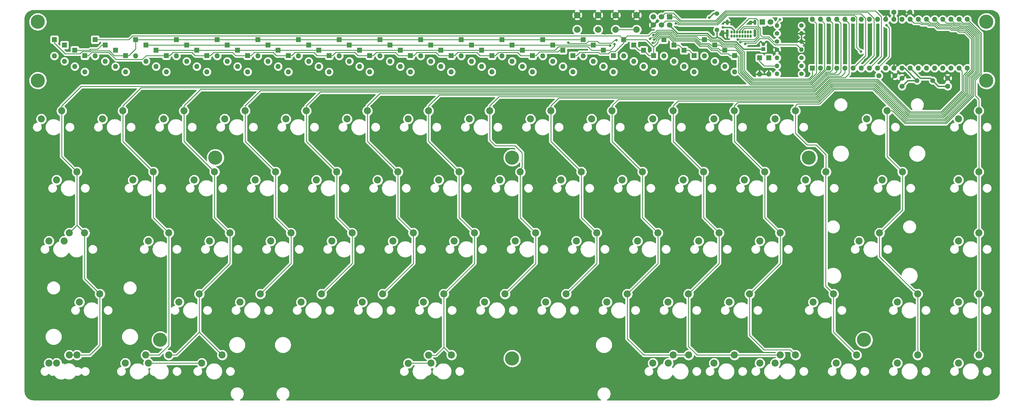
<source format=gbr>
G04 #@! TF.GenerationSoftware,KiCad,Pcbnew,(5.99.0-104-g2b387f4b4)*
G04 #@! TF.CreationDate,2019-09-26T12:15:11-04:00*
G04 #@! TF.ProjectId,discipline-pcb,64697363-6970-46c6-996e-652d7063622e,rev?*
G04 #@! TF.SameCoordinates,Original*
G04 #@! TF.FileFunction,Copper,L2,Bot*
G04 #@! TF.FilePolarity,Positive*
%FSLAX46Y46*%
G04 Gerber Fmt 4.6, Leading zero omitted, Abs format (unit mm)*
G04 Created by KiCad (PCBNEW (5.99.0-104-g2b387f4b4)) date 2019-09-26 12:15:11*
%MOMM*%
%LPD*%
G04 APERTURE LIST*
%ADD10R,1.700000X1.700000*%
%ADD11C,1.700000*%
%ADD12C,1.400000*%
%ADD13O,0.650000X1.000000*%
%ADD14O,0.900000X2.400000*%
%ADD15O,0.900000X1.700000*%
%ADD16O,1.600000X1.600000*%
%ADD17R,1.600000X1.600000*%
%ADD18C,2.000000*%
%ADD19C,1.600000*%
%ADD20O,1.400000X1.400000*%
%ADD21C,2.200000*%
%ADD22C,4.400000*%
%ADD23C,1.500000*%
%ADD24R,1.200000X1.200000*%
%ADD25C,1.200000*%
%ADD26C,1.800000*%
%ADD27R,1.800000X1.800000*%
%ADD28C,0.800000*%
%ADD29C,0.250000*%
%ADD30C,0.400000*%
%ADD31C,0.254000*%
G04 APERTURE END LIST*
D10*
X262070364Y-55598500D03*
D11*
X262070364Y-58138500D03*
X259530364Y-55598500D03*
X259530364Y-58138500D03*
X256990364Y-55598500D03*
X256990364Y-58138500D03*
D12*
X276824148Y-54598468D03*
X276824148Y-59698468D03*
D13*
X285600002Y-61638652D03*
X287300002Y-61638652D03*
X286450002Y-61638652D03*
X284750002Y-61638652D03*
X283900002Y-61638652D03*
X283050002Y-61638652D03*
X282200002Y-61638652D03*
X281350002Y-61638652D03*
X287300002Y-60313652D03*
X286445002Y-60313652D03*
X285595002Y-60313652D03*
X284745002Y-60313652D03*
X283895002Y-60313652D03*
X283045002Y-60313652D03*
X282195002Y-60313652D03*
X281345002Y-60313652D03*
D14*
X288650002Y-60658652D03*
X280000002Y-60658652D03*
D15*
X288650002Y-57278652D03*
X280000002Y-57278652D03*
D16*
X70376818Y-67803242D03*
D17*
X70376818Y-62723242D03*
D16*
X79885207Y-72763829D03*
D17*
X79885207Y-67683829D03*
D16*
X92563059Y-72763829D03*
D17*
X92563059Y-67683829D03*
D16*
X95732522Y-67803242D03*
D17*
X95732522Y-62723242D03*
D16*
X108410374Y-67803242D03*
D17*
X108410374Y-62723242D03*
D16*
X121088226Y-67803242D03*
D17*
X121088226Y-62723242D03*
D16*
X133766078Y-67803242D03*
D17*
X133766078Y-62723242D03*
D16*
X146443930Y-67803242D03*
D17*
X146443930Y-62723242D03*
D16*
X159121782Y-67803242D03*
D17*
X159121782Y-62723242D03*
D16*
X171799634Y-67803242D03*
D17*
X171799634Y-62723242D03*
D16*
X184477486Y-67803242D03*
D17*
X184477486Y-62723242D03*
D16*
X197155338Y-67803242D03*
D17*
X197155338Y-62723242D03*
D16*
X209833190Y-67803242D03*
D17*
X209833190Y-62723242D03*
D16*
X222511042Y-67803242D03*
D17*
X222511042Y-62723242D03*
D16*
X235118910Y-67803242D03*
D17*
X235118910Y-62723242D03*
D16*
X282318463Y-72763829D03*
D17*
X282318463Y-67683829D03*
D16*
X73546281Y-69456771D03*
D17*
X73546281Y-64376771D03*
D16*
X89393596Y-71110300D03*
D17*
X89393596Y-66030300D03*
D16*
X98901985Y-69456771D03*
D17*
X98901985Y-64376771D03*
D16*
X111579837Y-69456771D03*
D17*
X111579837Y-64376771D03*
D16*
X124257689Y-69456771D03*
D17*
X124257689Y-64376771D03*
D16*
X136935541Y-69456771D03*
D17*
X136935541Y-64376771D03*
D16*
X149613393Y-69456771D03*
D17*
X149613393Y-64376771D03*
D16*
X162291245Y-69456771D03*
D17*
X162291245Y-64376771D03*
D16*
X174969097Y-69456771D03*
D17*
X174969097Y-64376771D03*
D16*
X187646949Y-69456771D03*
D17*
X187646949Y-64376771D03*
D16*
X200324801Y-69456771D03*
D17*
X200324801Y-64376771D03*
D16*
X213002653Y-69456771D03*
D17*
X213002653Y-64376771D03*
D16*
X225663009Y-69456771D03*
D17*
X225663009Y-64376771D03*
D16*
X238269683Y-69456771D03*
D17*
X238269683Y-64376771D03*
D16*
X279229739Y-71110300D03*
D17*
X279229739Y-66030300D03*
D16*
X76715744Y-71110300D03*
D17*
X76715744Y-66030300D03*
D16*
X86224133Y-69456771D03*
D17*
X86224133Y-64376771D03*
D16*
X102071448Y-71110300D03*
D17*
X102071448Y-66030300D03*
D16*
X114749300Y-71110300D03*
D17*
X114749300Y-66030300D03*
D16*
X127427152Y-71110300D03*
D17*
X127427152Y-66030300D03*
D16*
X140105004Y-71110300D03*
D17*
X140105004Y-66030300D03*
D16*
X152782856Y-71110300D03*
D17*
X152782856Y-66030300D03*
D16*
X165460708Y-71110300D03*
D17*
X165460708Y-66030300D03*
D16*
X178138560Y-71110300D03*
D17*
X178138560Y-66030300D03*
D16*
X190816412Y-71110300D03*
D17*
X190816412Y-66030300D03*
D16*
X203494264Y-71110300D03*
D17*
X203494264Y-66030300D03*
D16*
X216172116Y-71110300D03*
D17*
X216172116Y-66030300D03*
D16*
X241420456Y-71110300D03*
D17*
X241420456Y-66030300D03*
D16*
X276141015Y-69456771D03*
D17*
X276141015Y-64376771D03*
D16*
X105240911Y-72763829D03*
D17*
X105240911Y-67683829D03*
D16*
X117918763Y-72763829D03*
D17*
X117918763Y-67683829D03*
D16*
X130596615Y-72763829D03*
D17*
X130596615Y-67683829D03*
D16*
X143274467Y-72763829D03*
D17*
X143274467Y-67683829D03*
D16*
X155952319Y-72763829D03*
D17*
X155952319Y-67683829D03*
D16*
X168630171Y-72763829D03*
D17*
X168630171Y-67683829D03*
D16*
X181308023Y-72763829D03*
D17*
X181308023Y-67683829D03*
D16*
X193985875Y-72763829D03*
D17*
X193985875Y-67683829D03*
D16*
X206663727Y-72763829D03*
D17*
X206663727Y-67683829D03*
D16*
X219341579Y-72763829D03*
D17*
X219341579Y-67683829D03*
D16*
X228814976Y-71110300D03*
D17*
X228814976Y-66030300D03*
D16*
X244571229Y-72763829D03*
D17*
X244571229Y-67683829D03*
D16*
X272866140Y-67803242D03*
D17*
X272866140Y-62723242D03*
D16*
X266564592Y-71110300D03*
D17*
X266564592Y-66030300D03*
D16*
X83054670Y-67803242D03*
D17*
X83054670Y-62723242D03*
D16*
X263413818Y-69456771D03*
D17*
X263413818Y-64376771D03*
D16*
X260263045Y-67803242D03*
D17*
X260263045Y-62723242D03*
D16*
X257112272Y-72763829D03*
D17*
X257112272Y-67683829D03*
D16*
X231966943Y-72763829D03*
D17*
X231966943Y-67683829D03*
D16*
X250872775Y-69456771D03*
D17*
X250872775Y-64376771D03*
D16*
X247722002Y-67803242D03*
D17*
X247722002Y-62723242D03*
D16*
X269715366Y-72763829D03*
D17*
X269715366Y-67683829D03*
D16*
X253961499Y-71110300D03*
D17*
X253961499Y-66030300D03*
D16*
X292951516Y-73489826D03*
D17*
X292951516Y-68409826D03*
D16*
X290081844Y-73489826D03*
D17*
X290081844Y-68409826D03*
D18*
X245262266Y-59583704D03*
X245262266Y-55083704D03*
X251762266Y-59583704D03*
X251762266Y-55083704D03*
D19*
X336902064Y-54173808D03*
X331902064Y-54173808D03*
X332247596Y-73964046D03*
X327247596Y-73964046D03*
D17*
X306529964Y-71636812D03*
D16*
X354789964Y-56396812D03*
X309069964Y-71636812D03*
X352249964Y-56396812D03*
X311609964Y-71636812D03*
X349709964Y-56396812D03*
X314149964Y-71636812D03*
X347169964Y-56396812D03*
X316689964Y-71636812D03*
X344629964Y-56396812D03*
X319229964Y-71636812D03*
X342089964Y-56396812D03*
X321769964Y-71636812D03*
X339549964Y-56396812D03*
X324309964Y-71636812D03*
X337009964Y-56396812D03*
X326849964Y-71636812D03*
X334469964Y-56396812D03*
X329389964Y-71636812D03*
X331929964Y-56396812D03*
X331929964Y-71636812D03*
X329389964Y-56396812D03*
X334469964Y-71636812D03*
X326849964Y-56396812D03*
X337009964Y-71636812D03*
X324309964Y-56396812D03*
X339549964Y-71636812D03*
X321769964Y-56396812D03*
X342089964Y-71636812D03*
X319229964Y-56396812D03*
X344629964Y-71636812D03*
X316689964Y-56396812D03*
X347169964Y-71636812D03*
X314149964Y-56396812D03*
X349709964Y-71636812D03*
X311609964Y-56396812D03*
X352249964Y-71636812D03*
X309069964Y-56396812D03*
X354789964Y-71636812D03*
X306529964Y-56396812D03*
D12*
X303152850Y-70893147D03*
D20*
X295532850Y-70893147D03*
X295532850Y-68399682D03*
D12*
X303152850Y-68399682D03*
X303152850Y-73386612D03*
D20*
X295532850Y-73386612D03*
X303152850Y-65827841D03*
D12*
X295532850Y-65827841D03*
D20*
X303152850Y-63308129D03*
D12*
X295532850Y-63308129D03*
D21*
X275892740Y-163681380D03*
X282242740Y-161141380D03*
X256837418Y-163681380D03*
X263187418Y-161141380D03*
X99669565Y-163677449D03*
X106019565Y-161137449D03*
X71070234Y-163677449D03*
X77420234Y-161137449D03*
X68689084Y-125581380D03*
X75039084Y-123041380D03*
D22*
X212989879Y-162205740D03*
D21*
X180634107Y-163689270D03*
X186984107Y-161149270D03*
X261610470Y-163681380D03*
X267960470Y-161141380D03*
X290166662Y-163681380D03*
X296516662Y-161141380D03*
D22*
X212989879Y-99550624D03*
X305448502Y-99550624D03*
X120531257Y-99550624D03*
X322637337Y-156394590D03*
X103342422Y-156394590D03*
X360747255Y-75468873D03*
X360747255Y-57147160D03*
X65232504Y-57147160D03*
D21*
X301257784Y-84941380D03*
X294907784Y-87481380D03*
X139332784Y-103991380D03*
X132982784Y-106531380D03*
X72657784Y-84941380D03*
X66307784Y-87481380D03*
X91707784Y-84941380D03*
X85357784Y-87481380D03*
X110757784Y-84941380D03*
X104407784Y-87481380D03*
X129807784Y-84941380D03*
X123457784Y-87481380D03*
X148857784Y-84941380D03*
X142507784Y-87481380D03*
X161557784Y-87481380D03*
X167907784Y-84941380D03*
X180607784Y-87481380D03*
X186957784Y-84941380D03*
X199657784Y-87481380D03*
X206007784Y-84941380D03*
X218707784Y-87481380D03*
X225057784Y-84941380D03*
X244107784Y-84941380D03*
X237757784Y-87481380D03*
X256807784Y-87481380D03*
X263157784Y-84941380D03*
X275857784Y-87481380D03*
X282207784Y-84941380D03*
X358407784Y-84941380D03*
X352057784Y-87481380D03*
X101232784Y-103991380D03*
X94882784Y-106531380D03*
X113932784Y-106531380D03*
X120282784Y-103991380D03*
X152032784Y-106531380D03*
X158382784Y-103991380D03*
X171082784Y-106531380D03*
X177432784Y-103991380D03*
X196482784Y-103991380D03*
X190132784Y-106531380D03*
X215532784Y-103991380D03*
X209182784Y-106531380D03*
X234582784Y-103991380D03*
X228232784Y-106531380D03*
X253632784Y-103991380D03*
X247282784Y-106531380D03*
X272682784Y-103991380D03*
X266332784Y-106531380D03*
X291732784Y-103991380D03*
X285382784Y-106531380D03*
X304432784Y-106531380D03*
X310782784Y-103991380D03*
X352057784Y-106531380D03*
X358407784Y-103991380D03*
X99645284Y-125581380D03*
X105995284Y-123041380D03*
X118695284Y-125581380D03*
X125045284Y-123041380D03*
X137745284Y-125581380D03*
X144095284Y-123041380D03*
X156794784Y-125581380D03*
X163144784Y-123041380D03*
X175844784Y-125581380D03*
X182194784Y-123041380D03*
X201244784Y-123041380D03*
X194894784Y-125581380D03*
X213944784Y-125581380D03*
X220294784Y-123041380D03*
X239344784Y-123041380D03*
X232994784Y-125581380D03*
X258394784Y-123041380D03*
X252044784Y-125581380D03*
X271094784Y-125581380D03*
X277444784Y-123041380D03*
X290144784Y-125581380D03*
X296494784Y-123041380D03*
X352057784Y-125581380D03*
X358407784Y-123041380D03*
X115520284Y-142091380D03*
X109170284Y-144631380D03*
X128220284Y-144631380D03*
X134570284Y-142091380D03*
X153620284Y-142091380D03*
X147270284Y-144631380D03*
X172670784Y-142091380D03*
X166320784Y-144631380D03*
X191720784Y-142091380D03*
X185370784Y-144631380D03*
X210770784Y-142091380D03*
X204420784Y-144631380D03*
X223470784Y-144631380D03*
X229820784Y-142091380D03*
X242520784Y-144631380D03*
X248870784Y-142091380D03*
X261570784Y-144631380D03*
X267920784Y-142091380D03*
X280620784Y-144631380D03*
X286970784Y-142091380D03*
X333007784Y-144631380D03*
X339357784Y-142091380D03*
X352057784Y-144631380D03*
X358407784Y-142091380D03*
X194101784Y-161141380D03*
X187751784Y-163681380D03*
X320307784Y-161141380D03*
X313957784Y-163681380D03*
X339357784Y-161141380D03*
X333007784Y-163681380D03*
X358407784Y-161141380D03*
X352057784Y-163681380D03*
X329832784Y-84941380D03*
X323482784Y-87481380D03*
X77420284Y-103991380D03*
X71070284Y-106531380D03*
X328244784Y-106531380D03*
X334594784Y-103991380D03*
X73451584Y-125581380D03*
X79801584Y-123041380D03*
X327451784Y-123041380D03*
X321101784Y-125581380D03*
X78213984Y-144631380D03*
X84563984Y-142091380D03*
X313163784Y-142091380D03*
X306813784Y-144631380D03*
X75038984Y-161141380D03*
X68688984Y-163681380D03*
X92501584Y-163681380D03*
X98851584Y-161141380D03*
X122663984Y-161141380D03*
X116313984Y-163681380D03*
D22*
X65232504Y-75468873D03*
D21*
X301298062Y-161141380D03*
X294948062Y-163681380D03*
D19*
X348682646Y-77253670D03*
X348682646Y-74753670D03*
X334456772Y-74753670D03*
X334456772Y-77253670D03*
D23*
X344028178Y-75503870D03*
X339148178Y-75503870D03*
D24*
X291254210Y-65652496D03*
D25*
X291254210Y-64152496D03*
D18*
X239762266Y-55083704D03*
X239762266Y-59583704D03*
X233262266Y-55083704D03*
X233262266Y-59583704D03*
D26*
X293444250Y-57218460D03*
D27*
X290904250Y-57218460D03*
D20*
X303152850Y-60814664D03*
D12*
X295532850Y-60814664D03*
X303152850Y-58320834D03*
D20*
X295532850Y-58320834D03*
D28*
X264025821Y-57598790D03*
X321648236Y-66439906D03*
X284043485Y-63445956D03*
X283311370Y-62720946D03*
X296427971Y-56418460D03*
X329662320Y-58250842D03*
X285602150Y-64045335D03*
X230501154Y-63640226D03*
X245496940Y-62887812D03*
X256975628Y-61260498D03*
X255979321Y-62494715D03*
X244849514Y-64182664D03*
X243502168Y-64575212D03*
X257237692Y-62720424D03*
X256857000Y-63715359D03*
X274426922Y-55853616D03*
X278626442Y-58880770D03*
X294939889Y-56256984D03*
X309078784Y-61364317D03*
X311633443Y-61364317D03*
X314188102Y-61364317D03*
X316742761Y-61364317D03*
X319297420Y-61364317D03*
X321852079Y-61364317D03*
X329236096Y-66508631D03*
X326716432Y-66508631D03*
X324406740Y-61364317D03*
X323041922Y-68952036D03*
X324406740Y-66508631D03*
X293015926Y-60629415D03*
X269079118Y-55485101D03*
X269814020Y-59579555D03*
X219214944Y-173370184D03*
X323065574Y-73491600D03*
X241822360Y-60735558D03*
X256048234Y-65687492D03*
X283590086Y-57278652D03*
X305375096Y-73596588D03*
X64375142Y-81715660D03*
X310292034Y-84200376D03*
X349347570Y-89087536D03*
X256730656Y-168453246D03*
X283380110Y-168243270D03*
X296486112Y-168470744D03*
X290204330Y-168330760D03*
X340108626Y-164761168D03*
X323765494Y-83237986D03*
X331219642Y-87927450D03*
X111672236Y-119423850D03*
X281945274Y-117219102D03*
X261385124Y-116781652D03*
X134052178Y-173090216D03*
X324062960Y-142906166D03*
D29*
X264505733Y-57689807D02*
X264116838Y-57689807D01*
X264116838Y-57689807D02*
X264025821Y-57598790D01*
X265352115Y-58075862D02*
X264891788Y-58075862D01*
X264891788Y-58075862D02*
X264505733Y-57689807D01*
X277006439Y-58075862D02*
X265352115Y-58075862D01*
X265352115Y-58075862D02*
X265071046Y-58075862D01*
X245262266Y-59583704D02*
X246676479Y-59583704D01*
X246676479Y-59583704D02*
X251762266Y-59583704D01*
X279963601Y-55118700D02*
X277006439Y-58075862D01*
X319616854Y-55118700D02*
X279963601Y-55118700D01*
X320354965Y-55856811D02*
X319616854Y-55118700D01*
X321648236Y-66439906D02*
X320354965Y-65146635D01*
X320354965Y-65146635D02*
X320354965Y-55856811D01*
X252539674Y-59583704D02*
X251762266Y-59583704D01*
X264669706Y-56549250D02*
X264497938Y-56377482D01*
X265286422Y-57165966D02*
X264669706Y-56549250D01*
X262070364Y-55598500D02*
X263718956Y-55598500D01*
X263718956Y-55598500D02*
X264669706Y-56549250D01*
X276643515Y-57165966D02*
X265286422Y-57165966D01*
X323786958Y-54208804D02*
X279600677Y-54208804D01*
X325707772Y-56129618D02*
X323786958Y-54208804D01*
X325707772Y-67699004D02*
X325707772Y-56129618D01*
X321769964Y-71636812D02*
X325707772Y-67699004D01*
X279600677Y-54208804D02*
X276643515Y-57165966D01*
X276462053Y-56711018D02*
X265467884Y-56711018D01*
X265467884Y-56711018D02*
X263180365Y-54423499D01*
X263180365Y-54423499D02*
X260705365Y-54423499D01*
X260705365Y-54423499D02*
X260380363Y-54748501D01*
X260380363Y-54748501D02*
X259530364Y-55598500D01*
X326162720Y-53736358D02*
X279436713Y-53736358D01*
X328000010Y-55573648D02*
X326162720Y-53736358D01*
X328000010Y-67946766D02*
X328000010Y-55573648D01*
X324309964Y-71636812D02*
X328000010Y-67946766D01*
X279436713Y-53736358D02*
X276462053Y-56711018D01*
X264302255Y-56849919D02*
X260818945Y-56849919D01*
X260818945Y-56849919D02*
X259530364Y-58138500D01*
X265068312Y-57615976D02*
X264302255Y-56849919D01*
X276726696Y-57620914D02*
X276721758Y-57615976D01*
X276824977Y-57620914D02*
X276726696Y-57620914D01*
X276721758Y-57615976D02*
X265068312Y-57615976D01*
X321701906Y-54663752D02*
X279782139Y-54663752D01*
X323153064Y-56114910D02*
X321701906Y-54663752D01*
X323153064Y-67713712D02*
X323153064Y-56114910D01*
X319229964Y-71636812D02*
X323153064Y-67713712D01*
X279782139Y-54663752D02*
X276824977Y-57620914D01*
X289875021Y-59401232D02*
X289157420Y-58683631D01*
X289875021Y-61922269D02*
X289875021Y-59401232D01*
X288476965Y-63320325D02*
X289875021Y-61922269D01*
X284043485Y-63445956D02*
X284344292Y-63445956D01*
X284469923Y-63320325D02*
X288476965Y-63320325D01*
X284344292Y-63445956D02*
X284469923Y-63320325D01*
X289157420Y-58683631D02*
X285065404Y-58683631D01*
X285065404Y-58683631D02*
X283895002Y-59854033D01*
X283895002Y-59854033D02*
X283895002Y-60313652D01*
X290081844Y-68409826D02*
X290081844Y-69459826D01*
X290081844Y-69459826D02*
X291515165Y-70893147D01*
X291515165Y-70893147D02*
X294542901Y-70893147D01*
X294542901Y-70893147D02*
X295532850Y-70893147D01*
X289425012Y-59587633D02*
X288971021Y-59133642D01*
X284745002Y-59854033D02*
X284745002Y-60313652D01*
X289425012Y-61729671D02*
X289425012Y-59587633D01*
X288428918Y-62720946D02*
X288966202Y-62183662D01*
X288971021Y-62183662D02*
X289425012Y-61729671D01*
X288966202Y-62183662D02*
X288971021Y-62183662D01*
X283311370Y-62720946D02*
X288428918Y-62720946D01*
X288971021Y-59133642D02*
X285465393Y-59133642D01*
X285465393Y-59133642D02*
X284745002Y-59854033D01*
X295505208Y-68427324D02*
X295532850Y-68399682D01*
D30*
X339148178Y-75503870D02*
X335281120Y-71636812D01*
X335281120Y-71636812D02*
X334469964Y-71636812D01*
X339148178Y-75503870D02*
X336206572Y-75503870D01*
X336206572Y-75503870D02*
X334456772Y-77253670D01*
X344028178Y-75503870D02*
X345777978Y-77253670D01*
X345777978Y-77253670D02*
X348682646Y-77253670D01*
X344028178Y-75503870D02*
X343278179Y-74753871D01*
X343278179Y-74753871D02*
X340127023Y-74753871D01*
X340127023Y-74753871D02*
X337809963Y-72436811D01*
X337809963Y-72436811D02*
X337009964Y-71636812D01*
X276824148Y-59698468D02*
X276824148Y-60180912D01*
X277320519Y-62204205D02*
X277769627Y-62204205D01*
X276824148Y-61521796D02*
X276824148Y-61707834D01*
X276824148Y-61707834D02*
X277320519Y-62204205D01*
X264523668Y-60786894D02*
X262070364Y-58333590D01*
X276428138Y-62204205D02*
X275274581Y-62204205D01*
X273857270Y-60786894D02*
X264523668Y-60786894D01*
X275274581Y-62204205D02*
X273857270Y-60786894D01*
X276824148Y-61521796D02*
X276824148Y-61808195D01*
X276824148Y-61808195D02*
X276428138Y-62204205D01*
X262070364Y-58333590D02*
X262070364Y-58138500D01*
X276824148Y-59698468D02*
X276824148Y-61521796D01*
X282843775Y-63430250D02*
X285066021Y-65652496D01*
X278995672Y-63430250D02*
X282843775Y-63430250D01*
X277769627Y-62204205D02*
X278995672Y-63430250D01*
X285066021Y-65652496D02*
X291254210Y-65652496D01*
X276824148Y-59698468D02*
X276824148Y-61258726D01*
X331929964Y-56396812D02*
X331929964Y-54201708D01*
X331929964Y-54201708D02*
X331902064Y-54173808D01*
X262070364Y-58138500D02*
X262070364Y-58345031D01*
X331902064Y-56368912D02*
X331929964Y-56396812D01*
D29*
X295532850Y-58320834D02*
X295532850Y-57313581D01*
X295532850Y-57313581D02*
X296427971Y-56418460D01*
X330467228Y-59055750D02*
X329662320Y-58250842D01*
X330467228Y-68019548D02*
X330467228Y-59055750D01*
X326849964Y-71636812D02*
X330467228Y-68019548D01*
X290379310Y-59283224D02*
X290325031Y-59228945D01*
X290379310Y-61243000D02*
X290379310Y-59283224D01*
X291044234Y-61907924D02*
X290379310Y-61243000D01*
X293039006Y-61907924D02*
X291044234Y-61907924D01*
X294439211Y-63308129D02*
X293039006Y-61907924D01*
X290325030Y-59214831D02*
X289613393Y-58503194D01*
X295639037Y-63308129D02*
X294439211Y-63308129D01*
X290325031Y-59228945D02*
X290325030Y-59214831D01*
X289613393Y-58503194D02*
X289613393Y-56746014D01*
X289613393Y-56746014D02*
X288971021Y-56103642D01*
X288971021Y-56103642D02*
X288577016Y-56103642D01*
X283045002Y-59854033D02*
X286795393Y-56103642D01*
X286795393Y-56103642D02*
X288402036Y-56103642D01*
X288402036Y-56103642D02*
X288047022Y-56103642D01*
X288402036Y-56103642D02*
X288577016Y-56103642D01*
X288577016Y-56103642D02*
X288222002Y-56103642D01*
X283045002Y-60313652D02*
X283045002Y-59854033D01*
X292846528Y-62362872D02*
X294816786Y-64333130D01*
X290134338Y-62362872D02*
X292846528Y-62362872D01*
X285602150Y-64045335D02*
X285669693Y-64045335D01*
X288717000Y-63780210D02*
X290134338Y-62362872D01*
X285934818Y-63780210D02*
X288717000Y-63780210D01*
X285669693Y-64045335D02*
X285934818Y-63780210D01*
X294816786Y-64333130D02*
X301694334Y-64333130D01*
X301694334Y-64333130D02*
X303189045Y-65827841D01*
X285614186Y-63780210D02*
X285602150Y-63792246D01*
X285602150Y-63792246D02*
X285602150Y-64045335D01*
X359198944Y-66508631D02*
X359198944Y-73439106D01*
X359198944Y-66508631D02*
X359198944Y-60805792D01*
X359198944Y-60805792D02*
X354789964Y-56396812D01*
X357307785Y-75330265D02*
X359041462Y-73596588D01*
X359198944Y-73439106D02*
X359041462Y-73596588D01*
X357307785Y-80228330D02*
X357307785Y-75330265D01*
X358411534Y-83381996D02*
X358411534Y-81332079D01*
X358411534Y-81332079D02*
X357307785Y-80228330D01*
X358407784Y-84941380D02*
X358407784Y-83385746D01*
X358407784Y-83385746D02*
X358411534Y-83381996D01*
X358407784Y-142091380D02*
X358407784Y-143647014D01*
X358407784Y-143647014D02*
X358407784Y-161141380D01*
X358407784Y-123041380D02*
X358407784Y-124597014D01*
X358407784Y-124597014D02*
X358407784Y-142091380D01*
X358407784Y-103991380D02*
X358407784Y-105547014D01*
X358407784Y-105547014D02*
X358407784Y-123041380D01*
X358407784Y-84941380D02*
X358407784Y-86497014D01*
X358407784Y-86497014D02*
X358407784Y-103991380D01*
X356854212Y-75136412D02*
X358743996Y-73246628D01*
X356854212Y-80228330D02*
X356854212Y-75136412D01*
X348210200Y-88872342D02*
X356854212Y-80228330D01*
X335454158Y-88872342D02*
X348210200Y-88872342D01*
X358743996Y-61003700D02*
X355272624Y-57532328D01*
X329832784Y-84941380D02*
X331523196Y-84941380D01*
X331523196Y-84941380D02*
X335454158Y-88872342D01*
X358743996Y-73246628D02*
X358743996Y-61003700D01*
X355272624Y-57532328D02*
X353385480Y-57532328D01*
X353385480Y-57532328D02*
X352249964Y-56396812D01*
X339357784Y-142091380D02*
X339357784Y-153124998D01*
X339357784Y-153124998D02*
X339357784Y-161141380D01*
X327451784Y-123041380D02*
X327451784Y-130442382D01*
X327451784Y-130442382D02*
X338000783Y-140991381D01*
X338000783Y-140991381D02*
X338257785Y-140991381D01*
X338257785Y-140991381D02*
X339357784Y-142091380D01*
X334594784Y-103991380D02*
X334594784Y-115898380D01*
X334594784Y-115898380D02*
X327451784Y-123041380D01*
X329832784Y-84941380D02*
X329832784Y-99229380D01*
X329832784Y-99229380D02*
X334594784Y-103991380D01*
X348017722Y-88417394D02*
X356381766Y-80053350D01*
X335646636Y-88417394D02*
X348017722Y-88417394D01*
X350834965Y-57521813D02*
X349709964Y-56396812D01*
X325480298Y-78251056D02*
X335646636Y-88417394D01*
X358289048Y-61231161D02*
X355062652Y-58004765D01*
X313266694Y-78251056D02*
X325480298Y-78251056D01*
X352689952Y-57521813D02*
X350834965Y-57521813D01*
X305130124Y-82748042D02*
X308769708Y-82748042D01*
X355062652Y-58004765D02*
X353172904Y-58004765D01*
X308769708Y-82748042D02*
X313266694Y-78251056D01*
X356381766Y-80053350D02*
X356381766Y-74961432D01*
X356381766Y-74961432D02*
X358289048Y-73054150D01*
X358289048Y-73054150D02*
X358289048Y-61231161D01*
X353172904Y-58004765D02*
X352689952Y-57521813D01*
X301257784Y-91897905D02*
X304916457Y-95556578D01*
X301257784Y-84941380D02*
X301257784Y-91897905D01*
X304916457Y-95556578D02*
X307684832Y-95556578D01*
X307684832Y-95556578D02*
X310782784Y-98654530D01*
X310782784Y-98654530D02*
X310782784Y-101422905D01*
X310782784Y-101422905D02*
X310782784Y-103991380D01*
X305130124Y-82748042D02*
X305322602Y-82748042D01*
X301895488Y-82748042D02*
X305130124Y-82748042D01*
X301257784Y-84941380D02*
X301257784Y-83385746D01*
X301257784Y-83385746D02*
X301895488Y-82748042D01*
X313163784Y-142091380D02*
X310686783Y-139614379D01*
X310686783Y-139614379D02*
X310686783Y-105170926D01*
X310686783Y-105170926D02*
X310782784Y-105074925D01*
X310782784Y-105074925D02*
X310782784Y-103991380D01*
X313163784Y-142091380D02*
X313163784Y-153997380D01*
X313163784Y-153997380D02*
X320307784Y-161141380D01*
X350620298Y-57971823D02*
X350170288Y-57521813D01*
X352940505Y-58454775D02*
X352457553Y-57971823D01*
X354830253Y-58454775D02*
X352940505Y-58454775D01*
X347825244Y-87962446D02*
X355926818Y-79860872D01*
X357834100Y-72861672D02*
X357834100Y-61458622D01*
X355926818Y-74768954D02*
X357834100Y-72861672D01*
X282207784Y-84941380D02*
X282207784Y-83385746D01*
X350170288Y-57521813D02*
X348294965Y-57521813D01*
X355926818Y-79860872D02*
X355926818Y-74768954D01*
X282207784Y-83385746D02*
X283300436Y-82293094D01*
X335856612Y-87962446D02*
X347825244Y-87962446D01*
X283300436Y-82293094D02*
X308577230Y-82293094D01*
X308577230Y-82293094D02*
X313074216Y-77796108D01*
X325690274Y-77796108D02*
X335856612Y-87962446D01*
X357834100Y-61458622D02*
X354830253Y-58454775D01*
X313074216Y-77796108D02*
X325690274Y-77796108D01*
X352457553Y-57971823D02*
X350620298Y-57971823D01*
X348294965Y-57521813D02*
X347169964Y-56396812D01*
X291411692Y-159459274D02*
X299615956Y-159459274D01*
X299615956Y-159459274D02*
X301298062Y-161141380D01*
X286970784Y-155018366D02*
X291411692Y-159459274D01*
X286970784Y-142091380D02*
X286970784Y-155018366D01*
X296494784Y-123041380D02*
X296494784Y-132567380D01*
X296494784Y-132567380D02*
X286970784Y-142091380D01*
X291732784Y-103991380D02*
X291732784Y-118279380D01*
X291732784Y-118279380D02*
X296494784Y-123041380D01*
X282207784Y-84941380D02*
X282207784Y-94466380D01*
X282207784Y-94466380D02*
X291732784Y-103991380D01*
X352708106Y-58904785D02*
X354597854Y-58904785D01*
X352228030Y-58424709D02*
X352708106Y-58904785D01*
X350436774Y-58424709D02*
X352228030Y-58424709D01*
X349983888Y-57971823D02*
X350436774Y-58424709D01*
X346204975Y-57971823D02*
X349983888Y-57971823D01*
X344629964Y-56396812D02*
X346204975Y-57971823D01*
X354597854Y-58904785D02*
X357379152Y-61686083D01*
X357379152Y-61686083D02*
X357379152Y-67086054D01*
X357379152Y-67086054D02*
X357379152Y-72669194D01*
X355454372Y-79685892D02*
X347632766Y-87507498D01*
X355454372Y-74593974D02*
X355454372Y-79685892D01*
X357379152Y-72669194D02*
X355454372Y-74593974D01*
X308384752Y-81838146D02*
X304640180Y-81838146D01*
X347632766Y-87507498D02*
X336049090Y-87507498D01*
X336049090Y-87507498D02*
X325865254Y-77323662D01*
X325865254Y-77323662D02*
X312899236Y-77323662D01*
X312899236Y-77323662D02*
X308384752Y-81838146D01*
X304640180Y-81838146D02*
X304937646Y-81838146D01*
X264705384Y-81838146D02*
X304640180Y-81838146D01*
X263157784Y-83385746D02*
X264705384Y-81838146D01*
X263157784Y-84941380D02*
X263157784Y-83385746D01*
X267920784Y-142091380D02*
X267920784Y-158453296D01*
X267920784Y-158453296D02*
X270608868Y-161141380D01*
X270608868Y-161141380D02*
X282242740Y-161141380D01*
X289399422Y-161141380D02*
X290955056Y-161141380D01*
X290955056Y-161141380D02*
X296516662Y-161141380D01*
X282242740Y-161141380D02*
X283798374Y-161141380D01*
X283798374Y-161141380D02*
X289399422Y-161141380D01*
X267960470Y-142131066D02*
X267920784Y-142091380D01*
X277444784Y-123041380D02*
X277444784Y-132567380D01*
X277444784Y-132567380D02*
X267920784Y-142091380D01*
X272682784Y-103991380D02*
X272682784Y-118279380D01*
X272682784Y-118279380D02*
X277444784Y-123041380D01*
X263157784Y-84941380D02*
X263157784Y-94466380D01*
X263157784Y-94466380D02*
X272682784Y-103991380D01*
X350210869Y-58874719D02*
X349760859Y-58424709D01*
X246110332Y-81383198D02*
X308192274Y-81383198D01*
X354380243Y-59369583D02*
X352536494Y-59369583D01*
X326057732Y-76868714D02*
X336241568Y-87052550D01*
X356914330Y-72447062D02*
X356914330Y-61903670D01*
X352041630Y-58874719D02*
X350210869Y-58874719D01*
X356914330Y-61903670D02*
X354380243Y-59369583D01*
X354981926Y-79475916D02*
X354981926Y-74379466D01*
X347405292Y-87052550D02*
X354981926Y-79475916D01*
X336241568Y-87052550D02*
X347405292Y-87052550D01*
X244107784Y-84941380D02*
X244107784Y-83385746D01*
X343225480Y-57532328D02*
X342089964Y-56396812D01*
X244107784Y-83385746D02*
X246110332Y-81383198D01*
X354981926Y-74379466D02*
X356914330Y-72447062D01*
X312706758Y-76868714D02*
X326057732Y-76868714D01*
X352536494Y-59369583D02*
X352041630Y-58874719D01*
X308192274Y-81383198D02*
X312706758Y-76868714D01*
X345088982Y-57532328D02*
X343225480Y-57532328D01*
X349760859Y-58424709D02*
X345981363Y-58424709D01*
X345981363Y-58424709D02*
X345088982Y-57532328D01*
X253632784Y-103991380D02*
X253632784Y-118279380D01*
X253632784Y-118279380D02*
X258394784Y-123041380D01*
X265567146Y-161141380D02*
X267960470Y-161141380D01*
X263187418Y-161141380D02*
X265567146Y-161141380D01*
X248870784Y-156008898D02*
X254003266Y-161141380D01*
X254003266Y-161141380D02*
X263187418Y-161141380D01*
X248870784Y-142091380D02*
X248870784Y-156008898D01*
X244107784Y-84941380D02*
X244107784Y-94466380D01*
X244107784Y-94466380D02*
X253632784Y-103991380D01*
X248870784Y-142091380D02*
X258394784Y-132567380D01*
X258394784Y-132567380D02*
X258394784Y-123041380D01*
X354147844Y-59819593D02*
X356464319Y-62136068D01*
X352310588Y-59819592D02*
X352350094Y-59819593D01*
X349978470Y-59324729D02*
X351815725Y-59324729D01*
X354526978Y-74198003D02*
X354526978Y-79283438D01*
X345748964Y-58874719D02*
X349528460Y-58874719D01*
X349528460Y-58874719D02*
X349978470Y-59324729D01*
X312514280Y-76413766D02*
X307999796Y-80928250D01*
X356464319Y-72260662D02*
X354526978Y-74198003D01*
X351815725Y-59324729D02*
X352310588Y-59819592D01*
X339549964Y-56408344D02*
X340673948Y-57532328D01*
X336451544Y-86597602D02*
X326267708Y-76413766D01*
X339549964Y-56396812D02*
X339549964Y-56408344D01*
X340673948Y-57532328D02*
X342516825Y-57532328D01*
X356464319Y-62136068D02*
X356464319Y-72260662D01*
X344856583Y-57982338D02*
X345748964Y-58874719D01*
X307999796Y-80928250D02*
X304325216Y-80928250D01*
X342516825Y-57532328D02*
X342966835Y-57982338D01*
X352350094Y-59819593D02*
X354147844Y-59819593D01*
X342966835Y-57982338D02*
X344856583Y-57982338D01*
X354526978Y-79283438D02*
X347212814Y-86597602D01*
X347212814Y-86597602D02*
X336451544Y-86597602D01*
X326267708Y-76413766D02*
X312514280Y-76413766D01*
X339549964Y-56396812D02*
X339549964Y-57044754D01*
X304325216Y-80928250D02*
X304552690Y-80928250D01*
X227515280Y-80928250D02*
X304325216Y-80928250D01*
X225057784Y-83385746D02*
X227515280Y-80928250D01*
X225057784Y-84941380D02*
X225057784Y-83385746D01*
X239344784Y-123041380D02*
X239344784Y-132567380D01*
X239344784Y-132567380D02*
X229820784Y-142091380D01*
X234582784Y-103991380D02*
X234582784Y-118279380D01*
X234582784Y-118279380D02*
X239344784Y-123041380D01*
X225057784Y-84941380D02*
X225057784Y-94466380D01*
X225057784Y-94466380D02*
X234582784Y-103991380D01*
X349746070Y-59774738D02*
X349296061Y-59324729D01*
X352123044Y-60314457D02*
X351583325Y-59774738D01*
X353960299Y-60314457D02*
X352123044Y-60314457D01*
X206007784Y-83385746D02*
X208920228Y-80473302D01*
X356014308Y-72074262D02*
X356014308Y-62368466D01*
X326460186Y-75958818D02*
X336644022Y-86142654D01*
X347020336Y-86142654D02*
X354072030Y-79090960D01*
X354072030Y-79090960D02*
X354072030Y-74016540D01*
X351583325Y-59774738D02*
X349746070Y-59774738D01*
X336644022Y-86142654D02*
X347020336Y-86142654D01*
X354072030Y-74016540D02*
X356014308Y-72074262D01*
X342734436Y-58432348D02*
X342284426Y-57982338D01*
X208920228Y-80473302D02*
X307807318Y-80473302D01*
X339998257Y-57533424D02*
X338146576Y-57533424D01*
X206007784Y-84941380D02*
X206007784Y-83385746D01*
X307807318Y-80473302D02*
X312321802Y-75958818D01*
X312321802Y-75958818D02*
X326460186Y-75958818D01*
X356014308Y-62368466D02*
X353960299Y-60314457D01*
X349296061Y-59324729D02*
X345516565Y-59324729D01*
X345516565Y-59324729D02*
X344624184Y-58432348D01*
X344624184Y-58432348D02*
X342734436Y-58432348D01*
X342284426Y-57982338D02*
X340447170Y-57982337D01*
X340447170Y-57982337D02*
X339998257Y-57533424D01*
X338146576Y-57533424D02*
X337009964Y-56396812D01*
X207722588Y-95801550D02*
X206007784Y-94086746D01*
X213913050Y-95801550D02*
X207722588Y-95801550D01*
X216100300Y-97988800D02*
X213913050Y-95801550D01*
X216100300Y-102520782D02*
X216100300Y-97988800D01*
X215532784Y-103991380D02*
X215532784Y-103088298D01*
X215532784Y-103088298D02*
X216100300Y-102520782D01*
X206007784Y-94086746D02*
X206007784Y-84941380D01*
X220294784Y-123041380D02*
X220294784Y-132567380D01*
X220294784Y-132567380D02*
X210770784Y-142091380D01*
X215532784Y-103991380D02*
X215532784Y-118279380D01*
X215532784Y-118279380D02*
X220294784Y-123041380D01*
X312129324Y-75503870D02*
X307632338Y-80000856D01*
X326652664Y-75503870D02*
X312129324Y-75503870D01*
X336836500Y-85687706D02*
X326652664Y-75503870D01*
X346827858Y-85687706D02*
X336836500Y-85687706D01*
X353599584Y-78915980D02*
X346827858Y-85687706D01*
X353599584Y-74261512D02*
X353599584Y-78915980D01*
X307632338Y-80000856D02*
X304045248Y-80000856D01*
X354789964Y-72633682D02*
X353599584Y-73824062D01*
X354789964Y-71636812D02*
X354789964Y-72633682D01*
X353599584Y-73824062D02*
X353599584Y-74261512D01*
X353599584Y-74261512D02*
X353599584Y-74034038D01*
X304045248Y-80000856D02*
X304185232Y-80000856D01*
X190342674Y-80000856D02*
X304045248Y-80000856D01*
X186957784Y-83385746D02*
X190342674Y-80000856D01*
X186957784Y-84941380D02*
X186957784Y-83385746D01*
X186984107Y-161149270D02*
X189331894Y-161149270D01*
X189331894Y-161149270D02*
X191720784Y-158760380D01*
X191720784Y-142091380D02*
X191720784Y-158760380D01*
X191720784Y-158760380D02*
X194101784Y-161141380D01*
X201244784Y-123041380D02*
X201244784Y-132567380D01*
X201244784Y-132567380D02*
X191720784Y-142091380D01*
X196482784Y-103991380D02*
X196482784Y-118279380D01*
X196482784Y-118279380D02*
X201244784Y-123041380D01*
X186957784Y-84941380D02*
X186957784Y-94466380D01*
X186957784Y-94466380D02*
X196482784Y-103991380D01*
X326845142Y-75048922D02*
X337028978Y-85232758D01*
X311936846Y-75048922D02*
X326845142Y-75048922D01*
X307439860Y-79545908D02*
X311936846Y-75048922D01*
X346635380Y-85232758D02*
X353144636Y-78723502D01*
X171747622Y-79545908D02*
X307439860Y-79545908D01*
X167907784Y-83385746D02*
X171747622Y-79545908D01*
X167907784Y-84941380D02*
X167907784Y-83385746D01*
X337028978Y-85232758D02*
X346635380Y-85232758D01*
X353144636Y-78723502D02*
X353144636Y-72531484D01*
X353144636Y-72531484D02*
X352249964Y-71636812D01*
X182194784Y-123041380D02*
X182194784Y-132567380D01*
X182194784Y-132567380D02*
X172670784Y-142091380D01*
X177432784Y-103991380D02*
X177432784Y-118279380D01*
X177432784Y-118279380D02*
X182194784Y-123041380D01*
X167907784Y-84941380D02*
X167907784Y-94466380D01*
X167907784Y-94466380D02*
X177432784Y-103991380D01*
X316741341Y-74593974D02*
X317956158Y-73379157D01*
X311726870Y-74593974D02*
X316741341Y-74593974D01*
X307229884Y-79090960D02*
X311726870Y-74593974D01*
X153152570Y-79090960D02*
X307229884Y-79090960D01*
X148857784Y-83385746D02*
X153152570Y-79090960D01*
X148857784Y-84941380D02*
X148857784Y-83385746D01*
X317956158Y-73379157D02*
X317956158Y-57663006D01*
X317956158Y-57663006D02*
X316689964Y-56396812D01*
X163144784Y-123041380D02*
X163144784Y-132566880D01*
X163144784Y-132566880D02*
X153620284Y-142091380D01*
X158382784Y-103991380D02*
X158382784Y-118279380D01*
X158382784Y-118279380D02*
X163144784Y-123041380D01*
X148857784Y-84941380D02*
X148857784Y-94466380D01*
X148857784Y-94466380D02*
X158382784Y-103991380D01*
X315569006Y-74139026D02*
X316690269Y-73017763D01*
X311499396Y-74139026D02*
X315569006Y-74139026D01*
X307002410Y-78636012D02*
X311499396Y-74139026D01*
X134557518Y-78636012D02*
X307002410Y-78636012D01*
X129807784Y-83385746D02*
X134557518Y-78636012D01*
X129807784Y-84941380D02*
X129807784Y-83385746D01*
X316690269Y-73017763D02*
X316689964Y-73017458D01*
X316689964Y-73017458D02*
X316689964Y-71636812D01*
X144095284Y-123041380D02*
X144095284Y-132566380D01*
X144095284Y-132566380D02*
X134570284Y-142091380D01*
X139332784Y-103991380D02*
X139332784Y-118278880D01*
X139332784Y-118278880D02*
X144095284Y-123041380D01*
X129807784Y-84941380D02*
X129807784Y-94466380D01*
X129807784Y-94466380D02*
X139332784Y-103991380D01*
X314571648Y-73666580D02*
X315418948Y-72819280D01*
X311267388Y-73666580D02*
X314571648Y-73666580D01*
X306752904Y-78181064D02*
X311267388Y-73666580D01*
X115962466Y-78181064D02*
X306752904Y-78181064D01*
X110757784Y-83385746D02*
X115962466Y-78181064D01*
X315418948Y-72819280D02*
X315418948Y-57665796D01*
X110757784Y-84941380D02*
X110757784Y-83385746D01*
X315418948Y-57665796D02*
X314149964Y-56396812D01*
X108032652Y-161137449D02*
X106019565Y-161137449D01*
X108224271Y-161137449D02*
X108032652Y-161137449D01*
X115506516Y-153997680D02*
X108366747Y-161137449D01*
X108366747Y-161137449D02*
X108032652Y-161137449D01*
X115520284Y-153997680D02*
X115506516Y-153997680D01*
X115520284Y-142091380D02*
X115520284Y-153997680D01*
X115520284Y-153997680D02*
X122663984Y-161141380D01*
X125045284Y-123041380D02*
X125045284Y-132566380D01*
X125045284Y-132566380D02*
X115520284Y-142091380D01*
X120282784Y-103991380D02*
X120282784Y-118278880D01*
X120282784Y-118278880D02*
X125045284Y-123041380D01*
X110757784Y-84941380D02*
X110757784Y-94466380D01*
X110757784Y-94466380D02*
X120282784Y-103991380D01*
X306571442Y-77726116D02*
X311085734Y-73211824D01*
X302960372Y-77726116D02*
X306571442Y-77726116D01*
X311085734Y-73211824D02*
X313556600Y-73211824D01*
X313556600Y-73211824D02*
X314170605Y-72597819D01*
X314170605Y-72597819D02*
X314170605Y-71657453D01*
X314170605Y-71657453D02*
X314149964Y-71636812D01*
X302960372Y-77726116D02*
X303222842Y-77726116D01*
X97367414Y-77726116D02*
X302960372Y-77726116D01*
X91707784Y-83385746D02*
X97367414Y-77726116D01*
X91707784Y-84941380D02*
X91707784Y-83385746D01*
X105995284Y-158117136D02*
X102971040Y-161141380D01*
X102971040Y-161141380D02*
X98851584Y-161141380D01*
X105995284Y-123041380D02*
X105995284Y-158117136D01*
X101232784Y-103991380D02*
X101232784Y-118278880D01*
X101232784Y-118278880D02*
X105995284Y-123041380D01*
X91707784Y-84941380D02*
X91707784Y-94466380D01*
X91707784Y-94466380D02*
X101232784Y-103991380D01*
X312089199Y-72761813D02*
X312881738Y-71969274D01*
X312881738Y-71969274D02*
X312881738Y-57668586D01*
X310899335Y-72761813D02*
X312089199Y-72761813D01*
X306389980Y-77271168D02*
X310899335Y-72761813D01*
X78772362Y-77271168D02*
X306389980Y-77271168D01*
X72657784Y-83385746D02*
X78772362Y-77271168D01*
X72657784Y-84941380D02*
X72657784Y-83385746D01*
X312881738Y-57668586D02*
X311609964Y-56396812D01*
X75048695Y-123027531D02*
X76148694Y-121927532D01*
X76148694Y-121927532D02*
X76152832Y-121927532D01*
X76152832Y-121927532D02*
X77420284Y-120660080D01*
X84563984Y-158026306D02*
X81452841Y-161137449D01*
X81452841Y-161137449D02*
X77420234Y-161137449D01*
X84563984Y-151426244D02*
X84563984Y-151616380D01*
X84563984Y-142091380D02*
X84563984Y-151426244D01*
X84563984Y-151426244D02*
X84563984Y-158026306D01*
X77420234Y-161137449D02*
X75042915Y-161137449D01*
X75042915Y-161137449D02*
X75038984Y-161141380D01*
X79801584Y-123041380D02*
X79801584Y-137328980D01*
X79801584Y-137328980D02*
X84563984Y-142091380D01*
X77420284Y-103991380D02*
X77420284Y-120660080D01*
X77420284Y-120660080D02*
X79801584Y-123041380D01*
X72657784Y-84941380D02*
X72657784Y-99228880D01*
X72657784Y-99228880D02*
X77420284Y-103991380D01*
X187751784Y-163681380D02*
X180641997Y-163681380D01*
X180641997Y-163681380D02*
X180634107Y-163689270D01*
X116313984Y-163681380D02*
X99673496Y-163681380D01*
X99673496Y-163681380D02*
X99669565Y-163677449D01*
X269715366Y-67617316D02*
X268128350Y-66030300D01*
X268128350Y-66030300D02*
X266564592Y-66030300D01*
X269715366Y-67683829D02*
X269715366Y-67617316D01*
X266553560Y-66030300D02*
X264900031Y-64376771D01*
X264900031Y-64376771D02*
X263413818Y-64376771D01*
X266564592Y-66030300D02*
X266553560Y-66030300D01*
X257112272Y-64984776D02*
X258413110Y-63683938D01*
X257112272Y-65563757D02*
X257112272Y-64984776D01*
X258413110Y-63683938D02*
X258413110Y-62817826D01*
X258413110Y-62817826D02*
X259187966Y-62042970D01*
X259187966Y-62042970D02*
X259582773Y-62042970D01*
X259582773Y-62042970D02*
X260263045Y-62723242D01*
X263413818Y-63677953D02*
X261778835Y-62042970D01*
X263413818Y-64376771D02*
X263413818Y-63677953D01*
X261778835Y-62042970D02*
X260943317Y-62042970D01*
X260943317Y-62042970D02*
X260263045Y-62723242D01*
X257112272Y-65563757D02*
X257112272Y-65040066D01*
X257112272Y-65040066D02*
X254795448Y-62723242D01*
X254795448Y-62723242D02*
X250269246Y-62723242D01*
X250269246Y-62723242D02*
X247722002Y-62723242D01*
X257112272Y-67683829D02*
X257112272Y-65563757D01*
X306529964Y-71636812D02*
X306529964Y-73894054D01*
X306529964Y-73894054D02*
X305427590Y-74996428D01*
X288017080Y-74996428D02*
X285322388Y-72301736D01*
X285322388Y-72301736D02*
X285322388Y-66651340D01*
X285322388Y-66651340D02*
X282661234Y-63990186D01*
X282661234Y-63990186D02*
X278813132Y-63990186D01*
X278813132Y-63990186D02*
X277588272Y-62765326D01*
X277588272Y-62765326D02*
X275680990Y-62765326D01*
X305427590Y-74996428D02*
X288017080Y-74996428D01*
X258235484Y-59773168D02*
X257483070Y-60525582D01*
X262767466Y-59773168D02*
X258235484Y-59773168D01*
X264342286Y-61347988D02*
X262767466Y-59773168D01*
X273675888Y-61347988D02*
X264342286Y-61347988D01*
X257483070Y-60525582D02*
X256612598Y-60525582D01*
X275093226Y-62765326D02*
X273675888Y-61347988D01*
X275680990Y-62765326D02*
X275093226Y-62765326D01*
X256612598Y-60525582D02*
X255562718Y-61575462D01*
X255562718Y-61575462D02*
X248839058Y-61575462D01*
X248839058Y-61575462D02*
X247722002Y-62692518D01*
X247722002Y-62692518D02*
X247722002Y-62723242D01*
X243589745Y-66480311D02*
X243759229Y-66480311D01*
X250872775Y-64376771D02*
X250872775Y-64379091D01*
X250872775Y-64379091D02*
X252523984Y-66030300D01*
X252523984Y-66030300D02*
X252911499Y-66030300D01*
X252911499Y-66030300D02*
X253961499Y-66030300D01*
X253961499Y-66032979D02*
X255612349Y-67683829D01*
X255612349Y-67683829D02*
X256062272Y-67683829D01*
X253961499Y-66030300D02*
X253961499Y-66032979D01*
X94769168Y-61575462D02*
X246301848Y-61575462D01*
X247712098Y-62723242D02*
X246564318Y-61575462D01*
X246564318Y-61575462D02*
X246301848Y-61575462D01*
X247722002Y-62723242D02*
X247712098Y-62723242D01*
X83054670Y-62723242D02*
X93621388Y-62723242D01*
X93621388Y-62723242D02*
X94769168Y-61575462D01*
X239883395Y-66678241D02*
X240360455Y-67155301D01*
X242914755Y-67155301D02*
X243589745Y-66480311D01*
X240360455Y-67155301D02*
X242914755Y-67155301D01*
X243589745Y-66480311D02*
X245014933Y-66480311D01*
X247722002Y-63773242D02*
X247722002Y-62723242D01*
X245014933Y-66480311D02*
X247722002Y-63773242D01*
X234022531Y-66678241D02*
X239883395Y-66678241D01*
X233016943Y-67683829D02*
X234022531Y-66678241D01*
X231966943Y-67683829D02*
X233016943Y-67683829D01*
X247722002Y-62723242D02*
X247726274Y-62723242D01*
X275261038Y-62765326D02*
X275680990Y-62765326D01*
X256062272Y-67683829D02*
X257112272Y-67683829D01*
X302015480Y-75451376D02*
X305620068Y-75451376D01*
X305620068Y-75451376D02*
X307824816Y-73246628D01*
X307824816Y-73246628D02*
X307824816Y-57691664D01*
X307824816Y-57691664D02*
X306529964Y-56396812D01*
X272866140Y-62723242D02*
X274379050Y-62723242D01*
X274379050Y-62723242D02*
X274876082Y-63220274D01*
X274876082Y-63220274D02*
X277395794Y-63220274D01*
X277395794Y-63220274D02*
X278620654Y-64445134D01*
X278620654Y-64445134D02*
X282479771Y-64445134D01*
X282479771Y-64445134D02*
X284867440Y-66832803D01*
X284867440Y-72494214D02*
X287824602Y-75451376D01*
X287824602Y-75451376D02*
X302015480Y-75451376D01*
X284867440Y-66832803D02*
X284867440Y-72494214D01*
X230763624Y-63902696D02*
X230501154Y-63640226D01*
X236124458Y-63902696D02*
X230763624Y-63902696D01*
X239509124Y-63251770D02*
X236775384Y-63251770D01*
X240107556Y-63850202D02*
X239509124Y-63251770D01*
X236775384Y-63251770D02*
X236124458Y-63902696D01*
X243968865Y-63850202D02*
X240107556Y-63850202D01*
X244931255Y-62887812D02*
X243968865Y-63850202D01*
X245496940Y-62887812D02*
X244931255Y-62887812D01*
X270414092Y-61802936D02*
X271334398Y-62723242D01*
X256975628Y-61260498D02*
X257395580Y-61260498D01*
X264149808Y-61802936D02*
X270414092Y-61802936D01*
X262574988Y-60228116D02*
X264149808Y-61802936D01*
X258427962Y-60228116D02*
X262574988Y-60228116D01*
X257395580Y-61260498D02*
X258427962Y-60228116D01*
X271334398Y-62723242D02*
X272866140Y-62723242D01*
X219341579Y-67683829D02*
X220391579Y-67683829D01*
X220391579Y-67683829D02*
X221516580Y-66558828D01*
X221516580Y-66558828D02*
X227236448Y-66558828D01*
X227236448Y-66558828D02*
X227764976Y-66030300D01*
X227764976Y-66030300D02*
X228814976Y-66030300D01*
X206663727Y-67683829D02*
X207713727Y-67683829D01*
X207713727Y-67683829D02*
X208719315Y-66678241D01*
X208719315Y-66678241D02*
X214635055Y-66678241D01*
X214635055Y-66678241D02*
X215640643Y-67683829D01*
X215640643Y-67683829D02*
X218291579Y-67683829D01*
X218291579Y-67683829D02*
X219341579Y-67683829D01*
X193985875Y-67683829D02*
X195035875Y-67683829D01*
X195035875Y-67683829D02*
X196041463Y-66678241D01*
X196041463Y-66678241D02*
X201957203Y-66678241D01*
X201957203Y-66678241D02*
X202962791Y-67683829D01*
X202962791Y-67683829D02*
X205613727Y-67683829D01*
X205613727Y-67683829D02*
X206663727Y-67683829D01*
X181308023Y-67683829D02*
X182358023Y-67683829D01*
X182358023Y-67683829D02*
X183363611Y-66678241D01*
X183363611Y-66678241D02*
X189279351Y-66678241D01*
X189279351Y-66678241D02*
X190284939Y-67683829D01*
X190284939Y-67683829D02*
X192935875Y-67683829D01*
X192935875Y-67683829D02*
X193985875Y-67683829D01*
X168630171Y-67683829D02*
X169680171Y-67683829D01*
X169680171Y-67683829D02*
X170685759Y-66678241D01*
X170685759Y-66678241D02*
X176601499Y-66678241D01*
X176601499Y-66678241D02*
X177607087Y-67683829D01*
X177607087Y-67683829D02*
X180258023Y-67683829D01*
X180258023Y-67683829D02*
X181308023Y-67683829D01*
X155952319Y-67683829D02*
X157002319Y-67683829D01*
X157002319Y-67683829D02*
X158007907Y-66678241D01*
X158007907Y-66678241D02*
X163923647Y-66678241D01*
X163923647Y-66678241D02*
X164929235Y-67683829D01*
X164929235Y-67683829D02*
X167580171Y-67683829D01*
X167580171Y-67683829D02*
X168630171Y-67683829D01*
X143274467Y-67683829D02*
X144324467Y-67683829D01*
X144324467Y-67683829D02*
X145330055Y-66678241D01*
X145330055Y-66678241D02*
X151245795Y-66678241D01*
X151245795Y-66678241D02*
X152251383Y-67683829D01*
X152251383Y-67683829D02*
X154902319Y-67683829D01*
X154902319Y-67683829D02*
X155952319Y-67683829D01*
X130596615Y-67683829D02*
X131646615Y-67683829D01*
X131646615Y-67683829D02*
X132652203Y-66678241D01*
X132652203Y-66678241D02*
X138567943Y-66678241D01*
X138567943Y-66678241D02*
X139573531Y-67683829D01*
X139573531Y-67683829D02*
X142224467Y-67683829D01*
X142224467Y-67683829D02*
X143274467Y-67683829D01*
X117918763Y-67683829D02*
X118968763Y-67683829D01*
X118968763Y-67683829D02*
X119974351Y-66678241D01*
X119974351Y-66678241D02*
X125890091Y-66678241D01*
X125890091Y-66678241D02*
X126895679Y-67683829D01*
X126895679Y-67683829D02*
X129546615Y-67683829D01*
X129546615Y-67683829D02*
X130596615Y-67683829D01*
X105240911Y-67683829D02*
X106290911Y-67683829D01*
X106290911Y-67683829D02*
X107296499Y-66678241D01*
X107296499Y-66678241D02*
X113212239Y-66678241D01*
X113212239Y-66678241D02*
X114217827Y-67683829D01*
X114217827Y-67683829D02*
X116868763Y-67683829D01*
X116868763Y-67683829D02*
X117918763Y-67683829D01*
X87857458Y-67192319D02*
X89593382Y-68928243D01*
X87857457Y-67174819D02*
X87857458Y-67192319D01*
X87360879Y-66678241D02*
X87857457Y-67174819D01*
X81940795Y-66678241D02*
X87360879Y-66678241D01*
X80935207Y-67683829D02*
X81940795Y-66678241D01*
X99009925Y-67683829D02*
X104190911Y-67683829D01*
X79885207Y-67683829D02*
X80935207Y-67683829D01*
X89593382Y-68928243D02*
X97765511Y-68928243D01*
X97765511Y-68928243D02*
X99009925Y-67683829D01*
X104190911Y-67683829D02*
X105240911Y-67683829D01*
X302015480Y-75451376D02*
X302260452Y-75451376D01*
X276141015Y-64376771D02*
X277904865Y-64376771D01*
X277904865Y-64376771D02*
X278428176Y-64900082D01*
X282298308Y-64900082D02*
X284412492Y-67014266D01*
X287632124Y-75906324D02*
X302277950Y-75906324D01*
X284412492Y-67014266D02*
X284412492Y-72686692D01*
X284412492Y-72686692D02*
X287632124Y-75906324D01*
X278428176Y-64900082D02*
X282298308Y-64900082D01*
X270215780Y-62257884D02*
X263957330Y-62257884D01*
X271825596Y-63867700D02*
X270215780Y-62257884D01*
X274386138Y-63867700D02*
X271825596Y-63867700D01*
X274893580Y-64375142D02*
X274386138Y-63867700D01*
X276141015Y-64376771D02*
X274893580Y-64376771D01*
X274893580Y-64376771D02*
X274893580Y-64375142D01*
X263957330Y-62257884D02*
X262382510Y-60683064D01*
X262382510Y-60683064D02*
X258620440Y-60683064D01*
X258620440Y-60683064D02*
X257313776Y-61989728D01*
X257313776Y-61989728D02*
X256484308Y-61989728D01*
X256379320Y-62094716D02*
X255979321Y-62494715D01*
X256484308Y-61989728D02*
X256379320Y-62094716D01*
X243567563Y-66030300D02*
X242470456Y-66030300D01*
X242470456Y-66030300D02*
X241420456Y-66030300D01*
X244849514Y-64182664D02*
X244849514Y-64748349D01*
X244849514Y-64748349D02*
X243567563Y-66030300D01*
X226326284Y-66030300D02*
X227451285Y-64905299D01*
X227451285Y-64905299D02*
X236613209Y-64905299D01*
X236613209Y-64905299D02*
X237738210Y-66030300D01*
X237738210Y-66030300D02*
X240370456Y-66030300D01*
X240370456Y-66030300D02*
X241420456Y-66030300D01*
X216172116Y-66030300D02*
X226326284Y-66030300D01*
X203494264Y-66030300D02*
X204544264Y-66030300D01*
X204544264Y-66030300D02*
X216172116Y-66030300D01*
X190816412Y-66030300D02*
X191866412Y-66030300D01*
X191866412Y-66030300D02*
X203494264Y-66030300D01*
X178138560Y-66030300D02*
X179188560Y-66030300D01*
X179188560Y-66030300D02*
X190816412Y-66030300D01*
X165460708Y-66030300D02*
X166510708Y-66030300D01*
X166510708Y-66030300D02*
X178138560Y-66030300D01*
X152782856Y-66030300D02*
X153832856Y-66030300D01*
X153832856Y-66030300D02*
X165460708Y-66030300D01*
X140105004Y-66030300D02*
X141155004Y-66030300D01*
X141155004Y-66030300D02*
X152782856Y-66030300D01*
X127427152Y-66030300D02*
X128477152Y-66030300D01*
X128477152Y-66030300D02*
X140105004Y-66030300D01*
X114749300Y-66030300D02*
X115799300Y-66030300D01*
X115799300Y-66030300D02*
X127427152Y-66030300D01*
X102071448Y-66030300D02*
X103121448Y-66030300D01*
X103121448Y-66030300D02*
X114749300Y-66030300D01*
X86224133Y-64376771D02*
X85174133Y-64376771D01*
X85174133Y-64376771D02*
X83888534Y-65662370D01*
X81307392Y-66030300D02*
X77765744Y-66030300D01*
X81675322Y-65662370D02*
X81307392Y-66030300D01*
X77765744Y-66030300D02*
X76715744Y-66030300D01*
X83888534Y-65662370D02*
X81675322Y-65662370D01*
X309069964Y-71636812D02*
X309069964Y-72634198D01*
X305812546Y-75906324D02*
X309069964Y-72648906D01*
X309069964Y-72648906D02*
X309069964Y-72634198D01*
X304605184Y-75906324D02*
X304920148Y-75906324D01*
X302277950Y-75906324D02*
X304605184Y-75906324D01*
X304605184Y-75906324D02*
X305812546Y-75906324D01*
X302277950Y-75906324D02*
X302452930Y-75906324D01*
X275855970Y-64025399D02*
X276293203Y-64025399D01*
X276748368Y-64025399D02*
X275855970Y-64025399D01*
X306005024Y-76361272D02*
X310362026Y-72004270D01*
X287439646Y-76361272D02*
X306005024Y-76361272D01*
X283957544Y-67195729D02*
X283957544Y-72879170D01*
X283957544Y-72879170D02*
X287439646Y-76361272D01*
X310362026Y-72004270D02*
X310362026Y-57688874D01*
X279229739Y-66030300D02*
X282792115Y-66030300D01*
X282792115Y-66030300D02*
X283957544Y-67195729D01*
X310362026Y-57688874D02*
X309069964Y-56396812D01*
X271661631Y-64340146D02*
X270034317Y-62712832D01*
X274036178Y-64340146D02*
X271661631Y-64340146D01*
X258820104Y-61138012D02*
X257637691Y-62320425D01*
X275226042Y-65530010D02*
X274036178Y-64340146D01*
X277290806Y-65530010D02*
X275226042Y-65530010D01*
X263764852Y-62712832D02*
X262190032Y-61138012D01*
X277791096Y-66030300D02*
X277290806Y-65530010D01*
X279229739Y-66030300D02*
X277791096Y-66030300D01*
X270034317Y-62712832D02*
X263764852Y-62712832D01*
X262190032Y-61138012D02*
X258820104Y-61138012D01*
X257637691Y-62320425D02*
X257237692Y-62720424D01*
X243303727Y-64376771D02*
X243502168Y-64575212D01*
X238269683Y-64376771D02*
X243303727Y-64376771D01*
X225663009Y-64376771D02*
X226713009Y-64376771D01*
X226713009Y-64376771D02*
X238269683Y-64376771D01*
X213002653Y-64376771D02*
X214052653Y-64376771D01*
X214052653Y-64376771D02*
X225663009Y-64376771D01*
X200324801Y-64376771D02*
X201374801Y-64376771D01*
X201374801Y-64376771D02*
X213002653Y-64376771D01*
X187646949Y-64376771D02*
X188696949Y-64376771D01*
X188696949Y-64376771D02*
X200324801Y-64376771D01*
X174969097Y-64376771D02*
X176019097Y-64376771D01*
X176019097Y-64376771D02*
X187646949Y-64376771D01*
X162291245Y-64376771D02*
X163341245Y-64376771D01*
X163341245Y-64376771D02*
X174969097Y-64376771D01*
X149613393Y-64376771D02*
X150663393Y-64376771D01*
X150663393Y-64376771D02*
X162291245Y-64376771D01*
X136935541Y-64376771D02*
X137985541Y-64376771D01*
X137985541Y-64376771D02*
X149613393Y-64376771D01*
X124257689Y-64376771D02*
X125307689Y-64376771D01*
X125307689Y-64376771D02*
X136935541Y-64376771D01*
X111579837Y-64376771D02*
X124257689Y-64376771D01*
X98901985Y-64376771D02*
X99951985Y-64376771D01*
X99951985Y-64376771D02*
X111579837Y-64376771D01*
X73631384Y-63815427D02*
X73631384Y-63972906D01*
X271551462Y-64866388D02*
X269847917Y-63162843D01*
X275033564Y-65984958D02*
X273914994Y-64866388D01*
X273914994Y-64866388D02*
X271551462Y-64866388D01*
X276993340Y-65984958D02*
X275033564Y-65984958D01*
X277500782Y-66492400D02*
X276993340Y-65984958D01*
X277506837Y-66492400D02*
X277500782Y-66492400D01*
X278171761Y-67157324D02*
X277506837Y-66492400D01*
X280387952Y-67157324D02*
X278171761Y-67157324D01*
X280914457Y-67683829D02*
X280387952Y-67157324D01*
X282318463Y-67683829D02*
X280914457Y-67683829D01*
X269847917Y-63162843D02*
X263578452Y-63162843D01*
X263578452Y-63162843D02*
X262008569Y-61592960D01*
X262008569Y-61592960D02*
X259001566Y-61592960D01*
X259001566Y-61592960D02*
X257963100Y-62631426D01*
X257963100Y-62631426D02*
X257963100Y-63069956D01*
X257963100Y-63069956D02*
X257317697Y-63715359D01*
X257317697Y-63715359D02*
X256857000Y-63715359D01*
X222511042Y-62723242D02*
X223561042Y-62723242D01*
X223561042Y-62723242D02*
X235118910Y-62723242D01*
X209833190Y-62723242D02*
X210883190Y-62723242D01*
X210883190Y-62723242D02*
X222511042Y-62723242D01*
X197155338Y-62723242D02*
X198205338Y-62723242D01*
X198205338Y-62723242D02*
X209833190Y-62723242D01*
X184477486Y-62723242D02*
X185527486Y-62723242D01*
X185527486Y-62723242D02*
X197155338Y-62723242D01*
X171799634Y-62723242D02*
X172849634Y-62723242D01*
X172849634Y-62723242D02*
X184477486Y-62723242D01*
X159121782Y-62723242D02*
X160171782Y-62723242D01*
X160171782Y-62723242D02*
X171799634Y-62723242D01*
X146443930Y-62723242D02*
X147493930Y-62723242D01*
X147493930Y-62723242D02*
X159121782Y-62723242D01*
X133766078Y-62723242D02*
X134816078Y-62723242D01*
X134816078Y-62723242D02*
X146443930Y-62723242D01*
X121088226Y-62723242D02*
X122138226Y-62723242D01*
X122138226Y-62723242D02*
X133766078Y-62723242D01*
X108410374Y-62723242D02*
X109460374Y-62723242D01*
X109460374Y-62723242D02*
X121088226Y-62723242D01*
X95732522Y-62723242D02*
X108410374Y-62723242D01*
X92563059Y-67683829D02*
X93613059Y-67683829D01*
X93613059Y-67683829D02*
X95732522Y-65564366D01*
X95732522Y-65564366D02*
X95732522Y-63773242D01*
X95732522Y-63773242D02*
X95732522Y-62723242D01*
X87547277Y-66228230D02*
X88307467Y-66988421D01*
X70376818Y-63773242D02*
X73758877Y-67155301D01*
X88307467Y-67005918D02*
X88985378Y-67683829D01*
X81754395Y-66228230D02*
X87547277Y-66228230D01*
X88307467Y-66988421D02*
X88307467Y-67005918D01*
X81502314Y-66480311D02*
X81754395Y-66228230D01*
X91513059Y-67683829D02*
X92563059Y-67683829D01*
X78980563Y-66480311D02*
X81502314Y-66480311D01*
X88985378Y-67683829D02*
X91513059Y-67683829D01*
X78305573Y-67155301D02*
X78980563Y-66480311D01*
X70376818Y-62723242D02*
X70376818Y-63773242D01*
X73758877Y-67155301D02*
X78305573Y-67155301D01*
X287247168Y-76816220D02*
X305550076Y-76816220D01*
X311376910Y-71636812D02*
X306197502Y-76816220D01*
X306197502Y-76816220D02*
X305550076Y-76816220D01*
X283502596Y-73071648D02*
X287247168Y-76816220D01*
X283502596Y-68102216D02*
X283502596Y-73071648D01*
X282318463Y-67683829D02*
X283084209Y-67683829D01*
X283084209Y-67683829D02*
X283502596Y-68102216D01*
D30*
X281221739Y-58880770D02*
X278626442Y-58880770D01*
X276824148Y-54598468D02*
X275682070Y-54598468D01*
X275682070Y-54598468D02*
X274426922Y-55853616D01*
X282195002Y-59854033D02*
X281221739Y-58880770D01*
X282195002Y-60313652D02*
X282195002Y-59854033D01*
X324354247Y-67639711D02*
X323041922Y-68952036D01*
X324354247Y-66508631D02*
X324354247Y-67639711D01*
X303152850Y-63308129D02*
X303152850Y-60814664D01*
X295532850Y-65827841D02*
X296632851Y-66927842D01*
X296632851Y-66927842D02*
X303680851Y-66927842D01*
X303680851Y-66927842D02*
X304252851Y-66355842D01*
X304252851Y-66355842D02*
X304252851Y-64408130D01*
X304252851Y-64408130D02*
X303852849Y-64008128D01*
X303852849Y-64008128D02*
X303152850Y-63308129D01*
X334402064Y-54173808D02*
X333269963Y-55305909D01*
X336902064Y-54173808D02*
X334402064Y-54173808D01*
X333269963Y-55305909D02*
X333269963Y-70296813D01*
X333269963Y-70296813D02*
X332729963Y-70836813D01*
X332729963Y-70836813D02*
X331929964Y-71636812D01*
D31*
G36*
X232569463Y-53597982D02*
G01*
X232340836Y-53727861D01*
X232200374Y-53840793D01*
X233262266Y-54902685D01*
X234329460Y-53835490D01*
X234086872Y-53666887D01*
X233897967Y-53576380D01*
X239127550Y-53576380D01*
X239069463Y-53597982D01*
X238840836Y-53727861D01*
X238700374Y-53840793D01*
X239762266Y-54902685D01*
X240829460Y-53835490D01*
X240586872Y-53666887D01*
X240397967Y-53576380D01*
X244627550Y-53576380D01*
X244569463Y-53597982D01*
X244340836Y-53727861D01*
X244200374Y-53840793D01*
X245262266Y-54902685D01*
X246329460Y-53835490D01*
X246086872Y-53666887D01*
X245897967Y-53576380D01*
X251127550Y-53576380D01*
X251069463Y-53597982D01*
X250840836Y-53727861D01*
X250700374Y-53840793D01*
X251762266Y-54902685D01*
X252829460Y-53835490D01*
X252586872Y-53666887D01*
X252397967Y-53576380D01*
X275964722Y-53576380D01*
X275833499Y-53697046D01*
X275782323Y-53764468D01*
X275775498Y-53764468D01*
X275749643Y-53758617D01*
X275655338Y-53764468D01*
X275622259Y-53764468D01*
X275596982Y-53768088D01*
X275511208Y-53773409D01*
X275479241Y-53784949D01*
X275445590Y-53789769D01*
X275367352Y-53825342D01*
X275286139Y-53854660D01*
X275259475Y-53874391D01*
X275228121Y-53888647D01*
X275154614Y-53951984D01*
X275133407Y-53967677D01*
X275114764Y-53986321D01*
X275047144Y-54044586D01*
X275029910Y-54071174D01*
X274278056Y-54823029D01*
X274027813Y-54890082D01*
X273792031Y-55026210D01*
X273599516Y-55218725D01*
X273463388Y-55454507D01*
X273392922Y-55717488D01*
X273392922Y-55952018D01*
X265782271Y-55952018D01*
X263802412Y-53972160D01*
X263802410Y-53972156D01*
X263632055Y-53801802D01*
X263578166Y-53774343D01*
X263529238Y-53738795D01*
X263471724Y-53720109D01*
X263417833Y-53692649D01*
X263358091Y-53683187D01*
X263300578Y-53664500D01*
X263240615Y-53664500D01*
X263240609Y-53664499D01*
X260645121Y-53664499D01*
X260645115Y-53664500D01*
X260585151Y-53664500D01*
X260527640Y-53683187D01*
X260467897Y-53692649D01*
X260414007Y-53720108D01*
X260356490Y-53738796D01*
X260307562Y-53774344D01*
X260253675Y-53801802D01*
X260083320Y-53972156D01*
X260083318Y-53972160D01*
X259896017Y-54159461D01*
X259727341Y-54122221D01*
X259475788Y-54110138D01*
X259225795Y-54140613D01*
X258984511Y-54212772D01*
X258758834Y-54324553D01*
X258555218Y-54472761D01*
X258379484Y-54653156D01*
X258259585Y-54827285D01*
X258226552Y-54767815D01*
X258068918Y-54571407D01*
X257880444Y-54404366D01*
X257666520Y-54271469D01*
X257433263Y-54176516D01*
X257187341Y-54122221D01*
X256935788Y-54110138D01*
X256685795Y-54140613D01*
X256444511Y-54212772D01*
X256218834Y-54324553D01*
X256015218Y-54472761D01*
X255839484Y-54653156D01*
X255696657Y-54860583D01*
X255590821Y-55089109D01*
X255525003Y-55332199D01*
X255501084Y-55582904D01*
X255519748Y-55834054D01*
X255580461Y-56078470D01*
X255681487Y-56309162D01*
X255819939Y-56519533D01*
X255991857Y-56703571D01*
X256192324Y-56856010D01*
X256214603Y-56867633D01*
X256032826Y-56999943D01*
X256990364Y-57957481D01*
X257956333Y-56991512D01*
X257758277Y-56868471D01*
X257855241Y-56811012D01*
X258047171Y-56647955D01*
X258208885Y-56454891D01*
X258259865Y-56367475D01*
X258359939Y-56519533D01*
X258531857Y-56703571D01*
X258732324Y-56856010D01*
X258754603Y-56867633D01*
X258555218Y-57012761D01*
X258379484Y-57193156D01*
X258259585Y-57367285D01*
X258226551Y-57307814D01*
X258126599Y-57183284D01*
X256034152Y-59275731D01*
X256192324Y-59396009D01*
X256415610Y-59512492D01*
X256655330Y-59589690D01*
X256904630Y-59625392D01*
X257156381Y-59618580D01*
X257356489Y-59578776D01*
X257168684Y-59766582D01*
X256492384Y-59766582D01*
X256434863Y-59785272D01*
X256375131Y-59794732D01*
X256321240Y-59822190D01*
X256263723Y-59840879D01*
X256214793Y-59876429D01*
X256160908Y-59903884D01*
X256117467Y-59947325D01*
X256117460Y-59947331D01*
X255248331Y-60816462D01*
X252835972Y-60816462D01*
X252968959Y-60693315D01*
X253130843Y-60486114D01*
X253257516Y-60255696D01*
X253345720Y-60007990D01*
X253393306Y-59748714D01*
X253396404Y-59452889D01*
X253354258Y-59192674D01*
X253271260Y-58943174D01*
X253149441Y-58710154D01*
X252991932Y-58499607D01*
X252802787Y-58316953D01*
X252586872Y-58166887D01*
X252495072Y-58122904D01*
X255501084Y-58122904D01*
X255519748Y-58374054D01*
X255580461Y-58618470D01*
X255681487Y-58849162D01*
X255847076Y-59100769D01*
X256809345Y-58138500D01*
X255849482Y-57178637D01*
X255696657Y-57400583D01*
X255590821Y-57629109D01*
X255525003Y-57872199D01*
X255501084Y-58122904D01*
X252495072Y-58122904D01*
X252349743Y-58053275D01*
X252097499Y-57979035D01*
X251836630Y-57946079D01*
X251573848Y-57955256D01*
X251315914Y-58006329D01*
X251069463Y-58097982D01*
X250840835Y-58227861D01*
X250635915Y-58392622D01*
X250459972Y-58588025D01*
X250317535Y-58809046D01*
X250310694Y-58824704D01*
X246709326Y-58824704D01*
X246649441Y-58710154D01*
X246491932Y-58499607D01*
X246302787Y-58316953D01*
X246086872Y-58166887D01*
X245849743Y-58053275D01*
X245597499Y-57979035D01*
X245336630Y-57946079D01*
X245073848Y-57955256D01*
X244815914Y-58006329D01*
X244569463Y-58097982D01*
X244340835Y-58227861D01*
X244135915Y-58392622D01*
X243959972Y-58588025D01*
X243817535Y-58809046D01*
X243712266Y-59049996D01*
X243646874Y-59304677D01*
X243623044Y-59566538D01*
X243641386Y-59828839D01*
X243701429Y-60084834D01*
X243801628Y-60327936D01*
X243939406Y-60551891D01*
X244111218Y-60750937D01*
X244189308Y-60816462D01*
X240835972Y-60816462D01*
X240968959Y-60693315D01*
X241130843Y-60486114D01*
X241257516Y-60255696D01*
X241345720Y-60007990D01*
X241393306Y-59748714D01*
X241396404Y-59452889D01*
X241354258Y-59192674D01*
X241271260Y-58943174D01*
X241149441Y-58710154D01*
X240991932Y-58499607D01*
X240802787Y-58316953D01*
X240586872Y-58166887D01*
X240349743Y-58053275D01*
X240097499Y-57979035D01*
X239836630Y-57946079D01*
X239573848Y-57955256D01*
X239315914Y-58006329D01*
X239069463Y-58097982D01*
X238840835Y-58227861D01*
X238635915Y-58392622D01*
X238459972Y-58588025D01*
X238317535Y-58809046D01*
X238212266Y-59049996D01*
X238146874Y-59304677D01*
X238123044Y-59566538D01*
X238141386Y-59828839D01*
X238201429Y-60084834D01*
X238301628Y-60327936D01*
X238439406Y-60551891D01*
X238611218Y-60750937D01*
X238689308Y-60816462D01*
X234335972Y-60816462D01*
X234468959Y-60693315D01*
X234630843Y-60486114D01*
X234757516Y-60255696D01*
X234845720Y-60007990D01*
X234893306Y-59748714D01*
X234896404Y-59452889D01*
X234854258Y-59192674D01*
X234771260Y-58943174D01*
X234649441Y-58710154D01*
X234491932Y-58499607D01*
X234302787Y-58316953D01*
X234086872Y-58166887D01*
X233849743Y-58053275D01*
X233597499Y-57979035D01*
X233336630Y-57946079D01*
X233073848Y-57955256D01*
X232815914Y-58006329D01*
X232569463Y-58097982D01*
X232340835Y-58227861D01*
X232135915Y-58392622D01*
X231959972Y-58588025D01*
X231817535Y-58809046D01*
X231712266Y-59049996D01*
X231646874Y-59304677D01*
X231623044Y-59566538D01*
X231641386Y-59828839D01*
X231701429Y-60084834D01*
X231801628Y-60327936D01*
X231939406Y-60551891D01*
X232111218Y-60750937D01*
X232189308Y-60816462D01*
X94708924Y-60816462D01*
X94708918Y-60816463D01*
X94648954Y-60816463D01*
X94591443Y-60835150D01*
X94531700Y-60844612D01*
X94477810Y-60872071D01*
X94420293Y-60890759D01*
X94371364Y-60926308D01*
X94317478Y-60953764D01*
X94267699Y-61003544D01*
X93307002Y-61964242D01*
X84496507Y-61964242D01*
X84496507Y-61906654D01*
X84415875Y-61605731D01*
X84268485Y-61430077D01*
X84074856Y-61318286D01*
X83865694Y-61281405D01*
X82238082Y-61281405D01*
X81937159Y-61362037D01*
X81761505Y-61509427D01*
X81649714Y-61703056D01*
X81612833Y-61912218D01*
X81612833Y-63539830D01*
X81693465Y-63840754D01*
X81840855Y-64016407D01*
X82034484Y-64128198D01*
X82243646Y-64165079D01*
X83871258Y-64165079D01*
X84172182Y-64084447D01*
X84347835Y-63937057D01*
X84459626Y-63743428D01*
X84496507Y-63534266D01*
X84496507Y-63482242D01*
X84797020Y-63482242D01*
X84782296Y-63565747D01*
X84782296Y-63723282D01*
X84776328Y-63727618D01*
X84722443Y-63755073D01*
X84679002Y-63798514D01*
X84678995Y-63798520D01*
X83574147Y-64903370D01*
X81555108Y-64903370D01*
X81497587Y-64922060D01*
X81437855Y-64931520D01*
X81383964Y-64958978D01*
X81326448Y-64977667D01*
X81277523Y-65013213D01*
X81223632Y-65040672D01*
X80993005Y-65271300D01*
X78157581Y-65271300D01*
X78157581Y-65213712D01*
X78076949Y-64912789D01*
X77929559Y-64737135D01*
X77735930Y-64625344D01*
X77526768Y-64588463D01*
X75899156Y-64588463D01*
X75598233Y-64669095D01*
X75422579Y-64816485D01*
X75310788Y-65010114D01*
X75273907Y-65219276D01*
X75273907Y-66396301D01*
X74073266Y-66396301D01*
X73495572Y-65818608D01*
X74362869Y-65818608D01*
X74663793Y-65737976D01*
X74839446Y-65590586D01*
X74951237Y-65396957D01*
X74988118Y-65187795D01*
X74988118Y-63560183D01*
X74907486Y-63259260D01*
X74760096Y-63083606D01*
X74566467Y-62971815D01*
X74357305Y-62934934D01*
X72729693Y-62934934D01*
X72428770Y-63015566D01*
X72253116Y-63162956D01*
X72141325Y-63356585D01*
X72104444Y-63565747D01*
X72104444Y-64427480D01*
X71639553Y-63962590D01*
X71669983Y-63937057D01*
X71781774Y-63743428D01*
X71818655Y-63534266D01*
X71818655Y-61906654D01*
X71738023Y-61605731D01*
X71590633Y-61430077D01*
X71397004Y-61318286D01*
X71187842Y-61281405D01*
X69560230Y-61281405D01*
X69259307Y-61362037D01*
X69083653Y-61509427D01*
X68971862Y-61703056D01*
X68934981Y-61912218D01*
X68934981Y-63539830D01*
X69015613Y-63840754D01*
X69163003Y-64016407D01*
X69356632Y-64128198D01*
X69565794Y-64165079D01*
X69723330Y-64165079D01*
X69727666Y-64171048D01*
X69755121Y-64224932D01*
X69804900Y-64274710D01*
X73263739Y-67733552D01*
X73263746Y-67733558D01*
X73307187Y-67776999D01*
X73361072Y-67804454D01*
X73410002Y-67840004D01*
X73467519Y-67858693D01*
X73521410Y-67886151D01*
X73581142Y-67895611D01*
X73638663Y-67914301D01*
X78365817Y-67914301D01*
X78365823Y-67914300D01*
X78425786Y-67914300D01*
X78443370Y-67908587D01*
X78443370Y-68500417D01*
X78524002Y-68801341D01*
X78671392Y-68976994D01*
X78865021Y-69088785D01*
X79074183Y-69125666D01*
X80701795Y-69125666D01*
X81002719Y-69045034D01*
X81178372Y-68897644D01*
X81290163Y-68704015D01*
X81327044Y-68494853D01*
X81327044Y-68337318D01*
X81333008Y-68332985D01*
X81386897Y-68305526D01*
X81557252Y-68135172D01*
X81557253Y-68135170D01*
X81637517Y-68054906D01*
X81702003Y-68295572D01*
X81808046Y-68522981D01*
X81951967Y-68728521D01*
X82129391Y-68905945D01*
X82334931Y-69049866D01*
X82562340Y-69155909D01*
X82804708Y-69220851D01*
X82992064Y-69237242D01*
X83117276Y-69237242D01*
X83304632Y-69220851D01*
X83547000Y-69155909D01*
X83774409Y-69049866D01*
X83979949Y-68905945D01*
X84157373Y-68728521D01*
X84301294Y-68522981D01*
X84407337Y-68295572D01*
X84472279Y-68053204D01*
X84494147Y-67803242D01*
X84472279Y-67553280D01*
X84441186Y-67437241D01*
X87046493Y-67437241D01*
X87217592Y-67608340D01*
X87235786Y-67644044D01*
X87317244Y-67725492D01*
X87317244Y-67725491D01*
X88985796Y-69394044D01*
X89141692Y-69549941D01*
X89195578Y-69577397D01*
X89244507Y-69612946D01*
X89302024Y-69631634D01*
X89355914Y-69659093D01*
X89415657Y-69668555D01*
X89439492Y-69676300D01*
X89330990Y-69676300D01*
X89143634Y-69692691D01*
X88901266Y-69757633D01*
X88673857Y-69863676D01*
X88468317Y-70007597D01*
X88290893Y-70185021D01*
X88146972Y-70390561D01*
X88040929Y-70617970D01*
X87975987Y-70860338D01*
X87954119Y-71110300D01*
X87975987Y-71360262D01*
X88040929Y-71602630D01*
X88146972Y-71830039D01*
X88290893Y-72035579D01*
X88468317Y-72213003D01*
X88673857Y-72356924D01*
X88901266Y-72462967D01*
X89143634Y-72527909D01*
X89330990Y-72544300D01*
X89456202Y-72544300D01*
X89643558Y-72527909D01*
X89885926Y-72462967D01*
X90113335Y-72356924D01*
X90318875Y-72213003D01*
X90496299Y-72035579D01*
X90640220Y-71830039D01*
X90746263Y-71602630D01*
X90811205Y-71360262D01*
X90833073Y-71110300D01*
X100631971Y-71110300D01*
X100653839Y-71360262D01*
X100718781Y-71602630D01*
X100824824Y-71830039D01*
X100968745Y-72035579D01*
X101146169Y-72213003D01*
X101351709Y-72356924D01*
X101579118Y-72462967D01*
X101821486Y-72527909D01*
X102008842Y-72544300D01*
X102134054Y-72544300D01*
X102321410Y-72527909D01*
X102563778Y-72462967D01*
X102791187Y-72356924D01*
X102996727Y-72213003D01*
X103174151Y-72035579D01*
X103318072Y-71830039D01*
X103424115Y-71602630D01*
X103489057Y-71360262D01*
X103510925Y-71110300D01*
X113309823Y-71110300D01*
X113331691Y-71360262D01*
X113396633Y-71602630D01*
X113502676Y-71830039D01*
X113646597Y-72035579D01*
X113824021Y-72213003D01*
X114029561Y-72356924D01*
X114256970Y-72462967D01*
X114499338Y-72527909D01*
X114686694Y-72544300D01*
X114811906Y-72544300D01*
X114999262Y-72527909D01*
X115241630Y-72462967D01*
X115469039Y-72356924D01*
X115674579Y-72213003D01*
X115852003Y-72035579D01*
X115995924Y-71830039D01*
X116101967Y-71602630D01*
X116166909Y-71360262D01*
X116188777Y-71110300D01*
X125987675Y-71110300D01*
X126009543Y-71360262D01*
X126074485Y-71602630D01*
X126180528Y-71830039D01*
X126324449Y-72035579D01*
X126501873Y-72213003D01*
X126707413Y-72356924D01*
X126934822Y-72462967D01*
X127177190Y-72527909D01*
X127364546Y-72544300D01*
X127489758Y-72544300D01*
X127677114Y-72527909D01*
X127919482Y-72462967D01*
X128146891Y-72356924D01*
X128352431Y-72213003D01*
X128529855Y-72035579D01*
X128673776Y-71830039D01*
X128779819Y-71602630D01*
X128844761Y-71360262D01*
X128866629Y-71110300D01*
X138665527Y-71110300D01*
X138687395Y-71360262D01*
X138752337Y-71602630D01*
X138858380Y-71830039D01*
X139002301Y-72035579D01*
X139179725Y-72213003D01*
X139385265Y-72356924D01*
X139612674Y-72462967D01*
X139855042Y-72527909D01*
X140042398Y-72544300D01*
X140167610Y-72544300D01*
X140354966Y-72527909D01*
X140597334Y-72462967D01*
X140824743Y-72356924D01*
X141030283Y-72213003D01*
X141207707Y-72035579D01*
X141351628Y-71830039D01*
X141457671Y-71602630D01*
X141522613Y-71360262D01*
X141544481Y-71110300D01*
X151343379Y-71110300D01*
X151365247Y-71360262D01*
X151430189Y-71602630D01*
X151536232Y-71830039D01*
X151680153Y-72035579D01*
X151857577Y-72213003D01*
X152063117Y-72356924D01*
X152290526Y-72462967D01*
X152532894Y-72527909D01*
X152720250Y-72544300D01*
X152845462Y-72544300D01*
X153032818Y-72527909D01*
X153275186Y-72462967D01*
X153502595Y-72356924D01*
X153708135Y-72213003D01*
X153885559Y-72035579D01*
X154029480Y-71830039D01*
X154135523Y-71602630D01*
X154200465Y-71360262D01*
X154222333Y-71110300D01*
X164021231Y-71110300D01*
X164043099Y-71360262D01*
X164108041Y-71602630D01*
X164214084Y-71830039D01*
X164358005Y-72035579D01*
X164535429Y-72213003D01*
X164740969Y-72356924D01*
X164968378Y-72462967D01*
X165210746Y-72527909D01*
X165398102Y-72544300D01*
X165523314Y-72544300D01*
X165710670Y-72527909D01*
X165953038Y-72462967D01*
X166180447Y-72356924D01*
X166385987Y-72213003D01*
X166563411Y-72035579D01*
X166707332Y-71830039D01*
X166813375Y-71602630D01*
X166878317Y-71360262D01*
X166900185Y-71110300D01*
X176699083Y-71110300D01*
X176720951Y-71360262D01*
X176785893Y-71602630D01*
X176891936Y-71830039D01*
X177035857Y-72035579D01*
X177213281Y-72213003D01*
X177418821Y-72356924D01*
X177646230Y-72462967D01*
X177888598Y-72527909D01*
X178075954Y-72544300D01*
X178201166Y-72544300D01*
X178388522Y-72527909D01*
X178630890Y-72462967D01*
X178858299Y-72356924D01*
X179063839Y-72213003D01*
X179241263Y-72035579D01*
X179385184Y-71830039D01*
X179491227Y-71602630D01*
X179556169Y-71360262D01*
X179578037Y-71110300D01*
X189376935Y-71110300D01*
X189398803Y-71360262D01*
X189463745Y-71602630D01*
X189569788Y-71830039D01*
X189713709Y-72035579D01*
X189891133Y-72213003D01*
X190096673Y-72356924D01*
X190324082Y-72462967D01*
X190566450Y-72527909D01*
X190753806Y-72544300D01*
X190879018Y-72544300D01*
X191066374Y-72527909D01*
X191308742Y-72462967D01*
X191536151Y-72356924D01*
X191741691Y-72213003D01*
X191919115Y-72035579D01*
X192063036Y-71830039D01*
X192169079Y-71602630D01*
X192234021Y-71360262D01*
X192255889Y-71110300D01*
X202054787Y-71110300D01*
X202076655Y-71360262D01*
X202141597Y-71602630D01*
X202247640Y-71830039D01*
X202391561Y-72035579D01*
X202568985Y-72213003D01*
X202774525Y-72356924D01*
X203001934Y-72462967D01*
X203244302Y-72527909D01*
X203431658Y-72544300D01*
X203556870Y-72544300D01*
X203744226Y-72527909D01*
X203986594Y-72462967D01*
X204214003Y-72356924D01*
X204419543Y-72213003D01*
X204596967Y-72035579D01*
X204740888Y-71830039D01*
X204846931Y-71602630D01*
X204911873Y-71360262D01*
X204933741Y-71110300D01*
X214732639Y-71110300D01*
X214754507Y-71360262D01*
X214819449Y-71602630D01*
X214925492Y-71830039D01*
X215069413Y-72035579D01*
X215246837Y-72213003D01*
X215452377Y-72356924D01*
X215679786Y-72462967D01*
X215922154Y-72527909D01*
X216109510Y-72544300D01*
X216234722Y-72544300D01*
X216422078Y-72527909D01*
X216664446Y-72462967D01*
X216891855Y-72356924D01*
X217097395Y-72213003D01*
X217274819Y-72035579D01*
X217418740Y-71830039D01*
X217524783Y-71602630D01*
X217589725Y-71360262D01*
X217611593Y-71110300D01*
X227375499Y-71110300D01*
X227397367Y-71360262D01*
X227462309Y-71602630D01*
X227568352Y-71830039D01*
X227712273Y-72035579D01*
X227889697Y-72213003D01*
X228095237Y-72356924D01*
X228322646Y-72462967D01*
X228565014Y-72527909D01*
X228752370Y-72544300D01*
X228877582Y-72544300D01*
X229064938Y-72527909D01*
X229307306Y-72462967D01*
X229534715Y-72356924D01*
X229740255Y-72213003D01*
X229917679Y-72035579D01*
X230061600Y-71830039D01*
X230167643Y-71602630D01*
X230232585Y-71360262D01*
X230254453Y-71110300D01*
X239980979Y-71110300D01*
X240002847Y-71360262D01*
X240067789Y-71602630D01*
X240173832Y-71830039D01*
X240317753Y-72035579D01*
X240495177Y-72213003D01*
X240700717Y-72356924D01*
X240928126Y-72462967D01*
X241170494Y-72527909D01*
X241357850Y-72544300D01*
X241483062Y-72544300D01*
X241670418Y-72527909D01*
X241912786Y-72462967D01*
X242140195Y-72356924D01*
X242345735Y-72213003D01*
X242523159Y-72035579D01*
X242667080Y-71830039D01*
X242773123Y-71602630D01*
X242838065Y-71360262D01*
X242859933Y-71110300D01*
X252522022Y-71110300D01*
X252543890Y-71360262D01*
X252608832Y-71602630D01*
X252714875Y-71830039D01*
X252858796Y-72035579D01*
X253036220Y-72213003D01*
X253241760Y-72356924D01*
X253469169Y-72462967D01*
X253711537Y-72527909D01*
X253898893Y-72544300D01*
X254024105Y-72544300D01*
X254211461Y-72527909D01*
X254453829Y-72462967D01*
X254681238Y-72356924D01*
X254886778Y-72213003D01*
X255064202Y-72035579D01*
X255208123Y-71830039D01*
X255314166Y-71602630D01*
X255379108Y-71360262D01*
X255400976Y-71110300D01*
X265125115Y-71110300D01*
X265146983Y-71360262D01*
X265211925Y-71602630D01*
X265317968Y-71830039D01*
X265461889Y-72035579D01*
X265639313Y-72213003D01*
X265844853Y-72356924D01*
X266072262Y-72462967D01*
X266314630Y-72527909D01*
X266501986Y-72544300D01*
X266627198Y-72544300D01*
X266814554Y-72527909D01*
X267056922Y-72462967D01*
X267284331Y-72356924D01*
X267489871Y-72213003D01*
X267667295Y-72035579D01*
X267811216Y-71830039D01*
X267917259Y-71602630D01*
X267982201Y-71360262D01*
X268004069Y-71110300D01*
X277790262Y-71110300D01*
X277812130Y-71360262D01*
X277877072Y-71602630D01*
X277983115Y-71830039D01*
X278127036Y-72035579D01*
X278304460Y-72213003D01*
X278510000Y-72356924D01*
X278737409Y-72462967D01*
X278979777Y-72527909D01*
X279167133Y-72544300D01*
X279292345Y-72544300D01*
X279479701Y-72527909D01*
X279722069Y-72462967D01*
X279949478Y-72356924D01*
X280155018Y-72213003D01*
X280332442Y-72035579D01*
X280476363Y-71830039D01*
X280582406Y-71602630D01*
X280647348Y-71360262D01*
X280669216Y-71110300D01*
X280647348Y-70860338D01*
X280582406Y-70617970D01*
X280476363Y-70390561D01*
X280332442Y-70185021D01*
X280155018Y-70007597D01*
X279949478Y-69863676D01*
X279722069Y-69757633D01*
X279479701Y-69692691D01*
X279292345Y-69676300D01*
X279167133Y-69676300D01*
X278979777Y-69692691D01*
X278737409Y-69757633D01*
X278510000Y-69863676D01*
X278304460Y-70007597D01*
X278127036Y-70185021D01*
X277983115Y-70390561D01*
X277877072Y-70617970D01*
X277812130Y-70860338D01*
X277790262Y-71110300D01*
X268004069Y-71110300D01*
X267982201Y-70860338D01*
X267917259Y-70617970D01*
X267811216Y-70390561D01*
X267667295Y-70185021D01*
X267489871Y-70007597D01*
X267284331Y-69863676D01*
X267056922Y-69757633D01*
X266814554Y-69692691D01*
X266627198Y-69676300D01*
X266501986Y-69676300D01*
X266314630Y-69692691D01*
X266072262Y-69757633D01*
X265844853Y-69863676D01*
X265639313Y-70007597D01*
X265461889Y-70185021D01*
X265317968Y-70390561D01*
X265211925Y-70617970D01*
X265146983Y-70860338D01*
X265125115Y-71110300D01*
X255400976Y-71110300D01*
X255379108Y-70860338D01*
X255314166Y-70617970D01*
X255208123Y-70390561D01*
X255064202Y-70185021D01*
X254886778Y-70007597D01*
X254681238Y-69863676D01*
X254453829Y-69757633D01*
X254211461Y-69692691D01*
X254024105Y-69676300D01*
X253898893Y-69676300D01*
X253711537Y-69692691D01*
X253469169Y-69757633D01*
X253241760Y-69863676D01*
X253036220Y-70007597D01*
X252858796Y-70185021D01*
X252714875Y-70390561D01*
X252608832Y-70617970D01*
X252543890Y-70860338D01*
X252522022Y-71110300D01*
X242859933Y-71110300D01*
X242838065Y-70860338D01*
X242773123Y-70617970D01*
X242667080Y-70390561D01*
X242523159Y-70185021D01*
X242345735Y-70007597D01*
X242140195Y-69863676D01*
X241912786Y-69757633D01*
X241670418Y-69692691D01*
X241483062Y-69676300D01*
X241357850Y-69676300D01*
X241170494Y-69692691D01*
X240928126Y-69757633D01*
X240700717Y-69863676D01*
X240495177Y-70007597D01*
X240317753Y-70185021D01*
X240173832Y-70390561D01*
X240067789Y-70617970D01*
X240002847Y-70860338D01*
X239980979Y-71110300D01*
X230254453Y-71110300D01*
X230232585Y-70860338D01*
X230167643Y-70617970D01*
X230061600Y-70390561D01*
X229917679Y-70185021D01*
X229740255Y-70007597D01*
X229534715Y-69863676D01*
X229307306Y-69757633D01*
X229064938Y-69692691D01*
X228877582Y-69676300D01*
X228752370Y-69676300D01*
X228565014Y-69692691D01*
X228322646Y-69757633D01*
X228095237Y-69863676D01*
X227889697Y-70007597D01*
X227712273Y-70185021D01*
X227568352Y-70390561D01*
X227462309Y-70617970D01*
X227397367Y-70860338D01*
X227375499Y-71110300D01*
X217611593Y-71110300D01*
X217589725Y-70860338D01*
X217524783Y-70617970D01*
X217418740Y-70390561D01*
X217274819Y-70185021D01*
X217097395Y-70007597D01*
X216891855Y-69863676D01*
X216664446Y-69757633D01*
X216422078Y-69692691D01*
X216234722Y-69676300D01*
X216109510Y-69676300D01*
X215922154Y-69692691D01*
X215679786Y-69757633D01*
X215452377Y-69863676D01*
X215246837Y-70007597D01*
X215069413Y-70185021D01*
X214925492Y-70390561D01*
X214819449Y-70617970D01*
X214754507Y-70860338D01*
X214732639Y-71110300D01*
X204933741Y-71110300D01*
X204911873Y-70860338D01*
X204846931Y-70617970D01*
X204740888Y-70390561D01*
X204596967Y-70185021D01*
X204419543Y-70007597D01*
X204214003Y-69863676D01*
X203986594Y-69757633D01*
X203744226Y-69692691D01*
X203556870Y-69676300D01*
X203431658Y-69676300D01*
X203244302Y-69692691D01*
X203001934Y-69757633D01*
X202774525Y-69863676D01*
X202568985Y-70007597D01*
X202391561Y-70185021D01*
X202247640Y-70390561D01*
X202141597Y-70617970D01*
X202076655Y-70860338D01*
X202054787Y-71110300D01*
X192255889Y-71110300D01*
X192234021Y-70860338D01*
X192169079Y-70617970D01*
X192063036Y-70390561D01*
X191919115Y-70185021D01*
X191741691Y-70007597D01*
X191536151Y-69863676D01*
X191308742Y-69757633D01*
X191066374Y-69692691D01*
X190879018Y-69676300D01*
X190753806Y-69676300D01*
X190566450Y-69692691D01*
X190324082Y-69757633D01*
X190096673Y-69863676D01*
X189891133Y-70007597D01*
X189713709Y-70185021D01*
X189569788Y-70390561D01*
X189463745Y-70617970D01*
X189398803Y-70860338D01*
X189376935Y-71110300D01*
X179578037Y-71110300D01*
X179556169Y-70860338D01*
X179491227Y-70617970D01*
X179385184Y-70390561D01*
X179241263Y-70185021D01*
X179063839Y-70007597D01*
X178858299Y-69863676D01*
X178630890Y-69757633D01*
X178388522Y-69692691D01*
X178201166Y-69676300D01*
X178075954Y-69676300D01*
X177888598Y-69692691D01*
X177646230Y-69757633D01*
X177418821Y-69863676D01*
X177213281Y-70007597D01*
X177035857Y-70185021D01*
X176891936Y-70390561D01*
X176785893Y-70617970D01*
X176720951Y-70860338D01*
X176699083Y-71110300D01*
X166900185Y-71110300D01*
X166878317Y-70860338D01*
X166813375Y-70617970D01*
X166707332Y-70390561D01*
X166563411Y-70185021D01*
X166385987Y-70007597D01*
X166180447Y-69863676D01*
X165953038Y-69757633D01*
X165710670Y-69692691D01*
X165523314Y-69676300D01*
X165398102Y-69676300D01*
X165210746Y-69692691D01*
X164968378Y-69757633D01*
X164740969Y-69863676D01*
X164535429Y-70007597D01*
X164358005Y-70185021D01*
X164214084Y-70390561D01*
X164108041Y-70617970D01*
X164043099Y-70860338D01*
X164021231Y-71110300D01*
X154222333Y-71110300D01*
X154200465Y-70860338D01*
X154135523Y-70617970D01*
X154029480Y-70390561D01*
X153885559Y-70185021D01*
X153708135Y-70007597D01*
X153502595Y-69863676D01*
X153275186Y-69757633D01*
X153032818Y-69692691D01*
X152845462Y-69676300D01*
X152720250Y-69676300D01*
X152532894Y-69692691D01*
X152290526Y-69757633D01*
X152063117Y-69863676D01*
X151857577Y-70007597D01*
X151680153Y-70185021D01*
X151536232Y-70390561D01*
X151430189Y-70617970D01*
X151365247Y-70860338D01*
X151343379Y-71110300D01*
X141544481Y-71110300D01*
X141522613Y-70860338D01*
X141457671Y-70617970D01*
X141351628Y-70390561D01*
X141207707Y-70185021D01*
X141030283Y-70007597D01*
X140824743Y-69863676D01*
X140597334Y-69757633D01*
X140354966Y-69692691D01*
X140167610Y-69676300D01*
X140042398Y-69676300D01*
X139855042Y-69692691D01*
X139612674Y-69757633D01*
X139385265Y-69863676D01*
X139179725Y-70007597D01*
X139002301Y-70185021D01*
X138858380Y-70390561D01*
X138752337Y-70617970D01*
X138687395Y-70860338D01*
X138665527Y-71110300D01*
X128866629Y-71110300D01*
X128844761Y-70860338D01*
X128779819Y-70617970D01*
X128673776Y-70390561D01*
X128529855Y-70185021D01*
X128352431Y-70007597D01*
X128146891Y-69863676D01*
X127919482Y-69757633D01*
X127677114Y-69692691D01*
X127489758Y-69676300D01*
X127364546Y-69676300D01*
X127177190Y-69692691D01*
X126934822Y-69757633D01*
X126707413Y-69863676D01*
X126501873Y-70007597D01*
X126324449Y-70185021D01*
X126180528Y-70390561D01*
X126074485Y-70617970D01*
X126009543Y-70860338D01*
X125987675Y-71110300D01*
X116188777Y-71110300D01*
X116166909Y-70860338D01*
X116101967Y-70617970D01*
X115995924Y-70390561D01*
X115852003Y-70185021D01*
X115674579Y-70007597D01*
X115469039Y-69863676D01*
X115241630Y-69757633D01*
X114999262Y-69692691D01*
X114811906Y-69676300D01*
X114686694Y-69676300D01*
X114499338Y-69692691D01*
X114256970Y-69757633D01*
X114029561Y-69863676D01*
X113824021Y-70007597D01*
X113646597Y-70185021D01*
X113502676Y-70390561D01*
X113396633Y-70617970D01*
X113331691Y-70860338D01*
X113309823Y-71110300D01*
X103510925Y-71110300D01*
X103489057Y-70860338D01*
X103424115Y-70617970D01*
X103318072Y-70390561D01*
X103174151Y-70185021D01*
X102996727Y-70007597D01*
X102791187Y-69863676D01*
X102563778Y-69757633D01*
X102321410Y-69692691D01*
X102134054Y-69676300D01*
X102008842Y-69676300D01*
X101821486Y-69692691D01*
X101579118Y-69757633D01*
X101351709Y-69863676D01*
X101146169Y-70007597D01*
X100968745Y-70185021D01*
X100824824Y-70390561D01*
X100718781Y-70617970D01*
X100653839Y-70860338D01*
X100631971Y-71110300D01*
X90833073Y-71110300D01*
X90811205Y-70860338D01*
X90746263Y-70617970D01*
X90640220Y-70390561D01*
X90496299Y-70185021D01*
X90318875Y-70007597D01*
X90113335Y-69863676D01*
X89885926Y-69757633D01*
X89643558Y-69692691D01*
X89581285Y-69687243D01*
X97482671Y-69687243D01*
X97484376Y-69706733D01*
X97549318Y-69949101D01*
X97655361Y-70176510D01*
X97799282Y-70382050D01*
X97976706Y-70559474D01*
X98182246Y-70703395D01*
X98409655Y-70809438D01*
X98652023Y-70874380D01*
X98839379Y-70890771D01*
X98964591Y-70890771D01*
X99151947Y-70874380D01*
X99394315Y-70809438D01*
X99621724Y-70703395D01*
X99827264Y-70559474D01*
X100004688Y-70382050D01*
X100148609Y-70176510D01*
X100254652Y-69949101D01*
X100319594Y-69706733D01*
X100341462Y-69456771D01*
X110140360Y-69456771D01*
X110162228Y-69706733D01*
X110227170Y-69949101D01*
X110333213Y-70176510D01*
X110477134Y-70382050D01*
X110654558Y-70559474D01*
X110860098Y-70703395D01*
X111087507Y-70809438D01*
X111329875Y-70874380D01*
X111517231Y-70890771D01*
X111642443Y-70890771D01*
X111829799Y-70874380D01*
X112072167Y-70809438D01*
X112299576Y-70703395D01*
X112505116Y-70559474D01*
X112682540Y-70382050D01*
X112826461Y-70176510D01*
X112932504Y-69949101D01*
X112997446Y-69706733D01*
X113019314Y-69456771D01*
X122818212Y-69456771D01*
X122840080Y-69706733D01*
X122905022Y-69949101D01*
X123011065Y-70176510D01*
X123154986Y-70382050D01*
X123332410Y-70559474D01*
X123537950Y-70703395D01*
X123765359Y-70809438D01*
X124007727Y-70874380D01*
X124195083Y-70890771D01*
X124320295Y-70890771D01*
X124507651Y-70874380D01*
X124750019Y-70809438D01*
X124977428Y-70703395D01*
X125182968Y-70559474D01*
X125360392Y-70382050D01*
X125504313Y-70176510D01*
X125610356Y-69949101D01*
X125675298Y-69706733D01*
X125697166Y-69456771D01*
X135496064Y-69456771D01*
X135517932Y-69706733D01*
X135582874Y-69949101D01*
X135688917Y-70176510D01*
X135832838Y-70382050D01*
X136010262Y-70559474D01*
X136215802Y-70703395D01*
X136443211Y-70809438D01*
X136685579Y-70874380D01*
X136872935Y-70890771D01*
X136998147Y-70890771D01*
X137185503Y-70874380D01*
X137427871Y-70809438D01*
X137655280Y-70703395D01*
X137860820Y-70559474D01*
X138038244Y-70382050D01*
X138182165Y-70176510D01*
X138288208Y-69949101D01*
X138353150Y-69706733D01*
X138375018Y-69456771D01*
X148173916Y-69456771D01*
X148195784Y-69706733D01*
X148260726Y-69949101D01*
X148366769Y-70176510D01*
X148510690Y-70382050D01*
X148688114Y-70559474D01*
X148893654Y-70703395D01*
X149121063Y-70809438D01*
X149363431Y-70874380D01*
X149550787Y-70890771D01*
X149675999Y-70890771D01*
X149863355Y-70874380D01*
X150105723Y-70809438D01*
X150333132Y-70703395D01*
X150538672Y-70559474D01*
X150716096Y-70382050D01*
X150860017Y-70176510D01*
X150966060Y-69949101D01*
X151031002Y-69706733D01*
X151052870Y-69456771D01*
X160851768Y-69456771D01*
X160873636Y-69706733D01*
X160938578Y-69949101D01*
X161044621Y-70176510D01*
X161188542Y-70382050D01*
X161365966Y-70559474D01*
X161571506Y-70703395D01*
X161798915Y-70809438D01*
X162041283Y-70874380D01*
X162228639Y-70890771D01*
X162353851Y-70890771D01*
X162541207Y-70874380D01*
X162783575Y-70809438D01*
X163010984Y-70703395D01*
X163216524Y-70559474D01*
X163393948Y-70382050D01*
X163537869Y-70176510D01*
X163643912Y-69949101D01*
X163708854Y-69706733D01*
X163730722Y-69456771D01*
X173529620Y-69456771D01*
X173551488Y-69706733D01*
X173616430Y-69949101D01*
X173722473Y-70176510D01*
X173866394Y-70382050D01*
X174043818Y-70559474D01*
X174249358Y-70703395D01*
X174476767Y-70809438D01*
X174719135Y-70874380D01*
X174906491Y-70890771D01*
X175031703Y-70890771D01*
X175219059Y-70874380D01*
X175461427Y-70809438D01*
X175688836Y-70703395D01*
X175894376Y-70559474D01*
X176071800Y-70382050D01*
X176215721Y-70176510D01*
X176321764Y-69949101D01*
X176386706Y-69706733D01*
X176408574Y-69456771D01*
X186207472Y-69456771D01*
X186229340Y-69706733D01*
X186294282Y-69949101D01*
X186400325Y-70176510D01*
X186544246Y-70382050D01*
X186721670Y-70559474D01*
X186927210Y-70703395D01*
X187154619Y-70809438D01*
X187396987Y-70874380D01*
X187584343Y-70890771D01*
X187709555Y-70890771D01*
X187896911Y-70874380D01*
X188139279Y-70809438D01*
X188366688Y-70703395D01*
X188572228Y-70559474D01*
X188749652Y-70382050D01*
X188893573Y-70176510D01*
X188999616Y-69949101D01*
X189064558Y-69706733D01*
X189086426Y-69456771D01*
X198885324Y-69456771D01*
X198907192Y-69706733D01*
X198972134Y-69949101D01*
X199078177Y-70176510D01*
X199222098Y-70382050D01*
X199399522Y-70559474D01*
X199605062Y-70703395D01*
X199832471Y-70809438D01*
X200074839Y-70874380D01*
X200262195Y-70890771D01*
X200387407Y-70890771D01*
X200574763Y-70874380D01*
X200817131Y-70809438D01*
X201044540Y-70703395D01*
X201250080Y-70559474D01*
X201427504Y-70382050D01*
X201571425Y-70176510D01*
X201677468Y-69949101D01*
X201742410Y-69706733D01*
X201764278Y-69456771D01*
X211563176Y-69456771D01*
X211585044Y-69706733D01*
X211649986Y-69949101D01*
X211756029Y-70176510D01*
X211899950Y-70382050D01*
X212077374Y-70559474D01*
X212282914Y-70703395D01*
X212510323Y-70809438D01*
X212752691Y-70874380D01*
X212940047Y-70890771D01*
X213065259Y-70890771D01*
X213252615Y-70874380D01*
X213494983Y-70809438D01*
X213722392Y-70703395D01*
X213927932Y-70559474D01*
X214105356Y-70382050D01*
X214249277Y-70176510D01*
X214355320Y-69949101D01*
X214420262Y-69706733D01*
X214442130Y-69456771D01*
X224223532Y-69456771D01*
X224245400Y-69706733D01*
X224310342Y-69949101D01*
X224416385Y-70176510D01*
X224560306Y-70382050D01*
X224737730Y-70559474D01*
X224943270Y-70703395D01*
X225170679Y-70809438D01*
X225413047Y-70874380D01*
X225600403Y-70890771D01*
X225725615Y-70890771D01*
X225912971Y-70874380D01*
X226155339Y-70809438D01*
X226382748Y-70703395D01*
X226588288Y-70559474D01*
X226765712Y-70382050D01*
X226909633Y-70176510D01*
X227015676Y-69949101D01*
X227080618Y-69706733D01*
X227102486Y-69456771D01*
X236830206Y-69456771D01*
X236852074Y-69706733D01*
X236917016Y-69949101D01*
X237023059Y-70176510D01*
X237166980Y-70382050D01*
X237344404Y-70559474D01*
X237549944Y-70703395D01*
X237777353Y-70809438D01*
X238019721Y-70874380D01*
X238207077Y-70890771D01*
X238332289Y-70890771D01*
X238519645Y-70874380D01*
X238762013Y-70809438D01*
X238989422Y-70703395D01*
X239194962Y-70559474D01*
X239372386Y-70382050D01*
X239516307Y-70176510D01*
X239622350Y-69949101D01*
X239687292Y-69706733D01*
X239709160Y-69456771D01*
X249433298Y-69456771D01*
X249455166Y-69706733D01*
X249520108Y-69949101D01*
X249626151Y-70176510D01*
X249770072Y-70382050D01*
X249947496Y-70559474D01*
X250153036Y-70703395D01*
X250380445Y-70809438D01*
X250622813Y-70874380D01*
X250810169Y-70890771D01*
X250935381Y-70890771D01*
X251122737Y-70874380D01*
X251365105Y-70809438D01*
X251592514Y-70703395D01*
X251798054Y-70559474D01*
X251975478Y-70382050D01*
X252119399Y-70176510D01*
X252225442Y-69949101D01*
X252290384Y-69706733D01*
X252312252Y-69456771D01*
X261974341Y-69456771D01*
X261996209Y-69706733D01*
X262061151Y-69949101D01*
X262167194Y-70176510D01*
X262311115Y-70382050D01*
X262488539Y-70559474D01*
X262694079Y-70703395D01*
X262921488Y-70809438D01*
X263163856Y-70874380D01*
X263351212Y-70890771D01*
X263476424Y-70890771D01*
X263663780Y-70874380D01*
X263906148Y-70809438D01*
X264133557Y-70703395D01*
X264339097Y-70559474D01*
X264516521Y-70382050D01*
X264660442Y-70176510D01*
X264766485Y-69949101D01*
X264831427Y-69706733D01*
X264853295Y-69456771D01*
X274701538Y-69456771D01*
X274723406Y-69706733D01*
X274788348Y-69949101D01*
X274894391Y-70176510D01*
X275038312Y-70382050D01*
X275215736Y-70559474D01*
X275421276Y-70703395D01*
X275648685Y-70809438D01*
X275891053Y-70874380D01*
X276078409Y-70890771D01*
X276203621Y-70890771D01*
X276390977Y-70874380D01*
X276633345Y-70809438D01*
X276860754Y-70703395D01*
X277066294Y-70559474D01*
X277243718Y-70382050D01*
X277387639Y-70176510D01*
X277493682Y-69949101D01*
X277558624Y-69706733D01*
X277580492Y-69456771D01*
X277558624Y-69206809D01*
X277493682Y-68964441D01*
X277387639Y-68737032D01*
X277243718Y-68531492D01*
X277066294Y-68354068D01*
X276860754Y-68210147D01*
X276633345Y-68104104D01*
X276390977Y-68039162D01*
X276203621Y-68022771D01*
X276078409Y-68022771D01*
X275891053Y-68039162D01*
X275648685Y-68104104D01*
X275421276Y-68210147D01*
X275215736Y-68354068D01*
X275038312Y-68531492D01*
X274894391Y-68737032D01*
X274788348Y-68964441D01*
X274723406Y-69206809D01*
X274701538Y-69456771D01*
X264853295Y-69456771D01*
X264831427Y-69206809D01*
X264766485Y-68964441D01*
X264660442Y-68737032D01*
X264516521Y-68531492D01*
X264339097Y-68354068D01*
X264133557Y-68210147D01*
X263906148Y-68104104D01*
X263663780Y-68039162D01*
X263476424Y-68022771D01*
X263351212Y-68022771D01*
X263163856Y-68039162D01*
X262921488Y-68104104D01*
X262694079Y-68210147D01*
X262488539Y-68354068D01*
X262311115Y-68531492D01*
X262167194Y-68737032D01*
X262061151Y-68964441D01*
X261996209Y-69206809D01*
X261974341Y-69456771D01*
X252312252Y-69456771D01*
X252290384Y-69206809D01*
X252225442Y-68964441D01*
X252119399Y-68737032D01*
X251975478Y-68531492D01*
X251798054Y-68354068D01*
X251592514Y-68210147D01*
X251365105Y-68104104D01*
X251122737Y-68039162D01*
X250935381Y-68022771D01*
X250810169Y-68022771D01*
X250622813Y-68039162D01*
X250380445Y-68104104D01*
X250153036Y-68210147D01*
X249947496Y-68354068D01*
X249770072Y-68531492D01*
X249626151Y-68737032D01*
X249520108Y-68964441D01*
X249455166Y-69206809D01*
X249433298Y-69456771D01*
X239709160Y-69456771D01*
X239687292Y-69206809D01*
X239622350Y-68964441D01*
X239516307Y-68737032D01*
X239372386Y-68531492D01*
X239194962Y-68354068D01*
X238989422Y-68210147D01*
X238762013Y-68104104D01*
X238519645Y-68039162D01*
X238332289Y-68022771D01*
X238207077Y-68022771D01*
X238019721Y-68039162D01*
X237777353Y-68104104D01*
X237549944Y-68210147D01*
X237344404Y-68354068D01*
X237166980Y-68531492D01*
X237023059Y-68737032D01*
X236917016Y-68964441D01*
X236852074Y-69206809D01*
X236830206Y-69456771D01*
X227102486Y-69456771D01*
X227080618Y-69206809D01*
X227015676Y-68964441D01*
X226909633Y-68737032D01*
X226765712Y-68531492D01*
X226588288Y-68354068D01*
X226382748Y-68210147D01*
X226155339Y-68104104D01*
X225912971Y-68039162D01*
X225725615Y-68022771D01*
X225600403Y-68022771D01*
X225413047Y-68039162D01*
X225170679Y-68104104D01*
X224943270Y-68210147D01*
X224737730Y-68354068D01*
X224560306Y-68531492D01*
X224416385Y-68737032D01*
X224310342Y-68964441D01*
X224245400Y-69206809D01*
X224223532Y-69456771D01*
X214442130Y-69456771D01*
X214420262Y-69206809D01*
X214355320Y-68964441D01*
X214249277Y-68737032D01*
X214105356Y-68531492D01*
X213927932Y-68354068D01*
X213722392Y-68210147D01*
X213494983Y-68104104D01*
X213252615Y-68039162D01*
X213065259Y-68022771D01*
X212940047Y-68022771D01*
X212752691Y-68039162D01*
X212510323Y-68104104D01*
X212282914Y-68210147D01*
X212077374Y-68354068D01*
X211899950Y-68531492D01*
X211756029Y-68737032D01*
X211649986Y-68964441D01*
X211585044Y-69206809D01*
X211563176Y-69456771D01*
X201764278Y-69456771D01*
X201742410Y-69206809D01*
X201677468Y-68964441D01*
X201571425Y-68737032D01*
X201427504Y-68531492D01*
X201250080Y-68354068D01*
X201044540Y-68210147D01*
X200817131Y-68104104D01*
X200574763Y-68039162D01*
X200387407Y-68022771D01*
X200262195Y-68022771D01*
X200074839Y-68039162D01*
X199832471Y-68104104D01*
X199605062Y-68210147D01*
X199399522Y-68354068D01*
X199222098Y-68531492D01*
X199078177Y-68737032D01*
X198972134Y-68964441D01*
X198907192Y-69206809D01*
X198885324Y-69456771D01*
X189086426Y-69456771D01*
X189064558Y-69206809D01*
X188999616Y-68964441D01*
X188893573Y-68737032D01*
X188749652Y-68531492D01*
X188572228Y-68354068D01*
X188366688Y-68210147D01*
X188139279Y-68104104D01*
X187896911Y-68039162D01*
X187709555Y-68022771D01*
X187584343Y-68022771D01*
X187396987Y-68039162D01*
X187154619Y-68104104D01*
X186927210Y-68210147D01*
X186721670Y-68354068D01*
X186544246Y-68531492D01*
X186400325Y-68737032D01*
X186294282Y-68964441D01*
X186229340Y-69206809D01*
X186207472Y-69456771D01*
X176408574Y-69456771D01*
X176386706Y-69206809D01*
X176321764Y-68964441D01*
X176215721Y-68737032D01*
X176071800Y-68531492D01*
X175894376Y-68354068D01*
X175688836Y-68210147D01*
X175461427Y-68104104D01*
X175219059Y-68039162D01*
X175031703Y-68022771D01*
X174906491Y-68022771D01*
X174719135Y-68039162D01*
X174476767Y-68104104D01*
X174249358Y-68210147D01*
X174043818Y-68354068D01*
X173866394Y-68531492D01*
X173722473Y-68737032D01*
X173616430Y-68964441D01*
X173551488Y-69206809D01*
X173529620Y-69456771D01*
X163730722Y-69456771D01*
X163708854Y-69206809D01*
X163643912Y-68964441D01*
X163537869Y-68737032D01*
X163393948Y-68531492D01*
X163216524Y-68354068D01*
X163010984Y-68210147D01*
X162783575Y-68104104D01*
X162541207Y-68039162D01*
X162353851Y-68022771D01*
X162228639Y-68022771D01*
X162041283Y-68039162D01*
X161798915Y-68104104D01*
X161571506Y-68210147D01*
X161365966Y-68354068D01*
X161188542Y-68531492D01*
X161044621Y-68737032D01*
X160938578Y-68964441D01*
X160873636Y-69206809D01*
X160851768Y-69456771D01*
X151052870Y-69456771D01*
X151031002Y-69206809D01*
X150966060Y-68964441D01*
X150860017Y-68737032D01*
X150716096Y-68531492D01*
X150538672Y-68354068D01*
X150333132Y-68210147D01*
X150105723Y-68104104D01*
X149863355Y-68039162D01*
X149675999Y-68022771D01*
X149550787Y-68022771D01*
X149363431Y-68039162D01*
X149121063Y-68104104D01*
X148893654Y-68210147D01*
X148688114Y-68354068D01*
X148510690Y-68531492D01*
X148366769Y-68737032D01*
X148260726Y-68964441D01*
X148195784Y-69206809D01*
X148173916Y-69456771D01*
X138375018Y-69456771D01*
X138353150Y-69206809D01*
X138288208Y-68964441D01*
X138182165Y-68737032D01*
X138038244Y-68531492D01*
X137860820Y-68354068D01*
X137655280Y-68210147D01*
X137427871Y-68104104D01*
X137185503Y-68039162D01*
X136998147Y-68022771D01*
X136872935Y-68022771D01*
X136685579Y-68039162D01*
X136443211Y-68104104D01*
X136215802Y-68210147D01*
X136010262Y-68354068D01*
X135832838Y-68531492D01*
X135688917Y-68737032D01*
X135582874Y-68964441D01*
X135517932Y-69206809D01*
X135496064Y-69456771D01*
X125697166Y-69456771D01*
X125675298Y-69206809D01*
X125610356Y-68964441D01*
X125504313Y-68737032D01*
X125360392Y-68531492D01*
X125182968Y-68354068D01*
X124977428Y-68210147D01*
X124750019Y-68104104D01*
X124507651Y-68039162D01*
X124320295Y-68022771D01*
X124195083Y-68022771D01*
X124007727Y-68039162D01*
X123765359Y-68104104D01*
X123537950Y-68210147D01*
X123332410Y-68354068D01*
X123154986Y-68531492D01*
X123011065Y-68737032D01*
X122905022Y-68964441D01*
X122840080Y-69206809D01*
X122818212Y-69456771D01*
X113019314Y-69456771D01*
X112997446Y-69206809D01*
X112932504Y-68964441D01*
X112826461Y-68737032D01*
X112682540Y-68531492D01*
X112505116Y-68354068D01*
X112299576Y-68210147D01*
X112072167Y-68104104D01*
X111829799Y-68039162D01*
X111642443Y-68022771D01*
X111517231Y-68022771D01*
X111329875Y-68039162D01*
X111087507Y-68104104D01*
X110860098Y-68210147D01*
X110654558Y-68354068D01*
X110477134Y-68531492D01*
X110333213Y-68737032D01*
X110227170Y-68964441D01*
X110162228Y-69206809D01*
X110140360Y-69456771D01*
X100341462Y-69456771D01*
X100319594Y-69206809D01*
X100254652Y-68964441D01*
X100148609Y-68737032D01*
X100004688Y-68531492D01*
X99916025Y-68442829D01*
X103799074Y-68442829D01*
X103799074Y-68500417D01*
X103879706Y-68801341D01*
X104027096Y-68976994D01*
X104220725Y-69088785D01*
X104429887Y-69125666D01*
X106057499Y-69125666D01*
X106358423Y-69045034D01*
X106534076Y-68897644D01*
X106645867Y-68704015D01*
X106682748Y-68494853D01*
X106682748Y-68337318D01*
X106688712Y-68332985D01*
X106742601Y-68305526D01*
X106912956Y-68135172D01*
X106912957Y-68135170D01*
X106993221Y-68054906D01*
X107057707Y-68295572D01*
X107163750Y-68522981D01*
X107307671Y-68728521D01*
X107485095Y-68905945D01*
X107690635Y-69049866D01*
X107918044Y-69155909D01*
X108160412Y-69220851D01*
X108347768Y-69237242D01*
X108472980Y-69237242D01*
X108660336Y-69220851D01*
X108902704Y-69155909D01*
X109130113Y-69049866D01*
X109335653Y-68905945D01*
X109513077Y-68728521D01*
X109656998Y-68522981D01*
X109763041Y-68295572D01*
X109827983Y-68053204D01*
X109849851Y-67803242D01*
X109827983Y-67553280D01*
X109796890Y-67437241D01*
X112897852Y-67437241D01*
X113610239Y-68149629D01*
X113766137Y-68305527D01*
X113820023Y-68332983D01*
X113868952Y-68368532D01*
X113926469Y-68387220D01*
X113980359Y-68414679D01*
X114040102Y-68424141D01*
X114097613Y-68442828D01*
X114157577Y-68442828D01*
X114157583Y-68442829D01*
X116476926Y-68442829D01*
X116476926Y-68500417D01*
X116557558Y-68801341D01*
X116704948Y-68976994D01*
X116898577Y-69088785D01*
X117107739Y-69125666D01*
X118735351Y-69125666D01*
X119036275Y-69045034D01*
X119211928Y-68897644D01*
X119323719Y-68704015D01*
X119360600Y-68494853D01*
X119360600Y-68337318D01*
X119366564Y-68332985D01*
X119420453Y-68305526D01*
X119590808Y-68135172D01*
X119590809Y-68135170D01*
X119671073Y-68054906D01*
X119735559Y-68295572D01*
X119841602Y-68522981D01*
X119985523Y-68728521D01*
X120162947Y-68905945D01*
X120368487Y-69049866D01*
X120595896Y-69155909D01*
X120838264Y-69220851D01*
X121025620Y-69237242D01*
X121150832Y-69237242D01*
X121338188Y-69220851D01*
X121580556Y-69155909D01*
X121807965Y-69049866D01*
X122013505Y-68905945D01*
X122190929Y-68728521D01*
X122334850Y-68522981D01*
X122440893Y-68295572D01*
X122505835Y-68053204D01*
X122527703Y-67803242D01*
X122505835Y-67553280D01*
X122474742Y-67437241D01*
X125575704Y-67437241D01*
X126288091Y-68149629D01*
X126443989Y-68305527D01*
X126497875Y-68332983D01*
X126546804Y-68368532D01*
X126604321Y-68387220D01*
X126658211Y-68414679D01*
X126717954Y-68424141D01*
X126775465Y-68442828D01*
X126835429Y-68442828D01*
X126835435Y-68442829D01*
X129154778Y-68442829D01*
X129154778Y-68500417D01*
X129235410Y-68801341D01*
X129382800Y-68976994D01*
X129576429Y-69088785D01*
X129785591Y-69125666D01*
X131413203Y-69125666D01*
X131714127Y-69045034D01*
X131889780Y-68897644D01*
X132001571Y-68704015D01*
X132038452Y-68494853D01*
X132038452Y-68337318D01*
X132044416Y-68332985D01*
X132098305Y-68305526D01*
X132268660Y-68135172D01*
X132268661Y-68135170D01*
X132348925Y-68054906D01*
X132413411Y-68295572D01*
X132519454Y-68522981D01*
X132663375Y-68728521D01*
X132840799Y-68905945D01*
X133046339Y-69049866D01*
X133273748Y-69155909D01*
X133516116Y-69220851D01*
X133703472Y-69237242D01*
X133828684Y-69237242D01*
X134016040Y-69220851D01*
X134258408Y-69155909D01*
X134485817Y-69049866D01*
X134691357Y-68905945D01*
X134868781Y-68728521D01*
X135012702Y-68522981D01*
X135118745Y-68295572D01*
X135183687Y-68053204D01*
X135205555Y-67803242D01*
X135183687Y-67553280D01*
X135152594Y-67437241D01*
X138253556Y-67437241D01*
X138965943Y-68149629D01*
X139121841Y-68305527D01*
X139175727Y-68332983D01*
X139224656Y-68368532D01*
X139282173Y-68387220D01*
X139336063Y-68414679D01*
X139395806Y-68424141D01*
X139453317Y-68442828D01*
X139513281Y-68442828D01*
X139513287Y-68442829D01*
X141832630Y-68442829D01*
X141832630Y-68500417D01*
X141913262Y-68801341D01*
X142060652Y-68976994D01*
X142254281Y-69088785D01*
X142463443Y-69125666D01*
X144091055Y-69125666D01*
X144391979Y-69045034D01*
X144567632Y-68897644D01*
X144679423Y-68704015D01*
X144716304Y-68494853D01*
X144716304Y-68337318D01*
X144722268Y-68332985D01*
X144776157Y-68305526D01*
X144946512Y-68135172D01*
X144946513Y-68135170D01*
X145026777Y-68054906D01*
X145091263Y-68295572D01*
X145197306Y-68522981D01*
X145341227Y-68728521D01*
X145518651Y-68905945D01*
X145724191Y-69049866D01*
X145951600Y-69155909D01*
X146193968Y-69220851D01*
X146381324Y-69237242D01*
X146506536Y-69237242D01*
X146693892Y-69220851D01*
X146936260Y-69155909D01*
X147163669Y-69049866D01*
X147369209Y-68905945D01*
X147546633Y-68728521D01*
X147690554Y-68522981D01*
X147796597Y-68295572D01*
X147861539Y-68053204D01*
X147883407Y-67803242D01*
X147861539Y-67553280D01*
X147830446Y-67437241D01*
X150931408Y-67437241D01*
X151643795Y-68149629D01*
X151799693Y-68305527D01*
X151853579Y-68332983D01*
X151902508Y-68368532D01*
X151960025Y-68387220D01*
X152013915Y-68414679D01*
X152073658Y-68424141D01*
X152131169Y-68442828D01*
X152191133Y-68442828D01*
X152191139Y-68442829D01*
X154510482Y-68442829D01*
X154510482Y-68500417D01*
X154591114Y-68801341D01*
X154738504Y-68976994D01*
X154932133Y-69088785D01*
X155141295Y-69125666D01*
X156768907Y-69125666D01*
X157069831Y-69045034D01*
X157245484Y-68897644D01*
X157357275Y-68704015D01*
X157394156Y-68494853D01*
X157394156Y-68337318D01*
X157400120Y-68332985D01*
X157454009Y-68305526D01*
X157624364Y-68135172D01*
X157624365Y-68135170D01*
X157704629Y-68054906D01*
X157769115Y-68295572D01*
X157875158Y-68522981D01*
X158019079Y-68728521D01*
X158196503Y-68905945D01*
X158402043Y-69049866D01*
X158629452Y-69155909D01*
X158871820Y-69220851D01*
X159059176Y-69237242D01*
X159184388Y-69237242D01*
X159371744Y-69220851D01*
X159614112Y-69155909D01*
X159841521Y-69049866D01*
X160047061Y-68905945D01*
X160224485Y-68728521D01*
X160368406Y-68522981D01*
X160474449Y-68295572D01*
X160539391Y-68053204D01*
X160561259Y-67803242D01*
X160539391Y-67553280D01*
X160508298Y-67437241D01*
X163609260Y-67437241D01*
X164321647Y-68149629D01*
X164477545Y-68305527D01*
X164531431Y-68332983D01*
X164580360Y-68368532D01*
X164637877Y-68387220D01*
X164691767Y-68414679D01*
X164751510Y-68424141D01*
X164809021Y-68442828D01*
X164868985Y-68442828D01*
X164868991Y-68442829D01*
X167188334Y-68442829D01*
X167188334Y-68500417D01*
X167268966Y-68801341D01*
X167416356Y-68976994D01*
X167609985Y-69088785D01*
X167819147Y-69125666D01*
X169446759Y-69125666D01*
X169747683Y-69045034D01*
X169923336Y-68897644D01*
X170035127Y-68704015D01*
X170072008Y-68494853D01*
X170072008Y-68337318D01*
X170077972Y-68332985D01*
X170131861Y-68305526D01*
X170302216Y-68135172D01*
X170302217Y-68135170D01*
X170382481Y-68054906D01*
X170446967Y-68295572D01*
X170553010Y-68522981D01*
X170696931Y-68728521D01*
X170874355Y-68905945D01*
X171079895Y-69049866D01*
X171307304Y-69155909D01*
X171549672Y-69220851D01*
X171737028Y-69237242D01*
X171862240Y-69237242D01*
X172049596Y-69220851D01*
X172291964Y-69155909D01*
X172519373Y-69049866D01*
X172724913Y-68905945D01*
X172902337Y-68728521D01*
X173046258Y-68522981D01*
X173152301Y-68295572D01*
X173217243Y-68053204D01*
X173239111Y-67803242D01*
X173217243Y-67553280D01*
X173186150Y-67437241D01*
X176287112Y-67437241D01*
X176999499Y-68149629D01*
X177155397Y-68305527D01*
X177209283Y-68332983D01*
X177258212Y-68368532D01*
X177315729Y-68387220D01*
X177369619Y-68414679D01*
X177429362Y-68424141D01*
X177486873Y-68442828D01*
X177546837Y-68442828D01*
X177546843Y-68442829D01*
X179866186Y-68442829D01*
X179866186Y-68500417D01*
X179946818Y-68801341D01*
X180094208Y-68976994D01*
X180287837Y-69088785D01*
X180496999Y-69125666D01*
X182124611Y-69125666D01*
X182425535Y-69045034D01*
X182601188Y-68897644D01*
X182712979Y-68704015D01*
X182749860Y-68494853D01*
X182749860Y-68337318D01*
X182755824Y-68332985D01*
X182809713Y-68305526D01*
X182980068Y-68135172D01*
X182980069Y-68135170D01*
X183060333Y-68054906D01*
X183124819Y-68295572D01*
X183230862Y-68522981D01*
X183374783Y-68728521D01*
X183552207Y-68905945D01*
X183757747Y-69049866D01*
X183985156Y-69155909D01*
X184227524Y-69220851D01*
X184414880Y-69237242D01*
X184540092Y-69237242D01*
X184727448Y-69220851D01*
X184969816Y-69155909D01*
X185197225Y-69049866D01*
X185402765Y-68905945D01*
X185580189Y-68728521D01*
X185724110Y-68522981D01*
X185830153Y-68295572D01*
X185895095Y-68053204D01*
X185916963Y-67803242D01*
X185895095Y-67553280D01*
X185864002Y-67437241D01*
X188964964Y-67437241D01*
X189677351Y-68149629D01*
X189833249Y-68305527D01*
X189887135Y-68332983D01*
X189936064Y-68368532D01*
X189993581Y-68387220D01*
X190047471Y-68414679D01*
X190107214Y-68424141D01*
X190164725Y-68442828D01*
X190224689Y-68442828D01*
X190224695Y-68442829D01*
X192544038Y-68442829D01*
X192544038Y-68500417D01*
X192624670Y-68801341D01*
X192772060Y-68976994D01*
X192965689Y-69088785D01*
X193174851Y-69125666D01*
X194802463Y-69125666D01*
X195103387Y-69045034D01*
X195279040Y-68897644D01*
X195390831Y-68704015D01*
X195427712Y-68494853D01*
X195427712Y-68337318D01*
X195433676Y-68332985D01*
X195487565Y-68305526D01*
X195657920Y-68135172D01*
X195657921Y-68135170D01*
X195738185Y-68054906D01*
X195802671Y-68295572D01*
X195908714Y-68522981D01*
X196052635Y-68728521D01*
X196230059Y-68905945D01*
X196435599Y-69049866D01*
X196663008Y-69155909D01*
X196905376Y-69220851D01*
X197092732Y-69237242D01*
X197217944Y-69237242D01*
X197405300Y-69220851D01*
X197647668Y-69155909D01*
X197875077Y-69049866D01*
X198080617Y-68905945D01*
X198258041Y-68728521D01*
X198401962Y-68522981D01*
X198508005Y-68295572D01*
X198572947Y-68053204D01*
X198594815Y-67803242D01*
X198572947Y-67553280D01*
X198541854Y-67437241D01*
X201642816Y-67437241D01*
X202355203Y-68149629D01*
X202511101Y-68305527D01*
X202564987Y-68332983D01*
X202613916Y-68368532D01*
X202671433Y-68387220D01*
X202725323Y-68414679D01*
X202785066Y-68424141D01*
X202842577Y-68442828D01*
X202902541Y-68442828D01*
X202902547Y-68442829D01*
X205221890Y-68442829D01*
X205221890Y-68500417D01*
X205302522Y-68801341D01*
X205449912Y-68976994D01*
X205643541Y-69088785D01*
X205852703Y-69125666D01*
X207480315Y-69125666D01*
X207781239Y-69045034D01*
X207956892Y-68897644D01*
X208068683Y-68704015D01*
X208105564Y-68494853D01*
X208105564Y-68337318D01*
X208111528Y-68332985D01*
X208165417Y-68305526D01*
X208335772Y-68135172D01*
X208335773Y-68135170D01*
X208416037Y-68054906D01*
X208480523Y-68295572D01*
X208586566Y-68522981D01*
X208730487Y-68728521D01*
X208907911Y-68905945D01*
X209113451Y-69049866D01*
X209340860Y-69155909D01*
X209583228Y-69220851D01*
X209770584Y-69237242D01*
X209895796Y-69237242D01*
X210083152Y-69220851D01*
X210325520Y-69155909D01*
X210552929Y-69049866D01*
X210758469Y-68905945D01*
X210935893Y-68728521D01*
X211079814Y-68522981D01*
X211185857Y-68295572D01*
X211250799Y-68053204D01*
X211272667Y-67803242D01*
X211250799Y-67553280D01*
X211219706Y-67437241D01*
X214320668Y-67437241D01*
X215033055Y-68149629D01*
X215188953Y-68305527D01*
X215242839Y-68332983D01*
X215291768Y-68368532D01*
X215349285Y-68387220D01*
X215403175Y-68414679D01*
X215462918Y-68424141D01*
X215520429Y-68442828D01*
X215580393Y-68442828D01*
X215580399Y-68442829D01*
X217899742Y-68442829D01*
X217899742Y-68500417D01*
X217980374Y-68801341D01*
X218127764Y-68976994D01*
X218321393Y-69088785D01*
X218530555Y-69125666D01*
X220158167Y-69125666D01*
X220459091Y-69045034D01*
X220634744Y-68897644D01*
X220746535Y-68704015D01*
X220783416Y-68494853D01*
X220783416Y-68337318D01*
X220789380Y-68332985D01*
X220843269Y-68305526D01*
X221013624Y-68135172D01*
X221013625Y-68135170D01*
X221093889Y-68054906D01*
X221158375Y-68295572D01*
X221264418Y-68522981D01*
X221408339Y-68728521D01*
X221585763Y-68905945D01*
X221791303Y-69049866D01*
X222018712Y-69155909D01*
X222261080Y-69220851D01*
X222448436Y-69237242D01*
X222573648Y-69237242D01*
X222761004Y-69220851D01*
X223003372Y-69155909D01*
X223230781Y-69049866D01*
X223436321Y-68905945D01*
X223613745Y-68728521D01*
X223757666Y-68522981D01*
X223863709Y-68295572D01*
X223928651Y-68053204D01*
X223950519Y-67803242D01*
X223928651Y-67553280D01*
X223865562Y-67317828D01*
X227296692Y-67317828D01*
X227296698Y-67317827D01*
X227356661Y-67317827D01*
X227414174Y-67299140D01*
X227473916Y-67289678D01*
X227527807Y-67262218D01*
X227545065Y-67256611D01*
X227601162Y-67323465D01*
X227794790Y-67435256D01*
X228003952Y-67472137D01*
X229631564Y-67472137D01*
X229932488Y-67391505D01*
X230108141Y-67244115D01*
X230219932Y-67050486D01*
X230256813Y-66841324D01*
X230256813Y-65664299D01*
X236298822Y-65664299D01*
X236553763Y-65919241D01*
X233962287Y-65919241D01*
X233962281Y-65919242D01*
X233902317Y-65919242D01*
X233844806Y-65937929D01*
X233785063Y-65947391D01*
X233731173Y-65974850D01*
X233673656Y-65993538D01*
X233624727Y-66029087D01*
X233570841Y-66056543D01*
X233206291Y-66421094D01*
X233180758Y-66390665D01*
X232987129Y-66278873D01*
X232777967Y-66241992D01*
X231150355Y-66241992D01*
X230849432Y-66322624D01*
X230673778Y-66470014D01*
X230561987Y-66663643D01*
X230525106Y-66872805D01*
X230525106Y-68500417D01*
X230605738Y-68801341D01*
X230753128Y-68976994D01*
X230946757Y-69088785D01*
X231155919Y-69125666D01*
X232783531Y-69125666D01*
X233084455Y-69045034D01*
X233260108Y-68897644D01*
X233371899Y-68704015D01*
X233408780Y-68494853D01*
X233408780Y-68337318D01*
X233414744Y-68332985D01*
X233468633Y-68305526D01*
X233638988Y-68135172D01*
X233638990Y-68135168D01*
X233705454Y-68068704D01*
X233766243Y-68295572D01*
X233872286Y-68522981D01*
X234016207Y-68728521D01*
X234193631Y-68905945D01*
X234399171Y-69049866D01*
X234626580Y-69155909D01*
X234868948Y-69220851D01*
X235056304Y-69237242D01*
X235181516Y-69237242D01*
X235368872Y-69220851D01*
X235611240Y-69155909D01*
X235838649Y-69049866D01*
X236044189Y-68905945D01*
X236221613Y-68728521D01*
X236365534Y-68522981D01*
X236471577Y-68295572D01*
X236536519Y-68053204D01*
X236558387Y-67803242D01*
X236536519Y-67553280D01*
X236505426Y-67437241D01*
X239569007Y-67437241D01*
X239865317Y-67733552D01*
X239865324Y-67733558D01*
X239908765Y-67776999D01*
X239962650Y-67804454D01*
X240011580Y-67840004D01*
X240069097Y-67858693D01*
X240122988Y-67886151D01*
X240182720Y-67895611D01*
X240240241Y-67914301D01*
X242974999Y-67914301D01*
X242975005Y-67914300D01*
X243034968Y-67914300D01*
X243092481Y-67895613D01*
X243129392Y-67889767D01*
X243129392Y-68500417D01*
X243210024Y-68801341D01*
X243357414Y-68976994D01*
X243551043Y-69088785D01*
X243760205Y-69125666D01*
X245387817Y-69125666D01*
X245688741Y-69045034D01*
X245864394Y-68897644D01*
X245976185Y-68704015D01*
X246013066Y-68494853D01*
X246013066Y-67803242D01*
X246282525Y-67803242D01*
X246304393Y-68053204D01*
X246369335Y-68295572D01*
X246475378Y-68522981D01*
X246619299Y-68728521D01*
X246796723Y-68905945D01*
X247002263Y-69049866D01*
X247229672Y-69155909D01*
X247472040Y-69220851D01*
X247659396Y-69237242D01*
X247784608Y-69237242D01*
X247971964Y-69220851D01*
X248214332Y-69155909D01*
X248441741Y-69049866D01*
X248647281Y-68905945D01*
X248824705Y-68728521D01*
X248968626Y-68522981D01*
X249074669Y-68295572D01*
X249139611Y-68053204D01*
X249161479Y-67803242D01*
X249139611Y-67553280D01*
X249074669Y-67310912D01*
X248968626Y-67083503D01*
X248824705Y-66877963D01*
X248647281Y-66700539D01*
X248441741Y-66556618D01*
X248214332Y-66450575D01*
X247971964Y-66385633D01*
X247784608Y-66369242D01*
X247659396Y-66369242D01*
X247472040Y-66385633D01*
X247229672Y-66450575D01*
X247002263Y-66556618D01*
X246796723Y-66700539D01*
X246619299Y-66877963D01*
X246475378Y-67083503D01*
X246369335Y-67310912D01*
X246304393Y-67553280D01*
X246282525Y-67803242D01*
X246013066Y-67803242D01*
X246013066Y-66867241D01*
X245947201Y-66621429D01*
X248304890Y-64263743D01*
X248304893Y-64263739D01*
X248343700Y-64224932D01*
X248371155Y-64171047D01*
X248375491Y-64165079D01*
X248538590Y-64165079D01*
X248839514Y-64084447D01*
X249015167Y-63937057D01*
X249126958Y-63743428D01*
X249163839Y-63534266D01*
X249163839Y-63482242D01*
X249445662Y-63482242D01*
X249430938Y-63565747D01*
X249430938Y-65193359D01*
X249511570Y-65494283D01*
X249658960Y-65669936D01*
X249852589Y-65781727D01*
X250061751Y-65818608D01*
X251238905Y-65818608D01*
X252072294Y-66651998D01*
X252126180Y-66679454D01*
X252175109Y-66715003D01*
X252232626Y-66733691D01*
X252286516Y-66761150D01*
X252346259Y-66770612D01*
X252403770Y-66789299D01*
X252463734Y-66789299D01*
X252463740Y-66789300D01*
X252519662Y-66789300D01*
X252519662Y-66846888D01*
X252600294Y-67147812D01*
X252747684Y-67323465D01*
X252941313Y-67435256D01*
X253150475Y-67472137D01*
X254327270Y-67472137D01*
X255160659Y-68305527D01*
X255214545Y-68332983D01*
X255263474Y-68368532D01*
X255320991Y-68387220D01*
X255374881Y-68414679D01*
X255434624Y-68424141D01*
X255492135Y-68442828D01*
X255552099Y-68442828D01*
X255552105Y-68442829D01*
X255670435Y-68442829D01*
X255670435Y-68500417D01*
X255751067Y-68801341D01*
X255898457Y-68976994D01*
X256092086Y-69088785D01*
X256301248Y-69125666D01*
X257928860Y-69125666D01*
X258229784Y-69045034D01*
X258405437Y-68897644D01*
X258517228Y-68704015D01*
X258554109Y-68494853D01*
X258554109Y-67803242D01*
X258823568Y-67803242D01*
X258845436Y-68053204D01*
X258910378Y-68295572D01*
X259016421Y-68522981D01*
X259160342Y-68728521D01*
X259337766Y-68905945D01*
X259543306Y-69049866D01*
X259770715Y-69155909D01*
X260013083Y-69220851D01*
X260200439Y-69237242D01*
X260325651Y-69237242D01*
X260513007Y-69220851D01*
X260755375Y-69155909D01*
X260982784Y-69049866D01*
X261188324Y-68905945D01*
X261365748Y-68728521D01*
X261509669Y-68522981D01*
X261615712Y-68295572D01*
X261680654Y-68053204D01*
X261702522Y-67803242D01*
X261680654Y-67553280D01*
X261615712Y-67310912D01*
X261509669Y-67083503D01*
X261365748Y-66877963D01*
X261188324Y-66700539D01*
X260982784Y-66556618D01*
X260755375Y-66450575D01*
X260513007Y-66385633D01*
X260325651Y-66369242D01*
X260200439Y-66369242D01*
X260013083Y-66385633D01*
X259770715Y-66450575D01*
X259543306Y-66556618D01*
X259337766Y-66700539D01*
X259160342Y-66877963D01*
X259016421Y-67083503D01*
X258910378Y-67310912D01*
X258845436Y-67553280D01*
X258823568Y-67803242D01*
X258554109Y-67803242D01*
X258554109Y-66867241D01*
X258473477Y-66566318D01*
X258326087Y-66390664D01*
X258132458Y-66278873D01*
X257923296Y-66241992D01*
X257871272Y-66241992D01*
X257871272Y-65299163D01*
X258995998Y-64174439D01*
X258996001Y-64174435D01*
X259034808Y-64135628D01*
X259062263Y-64081743D01*
X259091854Y-64041015D01*
X259242859Y-64128198D01*
X259452021Y-64165079D01*
X261079633Y-64165079D01*
X261380557Y-64084447D01*
X261556210Y-63937057D01*
X261668001Y-63743428D01*
X261704882Y-63534266D01*
X261704882Y-63042404D01*
X262012595Y-63350118D01*
X262008862Y-63356585D01*
X261971981Y-63565747D01*
X261971981Y-65193359D01*
X262052613Y-65494283D01*
X262200003Y-65669936D01*
X262393632Y-65781727D01*
X262602794Y-65818608D01*
X264230406Y-65818608D01*
X264531330Y-65737976D01*
X264706983Y-65590586D01*
X264818774Y-65396957D01*
X264822980Y-65373106D01*
X265122755Y-65672881D01*
X265122755Y-66846888D01*
X265203387Y-67147812D01*
X265350777Y-67323465D01*
X265544406Y-67435256D01*
X265753568Y-67472137D01*
X267381180Y-67472137D01*
X267682104Y-67391505D01*
X267857757Y-67244115D01*
X267969548Y-67050486D01*
X267985377Y-66960715D01*
X268273529Y-67248867D01*
X268273529Y-68500417D01*
X268354161Y-68801341D01*
X268501551Y-68976994D01*
X268695180Y-69088785D01*
X268904342Y-69125666D01*
X270531954Y-69125666D01*
X270832878Y-69045034D01*
X271008531Y-68897644D01*
X271120322Y-68704015D01*
X271157203Y-68494853D01*
X271157203Y-67803242D01*
X271426663Y-67803242D01*
X271448531Y-68053204D01*
X271513473Y-68295572D01*
X271619516Y-68522981D01*
X271763437Y-68728521D01*
X271940861Y-68905945D01*
X272146401Y-69049866D01*
X272373810Y-69155909D01*
X272616178Y-69220851D01*
X272803534Y-69237242D01*
X272928746Y-69237242D01*
X273116102Y-69220851D01*
X273358470Y-69155909D01*
X273585879Y-69049866D01*
X273791419Y-68905945D01*
X273968843Y-68728521D01*
X274112764Y-68522981D01*
X274218807Y-68295572D01*
X274283749Y-68053204D01*
X274305617Y-67803242D01*
X274283749Y-67553280D01*
X274218807Y-67310912D01*
X274112764Y-67083503D01*
X273968843Y-66877963D01*
X273791419Y-66700539D01*
X273585879Y-66556618D01*
X273358470Y-66450575D01*
X273116102Y-66385633D01*
X272928746Y-66369242D01*
X272803534Y-66369242D01*
X272616178Y-66385633D01*
X272373810Y-66450575D01*
X272146401Y-66556618D01*
X271940861Y-66700539D01*
X271763437Y-66877963D01*
X271619516Y-67083503D01*
X271513473Y-67310912D01*
X271448531Y-67553280D01*
X271426663Y-67803242D01*
X271157203Y-67803242D01*
X271157203Y-66867241D01*
X271076571Y-66566318D01*
X270929181Y-66390664D01*
X270735552Y-66278873D01*
X270526390Y-66241992D01*
X269413430Y-66241992D01*
X268750396Y-65578959D01*
X268750395Y-65578957D01*
X268580040Y-65408603D01*
X268526151Y-65381144D01*
X268477223Y-65345596D01*
X268419709Y-65326910D01*
X268365818Y-65299450D01*
X268306076Y-65289988D01*
X268248563Y-65271301D01*
X268188600Y-65271301D01*
X268188594Y-65271300D01*
X268006429Y-65271300D01*
X268006429Y-65213712D01*
X267925797Y-64912789D01*
X267778407Y-64737135D01*
X267584778Y-64625344D01*
X267375616Y-64588463D01*
X266185109Y-64588463D01*
X265522078Y-63925432D01*
X265522076Y-63925428D01*
X265518491Y-63921843D01*
X269533531Y-63921843D01*
X270943876Y-65332189D01*
X271099772Y-65488086D01*
X271153658Y-65515542D01*
X271202587Y-65551091D01*
X271260104Y-65569779D01*
X271313994Y-65597238D01*
X271373737Y-65606700D01*
X271431248Y-65625387D01*
X271491212Y-65625387D01*
X271491218Y-65625388D01*
X273600607Y-65625388D01*
X274425977Y-66450759D01*
X274581874Y-66606656D01*
X274635760Y-66634112D01*
X274684689Y-66669661D01*
X274742206Y-66688349D01*
X274796096Y-66715808D01*
X274855839Y-66725270D01*
X274913350Y-66743957D01*
X274973314Y-66743957D01*
X274973320Y-66743958D01*
X276678953Y-66743958D01*
X276893195Y-66958201D01*
X277049092Y-67114098D01*
X277061439Y-67120389D01*
X277676623Y-67735575D01*
X277676630Y-67735581D01*
X277720071Y-67779022D01*
X277773956Y-67806477D01*
X277822886Y-67842027D01*
X277880403Y-67860716D01*
X277934294Y-67888174D01*
X277994026Y-67897634D01*
X278051547Y-67916324D01*
X280073564Y-67916324D01*
X280419319Y-68262080D01*
X280419326Y-68262086D01*
X280462767Y-68305527D01*
X280516652Y-68332982D01*
X280565582Y-68368532D01*
X280623099Y-68387221D01*
X280676990Y-68414679D01*
X280736722Y-68424139D01*
X280794243Y-68442829D01*
X280876626Y-68442829D01*
X280876626Y-68500417D01*
X280957258Y-68801341D01*
X281104648Y-68976994D01*
X281298277Y-69088785D01*
X281507439Y-69125666D01*
X282743596Y-69125666D01*
X282743597Y-71393157D01*
X282568425Y-71346220D01*
X282381069Y-71329829D01*
X282255857Y-71329829D01*
X282068501Y-71346220D01*
X281826133Y-71411162D01*
X281598724Y-71517205D01*
X281393184Y-71661126D01*
X281215760Y-71838550D01*
X281071839Y-72044090D01*
X280965796Y-72271499D01*
X280900854Y-72513867D01*
X280878986Y-72763829D01*
X280900854Y-73013791D01*
X280965796Y-73256159D01*
X281071839Y-73483568D01*
X281215760Y-73689108D01*
X281393184Y-73866532D01*
X281598724Y-74010453D01*
X281826133Y-74116496D01*
X282068501Y-74181438D01*
X282255857Y-74197829D01*
X282381069Y-74197829D01*
X282568425Y-74181438D01*
X282810793Y-74116496D01*
X283038202Y-74010453D01*
X283232185Y-73874624D01*
X285869728Y-76512168D01*
X78712118Y-76512168D01*
X78712112Y-76512169D01*
X78652148Y-76512169D01*
X78594637Y-76530856D01*
X78534894Y-76540318D01*
X78481004Y-76567777D01*
X78423487Y-76586465D01*
X78374558Y-76622014D01*
X78320672Y-76649470D01*
X78270893Y-76699250D01*
X72191984Y-82778160D01*
X72036087Y-82934056D01*
X72008633Y-82987940D01*
X71973081Y-83036871D01*
X71954392Y-83094391D01*
X71926935Y-83148279D01*
X71917474Y-83208014D01*
X71898785Y-83265533D01*
X71898785Y-83381995D01*
X71748970Y-83458330D01*
X71528159Y-83618759D01*
X71335163Y-83811755D01*
X71174734Y-84032566D01*
X71050823Y-84275755D01*
X70966482Y-84535334D01*
X70923784Y-84804911D01*
X70923784Y-85077849D01*
X70966482Y-85347426D01*
X71050823Y-85607005D01*
X71174734Y-85850194D01*
X71335163Y-86071005D01*
X71528159Y-86264001D01*
X71748970Y-86424430D01*
X71898784Y-86500764D01*
X71898784Y-88076251D01*
X71669071Y-87886216D01*
X71389232Y-87708625D01*
X71089341Y-87567508D01*
X70774128Y-87465088D01*
X70448564Y-87402983D01*
X70117784Y-87382173D01*
X69787004Y-87402983D01*
X69461440Y-87465088D01*
X69146227Y-87567508D01*
X68846336Y-87708625D01*
X68566497Y-87886216D01*
X68311122Y-88097480D01*
X68084240Y-88339086D01*
X67889427Y-88607222D01*
X67729758Y-88897661D01*
X67607749Y-89205820D01*
X67525324Y-89526842D01*
X67483785Y-89855663D01*
X67483785Y-90187097D01*
X67525324Y-90515918D01*
X67607749Y-90836940D01*
X67729758Y-91145099D01*
X67889427Y-91435538D01*
X68084240Y-91703674D01*
X68311122Y-91945280D01*
X68566497Y-92156544D01*
X68846336Y-92334135D01*
X69146227Y-92475252D01*
X69461440Y-92577672D01*
X69787004Y-92639777D01*
X70117784Y-92660587D01*
X70448564Y-92639777D01*
X70774128Y-92577672D01*
X71089341Y-92475252D01*
X71389232Y-92334135D01*
X71669071Y-92156544D01*
X71898784Y-91966509D01*
X71898785Y-99128623D01*
X71898785Y-99349093D01*
X71917474Y-99406612D01*
X71926935Y-99466347D01*
X71954392Y-99520235D01*
X71973081Y-99577755D01*
X72008633Y-99626686D01*
X72036087Y-99680570D01*
X72085866Y-99730348D01*
X75780939Y-103425422D01*
X75728982Y-103585334D01*
X75686284Y-103854911D01*
X75686284Y-104127849D01*
X75728982Y-104397426D01*
X75813323Y-104657005D01*
X75937234Y-104900194D01*
X76097663Y-105121005D01*
X76290659Y-105314001D01*
X76511470Y-105474430D01*
X76661284Y-105550764D01*
X76661284Y-107126251D01*
X76431571Y-106936216D01*
X76151732Y-106758625D01*
X75851841Y-106617508D01*
X75536628Y-106515088D01*
X75211064Y-106452983D01*
X74880284Y-106432173D01*
X74549504Y-106452983D01*
X74223940Y-106515088D01*
X73908727Y-106617508D01*
X73608836Y-106758625D01*
X73328997Y-106936216D01*
X73073622Y-107147480D01*
X72846740Y-107389086D01*
X72651927Y-107657222D01*
X72492258Y-107947661D01*
X72370249Y-108255820D01*
X72287824Y-108576842D01*
X72246285Y-108905663D01*
X72246285Y-109237097D01*
X72287824Y-109565918D01*
X72370249Y-109886940D01*
X72492258Y-110195099D01*
X72651927Y-110485538D01*
X72846740Y-110753674D01*
X73073622Y-110995280D01*
X73328997Y-111206544D01*
X73608836Y-111384135D01*
X73908727Y-111525252D01*
X74223940Y-111627672D01*
X74549504Y-111689777D01*
X74880284Y-111710587D01*
X75211064Y-111689777D01*
X75536628Y-111627672D01*
X75851841Y-111525252D01*
X76151732Y-111384135D01*
X76431571Y-111206544D01*
X76661284Y-111016509D01*
X76661285Y-120345692D01*
X75705444Y-121301534D01*
X75697003Y-121305835D01*
X75653563Y-121349275D01*
X75653556Y-121349281D01*
X75601841Y-121400996D01*
X75445130Y-121350078D01*
X75175553Y-121307380D01*
X74902615Y-121307380D01*
X74633038Y-121350078D01*
X74373459Y-121434419D01*
X74130270Y-121558330D01*
X73909459Y-121718759D01*
X73716463Y-121911755D01*
X73556034Y-122132566D01*
X73432123Y-122375755D01*
X73347782Y-122635334D01*
X73305084Y-122904911D01*
X73305084Y-123177849D01*
X73347782Y-123447426D01*
X73432123Y-123707005D01*
X73503648Y-123847380D01*
X73315115Y-123847380D01*
X73045538Y-123890078D01*
X72785959Y-123974419D01*
X72542770Y-124098330D01*
X72321959Y-124258759D01*
X72128963Y-124451755D01*
X71968534Y-124672566D01*
X71844623Y-124915755D01*
X71760282Y-125175334D01*
X71717584Y-125444911D01*
X71717584Y-125605754D01*
X71527527Y-125667508D01*
X71227636Y-125808625D01*
X70947797Y-125986216D01*
X70692422Y-126197480D01*
X70465540Y-126439086D01*
X70270727Y-126707222D01*
X70111058Y-126997661D01*
X69989049Y-127305820D01*
X69906624Y-127626842D01*
X69865085Y-127955663D01*
X69865085Y-128287097D01*
X69906624Y-128615918D01*
X69989049Y-128936940D01*
X70111058Y-129245099D01*
X70270727Y-129535538D01*
X70465540Y-129803674D01*
X70692422Y-130045280D01*
X70947797Y-130256544D01*
X71227636Y-130434135D01*
X71527527Y-130575252D01*
X71842740Y-130677672D01*
X72168304Y-130739777D01*
X72499084Y-130760587D01*
X72829864Y-130739777D01*
X73155428Y-130677672D01*
X73470641Y-130575252D01*
X73770532Y-130434135D01*
X74050371Y-130256544D01*
X74305746Y-130045280D01*
X74532628Y-129803674D01*
X74727441Y-129535538D01*
X74880334Y-129257425D01*
X75033227Y-129535538D01*
X75228040Y-129803674D01*
X75454922Y-130045280D01*
X75710297Y-130256544D01*
X75990136Y-130434135D01*
X76290027Y-130575252D01*
X76605240Y-130677672D01*
X76930804Y-130739777D01*
X77261584Y-130760587D01*
X77592364Y-130739777D01*
X77917928Y-130677672D01*
X78233141Y-130575252D01*
X78533032Y-130434135D01*
X78812871Y-130256544D01*
X79042584Y-130066509D01*
X79042585Y-137228723D01*
X79042585Y-137449193D01*
X79061274Y-137506712D01*
X79070735Y-137566447D01*
X79098192Y-137620335D01*
X79116881Y-137677855D01*
X79152433Y-137726786D01*
X79179887Y-137780670D01*
X79229666Y-137830448D01*
X82924639Y-141525423D01*
X82872682Y-141685334D01*
X82829984Y-141954911D01*
X82829984Y-142227849D01*
X82872682Y-142497426D01*
X82957023Y-142757005D01*
X83080934Y-143000194D01*
X83241363Y-143221005D01*
X83434359Y-143414001D01*
X83655170Y-143574430D01*
X83804984Y-143650764D01*
X83804984Y-145226251D01*
X83575271Y-145036216D01*
X83295432Y-144858625D01*
X82995541Y-144717508D01*
X82680328Y-144615088D01*
X82354764Y-144552983D01*
X82023984Y-144532173D01*
X81693204Y-144552983D01*
X81367640Y-144615088D01*
X81052427Y-144717508D01*
X80752536Y-144858625D01*
X80472697Y-145036216D01*
X80217322Y-145247480D01*
X79990440Y-145489086D01*
X79795627Y-145757222D01*
X79635958Y-146047661D01*
X79513949Y-146355820D01*
X79431524Y-146676842D01*
X79389985Y-147005663D01*
X79389985Y-147337097D01*
X79431524Y-147665918D01*
X79513949Y-147986940D01*
X79635958Y-148295099D01*
X79795627Y-148585538D01*
X79990440Y-148853674D01*
X80217322Y-149095280D01*
X80472697Y-149306544D01*
X80752536Y-149484135D01*
X81052427Y-149625252D01*
X81367640Y-149727672D01*
X81693204Y-149789777D01*
X82023984Y-149810587D01*
X82354764Y-149789777D01*
X82680328Y-149727672D01*
X82995541Y-149625252D01*
X83295432Y-149484135D01*
X83575271Y-149306544D01*
X83804985Y-149116509D01*
X83804985Y-151365995D01*
X83804984Y-151366001D01*
X83804985Y-157711917D01*
X81138455Y-160378449D01*
X78979618Y-160378449D01*
X78903284Y-160228635D01*
X78742855Y-160007824D01*
X78549859Y-159814828D01*
X78329048Y-159654399D01*
X78085859Y-159530488D01*
X77826280Y-159446147D01*
X77556703Y-159403449D01*
X77283765Y-159403449D01*
X77014188Y-159446147D01*
X76754609Y-159530488D01*
X76511420Y-159654399D01*
X76290608Y-159814828D01*
X76227643Y-159877793D01*
X76168609Y-159818759D01*
X75947798Y-159658330D01*
X75704609Y-159534419D01*
X75445030Y-159450078D01*
X75175453Y-159407380D01*
X74902515Y-159407380D01*
X74632938Y-159450078D01*
X74373359Y-159534419D01*
X74130170Y-159658330D01*
X73909359Y-159818759D01*
X73716363Y-160011755D01*
X73555934Y-160232566D01*
X73432023Y-160475755D01*
X73347682Y-160735334D01*
X73304984Y-161004911D01*
X73304984Y-161277849D01*
X73347682Y-161547426D01*
X73432023Y-161807005D01*
X73555934Y-162050194D01*
X73716363Y-162271005D01*
X73909359Y-162464001D01*
X74130170Y-162624430D01*
X74373359Y-162748341D01*
X74632938Y-162832682D01*
X74902515Y-162875380D01*
X75175453Y-162875380D01*
X75445030Y-162832682D01*
X75704609Y-162748341D01*
X75947798Y-162624430D01*
X76168609Y-162464002D01*
X76231575Y-162401036D01*
X76290609Y-162460070D01*
X76511420Y-162620499D01*
X76754609Y-162744410D01*
X77014188Y-162828751D01*
X77283765Y-162871449D01*
X77556703Y-162871449D01*
X77826280Y-162828751D01*
X78085859Y-162744410D01*
X78329048Y-162620499D01*
X78549859Y-162460070D01*
X78742855Y-162267074D01*
X78903284Y-162046263D01*
X78979618Y-161896449D01*
X81513085Y-161896449D01*
X81513091Y-161896448D01*
X81573054Y-161896448D01*
X81630567Y-161877761D01*
X81690309Y-161868299D01*
X81744200Y-161840839D01*
X81801714Y-161822153D01*
X81850642Y-161786605D01*
X81904531Y-161759146D01*
X82074886Y-161588792D01*
X82074888Y-161588788D01*
X85142235Y-158521444D01*
X85142241Y-158521437D01*
X85185682Y-158477996D01*
X85213137Y-158424111D01*
X85248687Y-158375181D01*
X85267376Y-158317664D01*
X85294834Y-158263773D01*
X85304294Y-158204041D01*
X85322984Y-158146520D01*
X85322984Y-155245663D01*
X91289985Y-155245663D01*
X91289985Y-155577097D01*
X91331524Y-155905918D01*
X91413949Y-156226940D01*
X91535958Y-156535099D01*
X91695627Y-156825538D01*
X91890440Y-157093674D01*
X92117322Y-157335280D01*
X92372697Y-157546544D01*
X92652536Y-157724135D01*
X92952427Y-157865252D01*
X93267640Y-157967672D01*
X93593204Y-158029777D01*
X93923984Y-158050587D01*
X94254764Y-158029777D01*
X94580328Y-157967672D01*
X94895541Y-157865252D01*
X95195432Y-157724135D01*
X95475271Y-157546544D01*
X95730646Y-157335280D01*
X95957528Y-157093674D01*
X96152341Y-156825538D01*
X96312010Y-156535099D01*
X96434019Y-156226940D01*
X96516444Y-155905918D01*
X96557983Y-155577097D01*
X96557983Y-155245663D01*
X96516444Y-154916842D01*
X96434019Y-154595820D01*
X96312010Y-154287661D01*
X96152341Y-153997222D01*
X95957528Y-153729086D01*
X95730646Y-153487480D01*
X95475271Y-153276216D01*
X95195432Y-153098625D01*
X94895541Y-152957508D01*
X94580328Y-152855088D01*
X94254764Y-152792983D01*
X93923984Y-152772173D01*
X93593204Y-152792983D01*
X93267640Y-152855088D01*
X92952427Y-152957508D01*
X92652536Y-153098625D01*
X92372697Y-153276216D01*
X92117322Y-153487480D01*
X91890440Y-153729086D01*
X91695627Y-153997222D01*
X91535958Y-154287661D01*
X91413949Y-154595820D01*
X91331524Y-154916842D01*
X91289985Y-155245663D01*
X85322984Y-155245663D01*
X85322984Y-147155784D01*
X85614704Y-147155784D01*
X85633368Y-147406934D01*
X85694081Y-147651350D01*
X85795107Y-147882042D01*
X85933559Y-148092413D01*
X86105477Y-148276451D01*
X86305944Y-148428890D01*
X86529230Y-148545372D01*
X86768950Y-148622570D01*
X87018250Y-148658272D01*
X87270001Y-148651460D01*
X87517006Y-148602328D01*
X87752200Y-148512281D01*
X87968861Y-148383892D01*
X88160791Y-148220835D01*
X88322505Y-148027771D01*
X88449377Y-147810220D01*
X88537780Y-147574402D01*
X88585302Y-147326462D01*
X88588224Y-147047354D01*
X88545906Y-146798474D01*
X88462461Y-146560856D01*
X88340172Y-146340695D01*
X88182538Y-146144287D01*
X87994064Y-145977246D01*
X87780140Y-145844349D01*
X87546883Y-145749396D01*
X87300961Y-145695101D01*
X87049408Y-145683018D01*
X86799415Y-145713493D01*
X86558131Y-145785652D01*
X86332454Y-145897433D01*
X86128838Y-146045641D01*
X85953104Y-146226036D01*
X85810277Y-146433463D01*
X85704441Y-146661989D01*
X85638623Y-146905079D01*
X85614704Y-147155784D01*
X85322984Y-147155784D01*
X85322984Y-143650764D01*
X85472798Y-143574430D01*
X85693609Y-143414001D01*
X85886605Y-143221005D01*
X86047034Y-143000194D01*
X86170945Y-142757005D01*
X86255286Y-142497426D01*
X86297984Y-142227849D01*
X86297984Y-141954911D01*
X86255286Y-141685334D01*
X86170945Y-141425755D01*
X86047034Y-141182566D01*
X85886605Y-140961755D01*
X85693609Y-140768759D01*
X85472798Y-140608330D01*
X85229609Y-140484419D01*
X84970030Y-140400078D01*
X84700453Y-140357380D01*
X84427515Y-140357380D01*
X84157938Y-140400078D01*
X83998027Y-140452035D01*
X83717372Y-140171380D01*
X91759712Y-140171380D01*
X91780775Y-140472589D01*
X91843552Y-140767934D01*
X91946823Y-141051669D01*
X92088578Y-141318269D01*
X92266056Y-141562547D01*
X92475804Y-141779747D01*
X92713739Y-141965643D01*
X92975229Y-142116615D01*
X93255187Y-142229725D01*
X93548162Y-142302772D01*
X93848452Y-142334334D01*
X94150212Y-142323796D01*
X94447569Y-142271364D01*
X94734735Y-142178057D01*
X95006120Y-142045695D01*
X95256443Y-141876850D01*
X95480831Y-141674810D01*
X95674917Y-141443507D01*
X95834922Y-141187444D01*
X95957734Y-140911605D01*
X96040962Y-140621358D01*
X96082984Y-140322352D01*
X96082984Y-140020408D01*
X96040962Y-139721402D01*
X95957734Y-139431155D01*
X95834922Y-139155316D01*
X95674917Y-138899253D01*
X95480831Y-138667950D01*
X95256443Y-138465910D01*
X95006120Y-138297065D01*
X94734735Y-138164703D01*
X94447569Y-138071396D01*
X94150212Y-138018964D01*
X93848452Y-138008426D01*
X93548162Y-138039988D01*
X93255187Y-138113035D01*
X92975229Y-138226145D01*
X92713739Y-138377117D01*
X92475804Y-138563013D01*
X92266056Y-138780213D01*
X92088578Y-139024491D01*
X91946823Y-139291091D01*
X91843552Y-139574826D01*
X91780775Y-139870171D01*
X91759712Y-140171380D01*
X83717372Y-140171380D01*
X80560584Y-137014594D01*
X80560584Y-128105784D01*
X80852304Y-128105784D01*
X80870968Y-128356934D01*
X80931681Y-128601350D01*
X81032707Y-128832042D01*
X81171159Y-129042413D01*
X81343077Y-129226451D01*
X81543544Y-129378890D01*
X81766830Y-129495372D01*
X82006550Y-129572570D01*
X82255850Y-129608272D01*
X82507601Y-129601460D01*
X82754606Y-129552328D01*
X82989800Y-129462281D01*
X83206461Y-129333892D01*
X83398391Y-129170835D01*
X83560105Y-128977771D01*
X83686977Y-128760220D01*
X83775380Y-128524402D01*
X83822902Y-128276462D01*
X83824688Y-128105784D01*
X96886004Y-128105784D01*
X96904668Y-128356934D01*
X96965381Y-128601350D01*
X97066407Y-128832042D01*
X97204859Y-129042413D01*
X97376777Y-129226451D01*
X97577244Y-129378890D01*
X97800530Y-129495372D01*
X98040250Y-129572570D01*
X98289550Y-129608272D01*
X98541301Y-129601460D01*
X98788306Y-129552328D01*
X99023500Y-129462281D01*
X99240161Y-129333892D01*
X99432091Y-129170835D01*
X99593805Y-128977771D01*
X99720677Y-128760220D01*
X99809080Y-128524402D01*
X99856602Y-128276462D01*
X99859524Y-127997354D01*
X99817206Y-127748474D01*
X99733761Y-127510856D01*
X99625183Y-127315380D01*
X99781753Y-127315380D01*
X100051330Y-127272682D01*
X100310909Y-127188341D01*
X100554098Y-127064430D01*
X100774909Y-126904001D01*
X100967905Y-126711005D01*
X101128334Y-126490194D01*
X101252245Y-126247005D01*
X101336586Y-125987426D01*
X101379284Y-125717849D01*
X101379284Y-125444911D01*
X101336586Y-125175334D01*
X101252245Y-124915755D01*
X101128334Y-124672566D01*
X100967905Y-124451755D01*
X100774909Y-124258759D01*
X100554098Y-124098330D01*
X100310909Y-123974419D01*
X100051330Y-123890078D01*
X99781753Y-123847380D01*
X99508815Y-123847380D01*
X99239238Y-123890078D01*
X98979659Y-123974419D01*
X98736470Y-124098330D01*
X98515659Y-124258759D01*
X98322663Y-124451755D01*
X98162234Y-124672566D01*
X98038323Y-124915755D01*
X97953982Y-125175334D01*
X97911284Y-125444911D01*
X97911284Y-125717849D01*
X97953982Y-125987426D01*
X98038323Y-126247005D01*
X98162234Y-126490194D01*
X98270453Y-126639144D01*
X98070715Y-126663493D01*
X97829431Y-126735652D01*
X97603754Y-126847433D01*
X97400138Y-126995641D01*
X97224404Y-127176036D01*
X97081577Y-127383463D01*
X96975741Y-127611989D01*
X96909923Y-127855079D01*
X96886004Y-128105784D01*
X83824688Y-128105784D01*
X83825824Y-127997354D01*
X83783506Y-127748474D01*
X83700061Y-127510856D01*
X83577772Y-127290695D01*
X83420138Y-127094287D01*
X83231664Y-126927246D01*
X83017740Y-126794349D01*
X82784483Y-126699396D01*
X82538561Y-126645101D01*
X82287008Y-126633018D01*
X82037015Y-126663493D01*
X81795731Y-126735652D01*
X81570054Y-126847433D01*
X81366438Y-126995641D01*
X81190704Y-127176036D01*
X81047877Y-127383463D01*
X80942041Y-127611989D01*
X80876223Y-127855079D01*
X80852304Y-128105784D01*
X80560584Y-128105784D01*
X80560584Y-124600764D01*
X80710398Y-124524430D01*
X80931209Y-124364001D01*
X81124205Y-124171005D01*
X81284634Y-123950194D01*
X81408545Y-123707005D01*
X81492886Y-123447426D01*
X81535584Y-123177849D01*
X81535584Y-122904911D01*
X81492886Y-122635334D01*
X81408545Y-122375755D01*
X81284634Y-122132566D01*
X81124205Y-121911755D01*
X80931209Y-121718759D01*
X80710398Y-121558330D01*
X80467209Y-121434419D01*
X80207630Y-121350078D01*
X79938053Y-121307380D01*
X79665115Y-121307380D01*
X79395538Y-121350078D01*
X79235626Y-121402035D01*
X78179284Y-120345694D01*
X78179284Y-109055784D01*
X78471004Y-109055784D01*
X78489668Y-109306934D01*
X78550381Y-109551350D01*
X78651407Y-109782042D01*
X78789859Y-109992413D01*
X78961777Y-110176451D01*
X79162244Y-110328890D01*
X79385530Y-110445372D01*
X79625250Y-110522570D01*
X79874550Y-110558272D01*
X80126301Y-110551460D01*
X80373306Y-110502328D01*
X80608500Y-110412281D01*
X80825161Y-110283892D01*
X81017091Y-110120835D01*
X81178805Y-109927771D01*
X81305677Y-109710220D01*
X81394080Y-109474402D01*
X81441602Y-109226462D01*
X81443388Y-109055784D01*
X92123504Y-109055784D01*
X92142168Y-109306934D01*
X92202881Y-109551350D01*
X92303907Y-109782042D01*
X92442359Y-109992413D01*
X92614277Y-110176451D01*
X92814744Y-110328890D01*
X93038030Y-110445372D01*
X93277750Y-110522570D01*
X93527050Y-110558272D01*
X93778801Y-110551460D01*
X94025806Y-110502328D01*
X94261000Y-110412281D01*
X94477661Y-110283892D01*
X94669591Y-110120835D01*
X94831305Y-109927771D01*
X94958177Y-109710220D01*
X95046580Y-109474402D01*
X95094102Y-109226462D01*
X95097024Y-108947354D01*
X95054706Y-108698474D01*
X94971261Y-108460856D01*
X94862683Y-108265380D01*
X95019253Y-108265380D01*
X95288830Y-108222682D01*
X95548409Y-108138341D01*
X95791598Y-108014430D01*
X96012409Y-107854001D01*
X96205405Y-107661005D01*
X96365834Y-107440194D01*
X96489745Y-107197005D01*
X96574086Y-106937426D01*
X96616784Y-106667849D01*
X96616784Y-106394911D01*
X96574086Y-106125334D01*
X96489745Y-105865755D01*
X96365834Y-105622566D01*
X96205405Y-105401755D01*
X96012409Y-105208759D01*
X95791598Y-105048330D01*
X95548409Y-104924419D01*
X95288830Y-104840078D01*
X95019253Y-104797380D01*
X94746315Y-104797380D01*
X94476738Y-104840078D01*
X94217159Y-104924419D01*
X93973970Y-105048330D01*
X93753159Y-105208759D01*
X93560163Y-105401755D01*
X93399734Y-105622566D01*
X93275823Y-105865755D01*
X93191482Y-106125334D01*
X93148784Y-106394911D01*
X93148784Y-106667849D01*
X93191482Y-106937426D01*
X93275823Y-107197005D01*
X93399734Y-107440194D01*
X93507953Y-107589144D01*
X93308215Y-107613493D01*
X93066931Y-107685652D01*
X92841254Y-107797433D01*
X92637638Y-107945641D01*
X92461904Y-108126036D01*
X92319077Y-108333463D01*
X92213241Y-108561989D01*
X92147423Y-108805079D01*
X92123504Y-109055784D01*
X81443388Y-109055784D01*
X81444524Y-108947354D01*
X81402206Y-108698474D01*
X81318761Y-108460856D01*
X81196472Y-108240695D01*
X81038838Y-108044287D01*
X80850364Y-107877246D01*
X80636440Y-107744349D01*
X80403183Y-107649396D01*
X80157261Y-107595101D01*
X79905708Y-107583018D01*
X79655715Y-107613493D01*
X79414431Y-107685652D01*
X79188754Y-107797433D01*
X78985138Y-107945641D01*
X78809404Y-108126036D01*
X78666577Y-108333463D01*
X78560741Y-108561989D01*
X78494923Y-108805079D01*
X78471004Y-109055784D01*
X78179284Y-109055784D01*
X78179284Y-105550764D01*
X78329098Y-105474430D01*
X78549909Y-105314001D01*
X78742905Y-105121005D01*
X78903334Y-104900194D01*
X79027245Y-104657005D01*
X79111586Y-104397426D01*
X79154284Y-104127849D01*
X79154284Y-103854911D01*
X79111586Y-103585334D01*
X79027245Y-103325755D01*
X78903334Y-103082566D01*
X78742905Y-102861755D01*
X78549909Y-102668759D01*
X78329098Y-102508330D01*
X78085909Y-102384419D01*
X77826330Y-102300078D01*
X77556753Y-102257380D01*
X77283815Y-102257380D01*
X77014238Y-102300078D01*
X76854326Y-102352035D01*
X73416784Y-98914494D01*
X73416784Y-90005784D01*
X73708504Y-90005784D01*
X73727168Y-90256934D01*
X73787881Y-90501350D01*
X73888907Y-90732042D01*
X74027359Y-90942413D01*
X74199277Y-91126451D01*
X74399744Y-91278890D01*
X74623030Y-91395372D01*
X74862750Y-91472570D01*
X75112050Y-91508272D01*
X75363801Y-91501460D01*
X75610806Y-91452328D01*
X75846000Y-91362281D01*
X76062661Y-91233892D01*
X76254591Y-91070835D01*
X76416305Y-90877771D01*
X76543177Y-90660220D01*
X76631580Y-90424402D01*
X76679102Y-90176462D01*
X76680888Y-90005784D01*
X82598504Y-90005784D01*
X82617168Y-90256934D01*
X82677881Y-90501350D01*
X82778907Y-90732042D01*
X82917359Y-90942413D01*
X83089277Y-91126451D01*
X83289744Y-91278890D01*
X83513030Y-91395372D01*
X83752750Y-91472570D01*
X84002050Y-91508272D01*
X84253801Y-91501460D01*
X84500806Y-91452328D01*
X84736000Y-91362281D01*
X84952661Y-91233892D01*
X85144591Y-91070835D01*
X85306305Y-90877771D01*
X85433177Y-90660220D01*
X85521580Y-90424402D01*
X85569102Y-90176462D01*
X85572024Y-89897354D01*
X85529706Y-89648474D01*
X85446261Y-89410856D01*
X85337683Y-89215380D01*
X85494253Y-89215380D01*
X85763830Y-89172682D01*
X86023409Y-89088341D01*
X86266598Y-88964430D01*
X86487409Y-88804001D01*
X86680405Y-88611005D01*
X86840834Y-88390194D01*
X86964745Y-88147005D01*
X87049086Y-87887426D01*
X87091784Y-87617849D01*
X87091784Y-87344911D01*
X87049086Y-87075334D01*
X86964745Y-86815755D01*
X86840834Y-86572566D01*
X86680405Y-86351755D01*
X86487409Y-86158759D01*
X86266598Y-85998330D01*
X86023409Y-85874419D01*
X85763830Y-85790078D01*
X85494253Y-85747380D01*
X85221315Y-85747380D01*
X84951738Y-85790078D01*
X84692159Y-85874419D01*
X84448970Y-85998330D01*
X84228159Y-86158759D01*
X84035163Y-86351755D01*
X83874734Y-86572566D01*
X83750823Y-86815755D01*
X83666482Y-87075334D01*
X83623784Y-87344911D01*
X83623784Y-87617849D01*
X83666482Y-87887426D01*
X83750823Y-88147005D01*
X83874734Y-88390194D01*
X83982953Y-88539144D01*
X83783215Y-88563493D01*
X83541931Y-88635652D01*
X83316254Y-88747433D01*
X83112638Y-88895641D01*
X82936904Y-89076036D01*
X82794077Y-89283463D01*
X82688241Y-89511989D01*
X82622423Y-89755079D01*
X82598504Y-90005784D01*
X76680888Y-90005784D01*
X76682024Y-89897354D01*
X76639706Y-89648474D01*
X76556261Y-89410856D01*
X76433972Y-89190695D01*
X76276338Y-88994287D01*
X76087864Y-88827246D01*
X75873940Y-88694349D01*
X75640683Y-88599396D01*
X75394761Y-88545101D01*
X75143208Y-88533018D01*
X74893215Y-88563493D01*
X74651931Y-88635652D01*
X74426254Y-88747433D01*
X74222638Y-88895641D01*
X74046904Y-89076036D01*
X73904077Y-89283463D01*
X73798241Y-89511989D01*
X73732423Y-89755079D01*
X73708504Y-90005784D01*
X73416784Y-90005784D01*
X73416784Y-86500764D01*
X73566598Y-86424430D01*
X73787409Y-86264001D01*
X73980405Y-86071005D01*
X74140834Y-85850194D01*
X74264745Y-85607005D01*
X74349086Y-85347426D01*
X74391784Y-85077849D01*
X74391784Y-84804911D01*
X74349086Y-84535334D01*
X74264745Y-84275755D01*
X74140834Y-84032566D01*
X73980405Y-83811755D01*
X73787409Y-83618759D01*
X73619877Y-83497039D01*
X79086749Y-78030168D01*
X95989974Y-78030168D01*
X91241984Y-82778160D01*
X91086087Y-82934056D01*
X91058633Y-82987940D01*
X91023081Y-83036871D01*
X91004392Y-83094391D01*
X90976935Y-83148279D01*
X90967474Y-83208014D01*
X90948785Y-83265533D01*
X90948785Y-83381995D01*
X90798970Y-83458330D01*
X90578159Y-83618759D01*
X90385163Y-83811755D01*
X90224734Y-84032566D01*
X90100823Y-84275755D01*
X90016482Y-84535334D01*
X89973784Y-84804911D01*
X89973784Y-85077849D01*
X90016482Y-85347426D01*
X90100823Y-85607005D01*
X90224734Y-85850194D01*
X90385163Y-86071005D01*
X90578159Y-86264001D01*
X90798970Y-86424430D01*
X90948784Y-86500764D01*
X90948784Y-88076251D01*
X90719071Y-87886216D01*
X90439232Y-87708625D01*
X90139341Y-87567508D01*
X89824128Y-87465088D01*
X89498564Y-87402983D01*
X89167784Y-87382173D01*
X88837004Y-87402983D01*
X88511440Y-87465088D01*
X88196227Y-87567508D01*
X87896336Y-87708625D01*
X87616497Y-87886216D01*
X87361122Y-88097480D01*
X87134240Y-88339086D01*
X86939427Y-88607222D01*
X86779758Y-88897661D01*
X86657749Y-89205820D01*
X86575324Y-89526842D01*
X86533785Y-89855663D01*
X86533785Y-90187097D01*
X86575324Y-90515918D01*
X86657749Y-90836940D01*
X86779758Y-91145099D01*
X86939427Y-91435538D01*
X87134240Y-91703674D01*
X87361122Y-91945280D01*
X87616497Y-92156544D01*
X87896336Y-92334135D01*
X88196227Y-92475252D01*
X88511440Y-92577672D01*
X88837004Y-92639777D01*
X89167784Y-92660587D01*
X89498564Y-92639777D01*
X89824128Y-92577672D01*
X90139341Y-92475252D01*
X90439232Y-92334135D01*
X90719071Y-92156544D01*
X90948785Y-91966508D01*
X90948785Y-94586593D01*
X90967474Y-94644112D01*
X90976935Y-94703847D01*
X91004392Y-94757735D01*
X91023081Y-94815255D01*
X91058633Y-94864186D01*
X91086087Y-94918070D01*
X91135866Y-94967848D01*
X99593439Y-103425422D01*
X99541482Y-103585334D01*
X99498784Y-103854911D01*
X99498784Y-104127849D01*
X99541482Y-104397426D01*
X99625823Y-104657005D01*
X99749734Y-104900194D01*
X99910163Y-105121005D01*
X100103159Y-105314001D01*
X100323970Y-105474430D01*
X100473784Y-105550764D01*
X100473784Y-107126251D01*
X100244071Y-106936216D01*
X99964232Y-106758625D01*
X99664341Y-106617508D01*
X99349128Y-106515088D01*
X99023564Y-106452983D01*
X98692784Y-106432173D01*
X98362004Y-106452983D01*
X98036440Y-106515088D01*
X97721227Y-106617508D01*
X97421336Y-106758625D01*
X97141497Y-106936216D01*
X96886122Y-107147480D01*
X96659240Y-107389086D01*
X96464427Y-107657222D01*
X96304758Y-107947661D01*
X96182749Y-108255820D01*
X96100324Y-108576842D01*
X96058785Y-108905663D01*
X96058785Y-109237097D01*
X96100324Y-109565918D01*
X96182749Y-109886940D01*
X96304758Y-110195099D01*
X96464427Y-110485538D01*
X96659240Y-110753674D01*
X96886122Y-110995280D01*
X97141497Y-111206544D01*
X97421336Y-111384135D01*
X97721227Y-111525252D01*
X98036440Y-111627672D01*
X98362004Y-111689777D01*
X98692784Y-111710587D01*
X99023564Y-111689777D01*
X99349128Y-111627672D01*
X99664341Y-111525252D01*
X99964232Y-111384135D01*
X100244071Y-111206544D01*
X100473784Y-111016509D01*
X100473785Y-118178623D01*
X100473785Y-118399093D01*
X100492474Y-118456612D01*
X100501935Y-118516347D01*
X100529392Y-118570235D01*
X100548081Y-118627755D01*
X100583633Y-118676686D01*
X100611087Y-118730570D01*
X100660866Y-118780348D01*
X104355939Y-122475422D01*
X104303982Y-122635334D01*
X104261284Y-122904911D01*
X104261284Y-123177849D01*
X104303982Y-123447426D01*
X104388323Y-123707005D01*
X104512234Y-123950194D01*
X104672663Y-124171005D01*
X104865659Y-124364001D01*
X105086470Y-124524430D01*
X105236284Y-124600764D01*
X105236284Y-126176251D01*
X105006571Y-125986216D01*
X104726732Y-125808625D01*
X104426841Y-125667508D01*
X104111628Y-125565088D01*
X103786064Y-125502983D01*
X103455284Y-125482173D01*
X103124504Y-125502983D01*
X102798940Y-125565088D01*
X102483727Y-125667508D01*
X102183836Y-125808625D01*
X101903997Y-125986216D01*
X101648622Y-126197480D01*
X101421740Y-126439086D01*
X101226927Y-126707222D01*
X101067258Y-126997661D01*
X100945249Y-127305820D01*
X100862824Y-127626842D01*
X100821285Y-127955663D01*
X100821285Y-128287097D01*
X100862824Y-128615918D01*
X100945249Y-128936940D01*
X101067258Y-129245099D01*
X101226927Y-129535538D01*
X101421740Y-129803674D01*
X101648622Y-130045280D01*
X101903997Y-130256544D01*
X102183836Y-130434135D01*
X102483727Y-130575252D01*
X102798940Y-130677672D01*
X103124504Y-130739777D01*
X103455284Y-130760587D01*
X103786064Y-130739777D01*
X104111628Y-130677672D01*
X104426841Y-130575252D01*
X104726732Y-130434135D01*
X105006571Y-130256544D01*
X105236284Y-130066509D01*
X105236285Y-154286249D01*
X105102085Y-154166471D01*
X104821662Y-153971207D01*
X104519810Y-153811048D01*
X104200904Y-153688312D01*
X103869562Y-153604778D01*
X103530586Y-153561655D01*
X103188883Y-153559567D01*
X102849404Y-153598546D01*
X102517067Y-153678027D01*
X102196685Y-153796857D01*
X101892900Y-153953317D01*
X101610111Y-154145139D01*
X101352416Y-154369545D01*
X101123547Y-154623284D01*
X100926818Y-154902682D01*
X100765080Y-155203691D01*
X100640676Y-155521950D01*
X100555408Y-155852849D01*
X100510510Y-156191596D01*
X100506634Y-156533283D01*
X100543835Y-156872961D01*
X100621574Y-157205710D01*
X100738726Y-157526709D01*
X100893592Y-157831310D01*
X101083931Y-158115099D01*
X101306985Y-158373965D01*
X101559523Y-158604161D01*
X101837887Y-158802349D01*
X102138045Y-158965661D01*
X102455647Y-159091730D01*
X102786096Y-159178730D01*
X103124603Y-159225400D01*
X103466265Y-159231066D01*
X103806133Y-159195644D01*
X103854400Y-159184634D01*
X102656654Y-160382380D01*
X100410968Y-160382380D01*
X100334634Y-160232566D01*
X100174205Y-160011755D01*
X99981209Y-159818759D01*
X99760398Y-159658330D01*
X99517209Y-159534419D01*
X99257630Y-159450078D01*
X98988053Y-159407380D01*
X98715115Y-159407380D01*
X98445538Y-159450078D01*
X98185959Y-159534419D01*
X97942770Y-159658330D01*
X97721959Y-159818759D01*
X97528963Y-160011755D01*
X97368534Y-160232566D01*
X97244623Y-160475755D01*
X97160282Y-160735334D01*
X97117584Y-161004911D01*
X97117584Y-161277849D01*
X97160282Y-161547426D01*
X97244623Y-161807005D01*
X97368534Y-162050194D01*
X97528963Y-162271005D01*
X97721959Y-162464001D01*
X97942770Y-162624430D01*
X98185959Y-162748341D01*
X98198337Y-162752363D01*
X98186515Y-162768635D01*
X98062604Y-163011824D01*
X97978263Y-163271403D01*
X97935565Y-163540980D01*
X97935565Y-163813918D01*
X97978263Y-164083495D01*
X98021890Y-164217768D01*
X97862871Y-164086216D01*
X97583032Y-163908625D01*
X97283141Y-163767508D01*
X96967928Y-163665088D01*
X96642364Y-163602983D01*
X96311584Y-163582173D01*
X95980804Y-163602983D01*
X95655240Y-163665088D01*
X95340027Y-163767508D01*
X95040136Y-163908625D01*
X94760297Y-164086216D01*
X94504922Y-164297480D01*
X94278040Y-164539086D01*
X94083227Y-164807222D01*
X93923558Y-165097661D01*
X93801549Y-165405820D01*
X93719124Y-165726842D01*
X93677585Y-166055663D01*
X93677585Y-166387097D01*
X93719124Y-166715918D01*
X93801549Y-167036940D01*
X93923558Y-167345099D01*
X94083227Y-167635538D01*
X94278040Y-167903674D01*
X94504922Y-168145280D01*
X94760297Y-168356544D01*
X95040136Y-168534135D01*
X95340027Y-168675252D01*
X95655240Y-168777672D01*
X95980804Y-168839777D01*
X96311584Y-168860587D01*
X96642364Y-168839777D01*
X96967928Y-168777672D01*
X97283141Y-168675252D01*
X97583032Y-168534135D01*
X97862871Y-168356544D01*
X98118246Y-168145280D01*
X98345128Y-167903674D01*
X98493484Y-167699480D01*
X98565583Y-167697529D01*
X98812587Y-167648397D01*
X99047781Y-167558350D01*
X99264442Y-167429961D01*
X99456372Y-167266904D01*
X99618086Y-167073840D01*
X99744958Y-166856289D01*
X99833361Y-166620471D01*
X99880883Y-166372531D01*
X99883805Y-166093423D01*
X99841487Y-165844543D01*
X99758042Y-165606925D01*
X99649464Y-165411449D01*
X99806034Y-165411449D01*
X100075611Y-165368751D01*
X100206045Y-165326371D01*
X100097877Y-165483463D01*
X99992041Y-165711989D01*
X99926223Y-165955079D01*
X99902304Y-166205784D01*
X99920968Y-166456934D01*
X99981681Y-166701350D01*
X100082707Y-166932042D01*
X100221159Y-167142413D01*
X100393077Y-167326451D01*
X100593544Y-167478890D01*
X100816830Y-167595372D01*
X101056550Y-167672570D01*
X101305850Y-167708272D01*
X101306889Y-167708244D01*
X101446021Y-167899743D01*
X101672903Y-168141349D01*
X101928278Y-168352613D01*
X102208117Y-168530204D01*
X102508008Y-168671321D01*
X102823221Y-168773741D01*
X103148785Y-168835846D01*
X103479565Y-168856656D01*
X103810345Y-168835846D01*
X104135909Y-168773741D01*
X104451122Y-168671321D01*
X104751013Y-168530204D01*
X105030852Y-168352613D01*
X105286227Y-168141349D01*
X105513109Y-167899743D01*
X105707922Y-167631607D01*
X105867591Y-167341168D01*
X105989600Y-167033009D01*
X106072025Y-166711987D01*
X106113564Y-166383166D01*
X106113564Y-166201853D01*
X107070285Y-166201853D01*
X107088949Y-166453003D01*
X107149662Y-166697419D01*
X107250688Y-166928111D01*
X107389140Y-167138482D01*
X107561058Y-167322520D01*
X107761525Y-167474959D01*
X107984811Y-167591441D01*
X108224531Y-167668639D01*
X108473831Y-167704341D01*
X108725582Y-167697529D01*
X108972587Y-167648397D01*
X109207781Y-167558350D01*
X109424442Y-167429961D01*
X109616372Y-167266904D01*
X109778086Y-167073840D01*
X109904958Y-166856289D01*
X109993361Y-166620471D01*
X110040883Y-166372531D01*
X110043805Y-166093423D01*
X110001487Y-165844543D01*
X109918042Y-165606925D01*
X109795753Y-165386764D01*
X109638119Y-165190356D01*
X109449645Y-165023315D01*
X109235721Y-164890418D01*
X109002464Y-164795465D01*
X108756542Y-164741170D01*
X108504989Y-164729087D01*
X108254996Y-164759562D01*
X108013712Y-164831721D01*
X107788035Y-164943502D01*
X107584419Y-165091710D01*
X107408685Y-165272105D01*
X107265858Y-165479532D01*
X107160022Y-165708058D01*
X107094204Y-165951148D01*
X107070285Y-166201853D01*
X106113564Y-166201853D01*
X106113564Y-166051732D01*
X106072025Y-165722911D01*
X105989600Y-165401889D01*
X105867591Y-165093730D01*
X105707922Y-164803291D01*
X105513109Y-164535155D01*
X105424110Y-164440380D01*
X114754600Y-164440380D01*
X114830934Y-164590194D01*
X114939153Y-164739144D01*
X114739415Y-164763493D01*
X114498131Y-164835652D01*
X114272454Y-164947433D01*
X114068838Y-165095641D01*
X113893104Y-165276036D01*
X113750277Y-165483463D01*
X113644441Y-165711989D01*
X113578623Y-165955079D01*
X113554704Y-166205784D01*
X113573368Y-166456934D01*
X113634081Y-166701350D01*
X113735107Y-166932042D01*
X113873559Y-167142413D01*
X114045477Y-167326451D01*
X114245944Y-167478890D01*
X114469230Y-167595372D01*
X114708950Y-167672570D01*
X114958250Y-167708272D01*
X115210001Y-167701460D01*
X115457006Y-167652328D01*
X115692200Y-167562281D01*
X115908861Y-167433892D01*
X116100791Y-167270835D01*
X116262505Y-167077771D01*
X116389377Y-166860220D01*
X116477780Y-166624402D01*
X116525302Y-166376462D01*
X116528224Y-166097354D01*
X116521136Y-166055663D01*
X117489985Y-166055663D01*
X117489985Y-166387097D01*
X117531524Y-166715918D01*
X117613949Y-167036940D01*
X117735958Y-167345099D01*
X117895627Y-167635538D01*
X118090440Y-167903674D01*
X118317322Y-168145280D01*
X118572697Y-168356544D01*
X118852536Y-168534135D01*
X119152427Y-168675252D01*
X119467640Y-168777672D01*
X119793204Y-168839777D01*
X120123984Y-168860587D01*
X120454764Y-168839777D01*
X120780328Y-168777672D01*
X121095541Y-168675252D01*
X121395432Y-168534135D01*
X121675271Y-168356544D01*
X121930646Y-168145280D01*
X122157528Y-167903674D01*
X122352341Y-167635538D01*
X122512010Y-167345099D01*
X122634019Y-167036940D01*
X122716444Y-166715918D01*
X122757983Y-166387097D01*
X122757983Y-166205784D01*
X123714704Y-166205784D01*
X123733368Y-166456934D01*
X123794081Y-166701350D01*
X123895107Y-166932042D01*
X124033559Y-167142413D01*
X124205477Y-167326451D01*
X124405944Y-167478890D01*
X124629230Y-167595372D01*
X124868950Y-167672570D01*
X125118250Y-167708272D01*
X125370001Y-167701460D01*
X125617006Y-167652328D01*
X125852200Y-167562281D01*
X126068861Y-167433892D01*
X126260791Y-167270835D01*
X126422505Y-167077771D01*
X126549377Y-166860220D01*
X126637780Y-166624402D01*
X126685302Y-166376462D01*
X126688224Y-166097354D01*
X126645906Y-165848474D01*
X126562461Y-165610856D01*
X126440172Y-165390695D01*
X126282538Y-165194287D01*
X126094064Y-165027246D01*
X125880140Y-164894349D01*
X125646883Y-164799396D01*
X125400961Y-164745101D01*
X125149408Y-164733018D01*
X124899415Y-164763493D01*
X124658131Y-164835652D01*
X124432454Y-164947433D01*
X124228838Y-165095641D01*
X124053104Y-165276036D01*
X123910277Y-165483463D01*
X123804441Y-165711989D01*
X123738623Y-165955079D01*
X123714704Y-166205784D01*
X122757983Y-166205784D01*
X122757983Y-166055663D01*
X122716444Y-165726842D01*
X122634019Y-165405820D01*
X122512010Y-165097661D01*
X122352341Y-164807222D01*
X122157528Y-164539086D01*
X121930646Y-164297480D01*
X121675271Y-164086216D01*
X121395432Y-163908625D01*
X121095541Y-163767508D01*
X120780328Y-163665088D01*
X120454764Y-163602983D01*
X120123984Y-163582173D01*
X119793204Y-163602983D01*
X119467640Y-163665088D01*
X119152427Y-163767508D01*
X118852536Y-163908625D01*
X118572697Y-164086216D01*
X118317322Y-164297480D01*
X118090440Y-164539086D01*
X117895627Y-164807222D01*
X117735958Y-165097661D01*
X117613949Y-165405820D01*
X117531524Y-165726842D01*
X117489985Y-166055663D01*
X116521136Y-166055663D01*
X116485906Y-165848474D01*
X116402461Y-165610856D01*
X116293883Y-165415380D01*
X116450453Y-165415380D01*
X116720030Y-165372682D01*
X116979609Y-165288341D01*
X117222798Y-165164430D01*
X117443609Y-165004001D01*
X117636605Y-164811005D01*
X117797034Y-164590194D01*
X117920945Y-164347005D01*
X118005286Y-164087426D01*
X118047984Y-163817849D01*
X118047984Y-163544911D01*
X118005286Y-163275334D01*
X117920945Y-163015755D01*
X117797034Y-162772566D01*
X117636605Y-162551755D01*
X117443609Y-162358759D01*
X117222798Y-162198330D01*
X116979609Y-162074419D01*
X116720030Y-161990078D01*
X116450453Y-161947380D01*
X116177515Y-161947380D01*
X115907938Y-161990078D01*
X115648359Y-162074419D01*
X115405170Y-162198330D01*
X115184359Y-162358759D01*
X114991363Y-162551755D01*
X114830934Y-162772566D01*
X114754600Y-162922380D01*
X101230952Y-162922380D01*
X101152615Y-162768635D01*
X100992186Y-162547824D01*
X100799190Y-162354828D01*
X100578379Y-162194399D01*
X100335190Y-162070488D01*
X100322812Y-162066466D01*
X100334634Y-162050194D01*
X100410968Y-161900380D01*
X103031284Y-161900380D01*
X103031290Y-161900379D01*
X103091253Y-161900379D01*
X103148766Y-161881692D01*
X103208508Y-161872230D01*
X103262399Y-161844770D01*
X103319913Y-161826084D01*
X103368841Y-161790536D01*
X103422730Y-161763077D01*
X103593085Y-161592723D01*
X103593087Y-161592719D01*
X104304524Y-160881283D01*
X104285565Y-161000980D01*
X104285565Y-161273918D01*
X104328263Y-161543495D01*
X104412604Y-161803074D01*
X104536515Y-162046263D01*
X104696944Y-162267074D01*
X104889940Y-162460070D01*
X105110751Y-162620499D01*
X105353940Y-162744410D01*
X105613519Y-162828751D01*
X105883096Y-162871449D01*
X106156034Y-162871449D01*
X106425611Y-162828751D01*
X106685190Y-162744410D01*
X106928379Y-162620499D01*
X107149190Y-162460070D01*
X107342186Y-162267074D01*
X107502615Y-162046263D01*
X107578949Y-161896449D01*
X108426991Y-161896449D01*
X108426997Y-161896448D01*
X108486960Y-161896448D01*
X108544473Y-161877761D01*
X108604215Y-161868299D01*
X108658106Y-161840839D01*
X108715620Y-161822153D01*
X108764548Y-161786605D01*
X108818437Y-161759146D01*
X108988792Y-161588792D01*
X108988794Y-161588788D01*
X115513400Y-155064182D01*
X121024639Y-160575422D01*
X120972682Y-160735334D01*
X120929984Y-161004911D01*
X120929984Y-161277849D01*
X120972682Y-161547426D01*
X121057023Y-161807005D01*
X121180934Y-162050194D01*
X121341363Y-162271005D01*
X121534359Y-162464001D01*
X121755170Y-162624430D01*
X121998359Y-162748341D01*
X122257938Y-162832682D01*
X122527515Y-162875380D01*
X122800453Y-162875380D01*
X123070030Y-162832682D01*
X123329609Y-162748341D01*
X123572798Y-162624430D01*
X123793609Y-162464001D01*
X123986605Y-162271005D01*
X124147034Y-162050194D01*
X124270945Y-161807005D01*
X124355286Y-161547426D01*
X124397984Y-161277849D01*
X124397984Y-161004911D01*
X124355286Y-160735334D01*
X124270945Y-160475755D01*
X124147034Y-160232566D01*
X123986605Y-160011755D01*
X123793609Y-159818759D01*
X123572798Y-159658330D01*
X123329609Y-159534419D01*
X123070030Y-159450078D01*
X122800453Y-159407380D01*
X122527515Y-159407380D01*
X122257938Y-159450078D01*
X122098026Y-159502035D01*
X120404928Y-157808937D01*
X124666208Y-157808937D01*
X124666208Y-158139603D01*
X124707651Y-158467663D01*
X124789885Y-158787941D01*
X124911611Y-159095387D01*
X125070911Y-159385153D01*
X125265272Y-159652668D01*
X125491630Y-159893714D01*
X125746413Y-160104489D01*
X126025604Y-160281669D01*
X126324800Y-160422459D01*
X126639283Y-160524642D01*
X126964093Y-160586603D01*
X127294107Y-160607365D01*
X127624121Y-160586603D01*
X127948931Y-160524642D01*
X128263414Y-160422459D01*
X128562610Y-160281669D01*
X128841801Y-160104489D01*
X129096584Y-159893714D01*
X129322942Y-159652668D01*
X129517303Y-159385153D01*
X129676603Y-159095387D01*
X129798329Y-158787941D01*
X129880563Y-158467663D01*
X129922006Y-158139603D01*
X129922006Y-157808937D01*
X138955356Y-157808937D01*
X138955356Y-158139603D01*
X138996799Y-158467663D01*
X139079033Y-158787941D01*
X139200759Y-159095387D01*
X139360059Y-159385153D01*
X139554420Y-159652668D01*
X139780778Y-159893714D01*
X140035561Y-160104489D01*
X140314752Y-160281669D01*
X140613948Y-160422459D01*
X140928431Y-160524642D01*
X141253241Y-160586603D01*
X141583255Y-160607365D01*
X141913269Y-160586603D01*
X142238079Y-160524642D01*
X142552562Y-160422459D01*
X142851758Y-160281669D01*
X143130949Y-160104489D01*
X143385732Y-159893714D01*
X143612090Y-159652668D01*
X143806451Y-159385153D01*
X143965751Y-159095387D01*
X144087477Y-158787941D01*
X144169711Y-158467663D01*
X144211154Y-158139603D01*
X144211154Y-157808937D01*
X144169711Y-157480877D01*
X144087477Y-157160599D01*
X143965751Y-156853153D01*
X143806451Y-156563387D01*
X143612090Y-156295872D01*
X143385732Y-156054826D01*
X143130949Y-155844051D01*
X142851758Y-155666871D01*
X142552562Y-155526081D01*
X142238079Y-155423898D01*
X141913269Y-155361937D01*
X141583255Y-155341175D01*
X141253241Y-155361937D01*
X140928431Y-155423898D01*
X140613948Y-155526081D01*
X140314752Y-155666871D01*
X140035561Y-155844051D01*
X139780778Y-156054826D01*
X139554420Y-156295872D01*
X139360059Y-156563387D01*
X139200759Y-156853153D01*
X139079033Y-157160599D01*
X138996799Y-157480877D01*
X138955356Y-157808937D01*
X129922006Y-157808937D01*
X129880563Y-157480877D01*
X129798329Y-157160599D01*
X129676603Y-156853153D01*
X129517303Y-156563387D01*
X129322942Y-156295872D01*
X129096584Y-156054826D01*
X128841801Y-155844051D01*
X128562610Y-155666871D01*
X128263414Y-155526081D01*
X127948931Y-155423898D01*
X127624121Y-155361937D01*
X127294107Y-155341175D01*
X126964093Y-155361937D01*
X126639283Y-155423898D01*
X126324800Y-155526081D01*
X126025604Y-155666871D01*
X125746413Y-155844051D01*
X125491630Y-156054826D01*
X125265272Y-156295872D01*
X125070911Y-156563387D01*
X124911611Y-156853153D01*
X124789885Y-157160599D01*
X124707651Y-157480877D01*
X124666208Y-157808937D01*
X120404928Y-157808937D01*
X116279284Y-153683294D01*
X116279284Y-147155784D01*
X116571004Y-147155784D01*
X116589668Y-147406934D01*
X116650381Y-147651350D01*
X116751407Y-147882042D01*
X116889859Y-148092413D01*
X117061777Y-148276451D01*
X117262244Y-148428890D01*
X117485530Y-148545372D01*
X117725250Y-148622570D01*
X117974550Y-148658272D01*
X118226301Y-148651460D01*
X118473306Y-148602328D01*
X118708500Y-148512281D01*
X118925161Y-148383892D01*
X119117091Y-148220835D01*
X119278805Y-148027771D01*
X119405677Y-147810220D01*
X119494080Y-147574402D01*
X119541602Y-147326462D01*
X119543388Y-147155784D01*
X125461004Y-147155784D01*
X125479668Y-147406934D01*
X125540381Y-147651350D01*
X125641407Y-147882042D01*
X125779859Y-148092413D01*
X125951777Y-148276451D01*
X126152244Y-148428890D01*
X126375530Y-148545372D01*
X126615250Y-148622570D01*
X126864550Y-148658272D01*
X127116301Y-148651460D01*
X127363306Y-148602328D01*
X127598500Y-148512281D01*
X127815161Y-148383892D01*
X128007091Y-148220835D01*
X128168805Y-148027771D01*
X128295677Y-147810220D01*
X128384080Y-147574402D01*
X128431602Y-147326462D01*
X128434524Y-147047354D01*
X128427436Y-147005663D01*
X129396285Y-147005663D01*
X129396285Y-147337097D01*
X129437824Y-147665918D01*
X129520249Y-147986940D01*
X129642258Y-148295099D01*
X129801927Y-148585538D01*
X129996740Y-148853674D01*
X130223622Y-149095280D01*
X130478997Y-149306544D01*
X130758836Y-149484135D01*
X131058727Y-149625252D01*
X131373940Y-149727672D01*
X131699504Y-149789777D01*
X132030284Y-149810587D01*
X132361064Y-149789777D01*
X132686628Y-149727672D01*
X133001841Y-149625252D01*
X133301732Y-149484135D01*
X133581571Y-149306544D01*
X133836946Y-149095280D01*
X134063828Y-148853674D01*
X134258641Y-148585538D01*
X134418310Y-148295099D01*
X134540319Y-147986940D01*
X134622744Y-147665918D01*
X134664283Y-147337097D01*
X134664283Y-147155784D01*
X135621004Y-147155784D01*
X135639668Y-147406934D01*
X135700381Y-147651350D01*
X135801407Y-147882042D01*
X135939859Y-148092413D01*
X136111777Y-148276451D01*
X136312244Y-148428890D01*
X136535530Y-148545372D01*
X136775250Y-148622570D01*
X137024550Y-148658272D01*
X137276301Y-148651460D01*
X137523306Y-148602328D01*
X137758500Y-148512281D01*
X137975161Y-148383892D01*
X138167091Y-148220835D01*
X138328805Y-148027771D01*
X138455677Y-147810220D01*
X138544080Y-147574402D01*
X138591602Y-147326462D01*
X138593388Y-147155784D01*
X144511004Y-147155784D01*
X144529668Y-147406934D01*
X144590381Y-147651350D01*
X144691407Y-147882042D01*
X144829859Y-148092413D01*
X145001777Y-148276451D01*
X145202244Y-148428890D01*
X145425530Y-148545372D01*
X145665250Y-148622570D01*
X145914550Y-148658272D01*
X146166301Y-148651460D01*
X146413306Y-148602328D01*
X146648500Y-148512281D01*
X146865161Y-148383892D01*
X147057091Y-148220835D01*
X147218805Y-148027771D01*
X147345677Y-147810220D01*
X147434080Y-147574402D01*
X147481602Y-147326462D01*
X147484524Y-147047354D01*
X147477436Y-147005663D01*
X148446285Y-147005663D01*
X148446285Y-147337097D01*
X148487824Y-147665918D01*
X148570249Y-147986940D01*
X148692258Y-148295099D01*
X148851927Y-148585538D01*
X149046740Y-148853674D01*
X149273622Y-149095280D01*
X149528997Y-149306544D01*
X149808836Y-149484135D01*
X150108727Y-149625252D01*
X150423940Y-149727672D01*
X150749504Y-149789777D01*
X151080284Y-149810587D01*
X151411064Y-149789777D01*
X151736628Y-149727672D01*
X152051841Y-149625252D01*
X152351732Y-149484135D01*
X152631571Y-149306544D01*
X152886946Y-149095280D01*
X153113828Y-148853674D01*
X153308641Y-148585538D01*
X153468310Y-148295099D01*
X153590319Y-147986940D01*
X153672744Y-147665918D01*
X153714283Y-147337097D01*
X153714283Y-147155784D01*
X154671004Y-147155784D01*
X154689668Y-147406934D01*
X154750381Y-147651350D01*
X154851407Y-147882042D01*
X154989859Y-148092413D01*
X155161777Y-148276451D01*
X155362244Y-148428890D01*
X155585530Y-148545372D01*
X155825250Y-148622570D01*
X156074550Y-148658272D01*
X156326301Y-148651460D01*
X156573306Y-148602328D01*
X156808500Y-148512281D01*
X157025161Y-148383892D01*
X157217091Y-148220835D01*
X157378805Y-148027771D01*
X157505677Y-147810220D01*
X157594080Y-147574402D01*
X157641602Y-147326462D01*
X157643388Y-147155784D01*
X163561504Y-147155784D01*
X163580168Y-147406934D01*
X163640881Y-147651350D01*
X163741907Y-147882042D01*
X163880359Y-148092413D01*
X164052277Y-148276451D01*
X164252744Y-148428890D01*
X164476030Y-148545372D01*
X164715750Y-148622570D01*
X164965050Y-148658272D01*
X165216801Y-148651460D01*
X165463806Y-148602328D01*
X165699000Y-148512281D01*
X165915661Y-148383892D01*
X166107591Y-148220835D01*
X166269305Y-148027771D01*
X166396177Y-147810220D01*
X166484580Y-147574402D01*
X166532102Y-147326462D01*
X166535024Y-147047354D01*
X166527936Y-147005663D01*
X167496785Y-147005663D01*
X167496785Y-147337097D01*
X167538324Y-147665918D01*
X167620749Y-147986940D01*
X167742758Y-148295099D01*
X167902427Y-148585538D01*
X168097240Y-148853674D01*
X168324122Y-149095280D01*
X168579497Y-149306544D01*
X168859336Y-149484135D01*
X169159227Y-149625252D01*
X169474440Y-149727672D01*
X169800004Y-149789777D01*
X170130784Y-149810587D01*
X170461564Y-149789777D01*
X170787128Y-149727672D01*
X171102341Y-149625252D01*
X171402232Y-149484135D01*
X171682071Y-149306544D01*
X171937446Y-149095280D01*
X172164328Y-148853674D01*
X172359141Y-148585538D01*
X172518810Y-148295099D01*
X172640819Y-147986940D01*
X172723244Y-147665918D01*
X172764783Y-147337097D01*
X172764783Y-147155784D01*
X173721504Y-147155784D01*
X173740168Y-147406934D01*
X173800881Y-147651350D01*
X173901907Y-147882042D01*
X174040359Y-148092413D01*
X174212277Y-148276451D01*
X174412744Y-148428890D01*
X174636030Y-148545372D01*
X174875750Y-148622570D01*
X175125050Y-148658272D01*
X175376801Y-148651460D01*
X175623806Y-148602328D01*
X175859000Y-148512281D01*
X176075661Y-148383892D01*
X176267591Y-148220835D01*
X176429305Y-148027771D01*
X176556177Y-147810220D01*
X176644580Y-147574402D01*
X176692102Y-147326462D01*
X176693888Y-147155784D01*
X182611504Y-147155784D01*
X182630168Y-147406934D01*
X182690881Y-147651350D01*
X182791907Y-147882042D01*
X182930359Y-148092413D01*
X183102277Y-148276451D01*
X183302744Y-148428890D01*
X183526030Y-148545372D01*
X183765750Y-148622570D01*
X184015050Y-148658272D01*
X184266801Y-148651460D01*
X184513806Y-148602328D01*
X184749000Y-148512281D01*
X184965661Y-148383892D01*
X185157591Y-148220835D01*
X185319305Y-148027771D01*
X185446177Y-147810220D01*
X185534580Y-147574402D01*
X185582102Y-147326462D01*
X185585024Y-147047354D01*
X185542706Y-146798474D01*
X185459261Y-146560856D01*
X185350683Y-146365380D01*
X185507253Y-146365380D01*
X185776830Y-146322682D01*
X186036409Y-146238341D01*
X186279598Y-146114430D01*
X186500409Y-145954001D01*
X186693405Y-145761005D01*
X186853834Y-145540194D01*
X186977745Y-145297005D01*
X187062086Y-145037426D01*
X187104784Y-144767849D01*
X187104784Y-144494911D01*
X187062086Y-144225334D01*
X186977745Y-143965755D01*
X186853834Y-143722566D01*
X186693405Y-143501755D01*
X186500409Y-143308759D01*
X186279598Y-143148330D01*
X186036409Y-143024419D01*
X185776830Y-142940078D01*
X185507253Y-142897380D01*
X185234315Y-142897380D01*
X184964738Y-142940078D01*
X184705159Y-143024419D01*
X184461970Y-143148330D01*
X184241159Y-143308759D01*
X184048163Y-143501755D01*
X183887734Y-143722566D01*
X183763823Y-143965755D01*
X183679482Y-144225334D01*
X183636784Y-144494911D01*
X183636784Y-144767849D01*
X183679482Y-145037426D01*
X183763823Y-145297005D01*
X183887734Y-145540194D01*
X183995953Y-145689144D01*
X183796215Y-145713493D01*
X183554931Y-145785652D01*
X183329254Y-145897433D01*
X183125638Y-146045641D01*
X182949904Y-146226036D01*
X182807077Y-146433463D01*
X182701241Y-146661989D01*
X182635423Y-146905079D01*
X182611504Y-147155784D01*
X176693888Y-147155784D01*
X176695024Y-147047354D01*
X176652706Y-146798474D01*
X176569261Y-146560856D01*
X176446972Y-146340695D01*
X176289338Y-146144287D01*
X176100864Y-145977246D01*
X175886940Y-145844349D01*
X175653683Y-145749396D01*
X175407761Y-145695101D01*
X175156208Y-145683018D01*
X174906215Y-145713493D01*
X174664931Y-145785652D01*
X174439254Y-145897433D01*
X174235638Y-146045641D01*
X174059904Y-146226036D01*
X173917077Y-146433463D01*
X173811241Y-146661989D01*
X173745423Y-146905079D01*
X173721504Y-147155784D01*
X172764783Y-147155784D01*
X172764783Y-147005663D01*
X172723244Y-146676842D01*
X172640819Y-146355820D01*
X172518810Y-146047661D01*
X172359141Y-145757222D01*
X172164328Y-145489086D01*
X171937446Y-145247480D01*
X171682071Y-145036216D01*
X171402232Y-144858625D01*
X171102341Y-144717508D01*
X170787128Y-144615088D01*
X170461564Y-144552983D01*
X170130784Y-144532173D01*
X169800004Y-144552983D01*
X169474440Y-144615088D01*
X169159227Y-144717508D01*
X168859336Y-144858625D01*
X168579497Y-145036216D01*
X168324122Y-145247480D01*
X168097240Y-145489086D01*
X167902427Y-145757222D01*
X167742758Y-146047661D01*
X167620749Y-146355820D01*
X167538324Y-146676842D01*
X167496785Y-147005663D01*
X166527936Y-147005663D01*
X166492706Y-146798474D01*
X166409261Y-146560856D01*
X166300683Y-146365380D01*
X166457253Y-146365380D01*
X166726830Y-146322682D01*
X166986409Y-146238341D01*
X167229598Y-146114430D01*
X167450409Y-145954001D01*
X167643405Y-145761005D01*
X167803834Y-145540194D01*
X167927745Y-145297005D01*
X168012086Y-145037426D01*
X168054784Y-144767849D01*
X168054784Y-144494911D01*
X168012086Y-144225334D01*
X167927745Y-143965755D01*
X167803834Y-143722566D01*
X167643405Y-143501755D01*
X167450409Y-143308759D01*
X167229598Y-143148330D01*
X166986409Y-143024419D01*
X166726830Y-142940078D01*
X166457253Y-142897380D01*
X166184315Y-142897380D01*
X165914738Y-142940078D01*
X165655159Y-143024419D01*
X165411970Y-143148330D01*
X165191159Y-143308759D01*
X164998163Y-143501755D01*
X164837734Y-143722566D01*
X164713823Y-143965755D01*
X164629482Y-144225334D01*
X164586784Y-144494911D01*
X164586784Y-144767849D01*
X164629482Y-145037426D01*
X164713823Y-145297005D01*
X164837734Y-145540194D01*
X164945953Y-145689144D01*
X164746215Y-145713493D01*
X164504931Y-145785652D01*
X164279254Y-145897433D01*
X164075638Y-146045641D01*
X163899904Y-146226036D01*
X163757077Y-146433463D01*
X163651241Y-146661989D01*
X163585423Y-146905079D01*
X163561504Y-147155784D01*
X157643388Y-147155784D01*
X157644524Y-147047354D01*
X157602206Y-146798474D01*
X157518761Y-146560856D01*
X157396472Y-146340695D01*
X157238838Y-146144287D01*
X157050364Y-145977246D01*
X156836440Y-145844349D01*
X156603183Y-145749396D01*
X156357261Y-145695101D01*
X156105708Y-145683018D01*
X155855715Y-145713493D01*
X155614431Y-145785652D01*
X155388754Y-145897433D01*
X155185138Y-146045641D01*
X155009404Y-146226036D01*
X154866577Y-146433463D01*
X154760741Y-146661989D01*
X154694923Y-146905079D01*
X154671004Y-147155784D01*
X153714283Y-147155784D01*
X153714283Y-147005663D01*
X153672744Y-146676842D01*
X153590319Y-146355820D01*
X153468310Y-146047661D01*
X153308641Y-145757222D01*
X153113828Y-145489086D01*
X152886946Y-145247480D01*
X152631571Y-145036216D01*
X152351732Y-144858625D01*
X152051841Y-144717508D01*
X151736628Y-144615088D01*
X151411064Y-144552983D01*
X151080284Y-144532173D01*
X150749504Y-144552983D01*
X150423940Y-144615088D01*
X150108727Y-144717508D01*
X149808836Y-144858625D01*
X149528997Y-145036216D01*
X149273622Y-145247480D01*
X149046740Y-145489086D01*
X148851927Y-145757222D01*
X148692258Y-146047661D01*
X148570249Y-146355820D01*
X148487824Y-146676842D01*
X148446285Y-147005663D01*
X147477436Y-147005663D01*
X147442206Y-146798474D01*
X147358761Y-146560856D01*
X147250183Y-146365380D01*
X147406753Y-146365380D01*
X147676330Y-146322682D01*
X147935909Y-146238341D01*
X148179098Y-146114430D01*
X148399909Y-145954001D01*
X148592905Y-145761005D01*
X148753334Y-145540194D01*
X148877245Y-145297005D01*
X148961586Y-145037426D01*
X149004284Y-144767849D01*
X149004284Y-144494911D01*
X148961586Y-144225334D01*
X148877245Y-143965755D01*
X148753334Y-143722566D01*
X148592905Y-143501755D01*
X148399909Y-143308759D01*
X148179098Y-143148330D01*
X147935909Y-143024419D01*
X147676330Y-142940078D01*
X147406753Y-142897380D01*
X147133815Y-142897380D01*
X146864238Y-142940078D01*
X146604659Y-143024419D01*
X146361470Y-143148330D01*
X146140659Y-143308759D01*
X145947663Y-143501755D01*
X145787234Y-143722566D01*
X145663323Y-143965755D01*
X145578982Y-144225334D01*
X145536284Y-144494911D01*
X145536284Y-144767849D01*
X145578982Y-145037426D01*
X145663323Y-145297005D01*
X145787234Y-145540194D01*
X145895453Y-145689144D01*
X145695715Y-145713493D01*
X145454431Y-145785652D01*
X145228754Y-145897433D01*
X145025138Y-146045641D01*
X144849404Y-146226036D01*
X144706577Y-146433463D01*
X144600741Y-146661989D01*
X144534923Y-146905079D01*
X144511004Y-147155784D01*
X138593388Y-147155784D01*
X138594524Y-147047354D01*
X138552206Y-146798474D01*
X138468761Y-146560856D01*
X138346472Y-146340695D01*
X138188838Y-146144287D01*
X138000364Y-145977246D01*
X137786440Y-145844349D01*
X137553183Y-145749396D01*
X137307261Y-145695101D01*
X137055708Y-145683018D01*
X136805715Y-145713493D01*
X136564431Y-145785652D01*
X136338754Y-145897433D01*
X136135138Y-146045641D01*
X135959404Y-146226036D01*
X135816577Y-146433463D01*
X135710741Y-146661989D01*
X135644923Y-146905079D01*
X135621004Y-147155784D01*
X134664283Y-147155784D01*
X134664283Y-147005663D01*
X134622744Y-146676842D01*
X134540319Y-146355820D01*
X134418310Y-146047661D01*
X134258641Y-145757222D01*
X134063828Y-145489086D01*
X133836946Y-145247480D01*
X133581571Y-145036216D01*
X133301732Y-144858625D01*
X133001841Y-144717508D01*
X132686628Y-144615088D01*
X132361064Y-144552983D01*
X132030284Y-144532173D01*
X131699504Y-144552983D01*
X131373940Y-144615088D01*
X131058727Y-144717508D01*
X130758836Y-144858625D01*
X130478997Y-145036216D01*
X130223622Y-145247480D01*
X129996740Y-145489086D01*
X129801927Y-145757222D01*
X129642258Y-146047661D01*
X129520249Y-146355820D01*
X129437824Y-146676842D01*
X129396285Y-147005663D01*
X128427436Y-147005663D01*
X128392206Y-146798474D01*
X128308761Y-146560856D01*
X128200183Y-146365380D01*
X128356753Y-146365380D01*
X128626330Y-146322682D01*
X128885909Y-146238341D01*
X129129098Y-146114430D01*
X129349909Y-145954001D01*
X129542905Y-145761005D01*
X129703334Y-145540194D01*
X129827245Y-145297005D01*
X129911586Y-145037426D01*
X129954284Y-144767849D01*
X129954284Y-144494911D01*
X129911586Y-144225334D01*
X129827245Y-143965755D01*
X129703334Y-143722566D01*
X129542905Y-143501755D01*
X129349909Y-143308759D01*
X129129098Y-143148330D01*
X128885909Y-143024419D01*
X128626330Y-142940078D01*
X128356753Y-142897380D01*
X128083815Y-142897380D01*
X127814238Y-142940078D01*
X127554659Y-143024419D01*
X127311470Y-143148330D01*
X127090659Y-143308759D01*
X126897663Y-143501755D01*
X126737234Y-143722566D01*
X126613323Y-143965755D01*
X126528982Y-144225334D01*
X126486284Y-144494911D01*
X126486284Y-144767849D01*
X126528982Y-145037426D01*
X126613323Y-145297005D01*
X126737234Y-145540194D01*
X126845453Y-145689144D01*
X126645715Y-145713493D01*
X126404431Y-145785652D01*
X126178754Y-145897433D01*
X125975138Y-146045641D01*
X125799404Y-146226036D01*
X125656577Y-146433463D01*
X125550741Y-146661989D01*
X125484923Y-146905079D01*
X125461004Y-147155784D01*
X119543388Y-147155784D01*
X119544524Y-147047354D01*
X119502206Y-146798474D01*
X119418761Y-146560856D01*
X119296472Y-146340695D01*
X119138838Y-146144287D01*
X118950364Y-145977246D01*
X118736440Y-145844349D01*
X118503183Y-145749396D01*
X118257261Y-145695101D01*
X118005708Y-145683018D01*
X117755715Y-145713493D01*
X117514431Y-145785652D01*
X117288754Y-145897433D01*
X117085138Y-146045641D01*
X116909404Y-146226036D01*
X116766577Y-146433463D01*
X116660741Y-146661989D01*
X116594923Y-146905079D01*
X116571004Y-147155784D01*
X116279284Y-147155784D01*
X116279284Y-143650764D01*
X116429098Y-143574430D01*
X116649909Y-143414001D01*
X116842905Y-143221005D01*
X117003334Y-143000194D01*
X117127245Y-142757005D01*
X117211586Y-142497426D01*
X117254284Y-142227849D01*
X117254284Y-141954911D01*
X117211586Y-141685334D01*
X117159628Y-141525422D01*
X125617202Y-133067849D01*
X125666982Y-133018070D01*
X125694438Y-132964184D01*
X125729987Y-132915255D01*
X125748675Y-132857738D01*
X125776134Y-132803848D01*
X125785596Y-132744105D01*
X125804283Y-132686594D01*
X125804283Y-132626630D01*
X125804284Y-132626624D01*
X125804284Y-128105784D01*
X126096004Y-128105784D01*
X126114668Y-128356934D01*
X126175381Y-128601350D01*
X126276407Y-128832042D01*
X126414859Y-129042413D01*
X126586777Y-129226451D01*
X126787244Y-129378890D01*
X127010530Y-129495372D01*
X127250250Y-129572570D01*
X127499550Y-129608272D01*
X127751301Y-129601460D01*
X127998306Y-129552328D01*
X128233500Y-129462281D01*
X128450161Y-129333892D01*
X128642091Y-129170835D01*
X128803805Y-128977771D01*
X128930677Y-128760220D01*
X129019080Y-128524402D01*
X129066602Y-128276462D01*
X129068388Y-128105784D01*
X134986004Y-128105784D01*
X135004668Y-128356934D01*
X135065381Y-128601350D01*
X135166407Y-128832042D01*
X135304859Y-129042413D01*
X135476777Y-129226451D01*
X135677244Y-129378890D01*
X135900530Y-129495372D01*
X136140250Y-129572570D01*
X136389550Y-129608272D01*
X136641301Y-129601460D01*
X136888306Y-129552328D01*
X137123500Y-129462281D01*
X137340161Y-129333892D01*
X137532091Y-129170835D01*
X137693805Y-128977771D01*
X137820677Y-128760220D01*
X137909080Y-128524402D01*
X137956602Y-128276462D01*
X137959524Y-127997354D01*
X137917206Y-127748474D01*
X137833761Y-127510856D01*
X137725183Y-127315380D01*
X137881753Y-127315380D01*
X138151330Y-127272682D01*
X138410909Y-127188341D01*
X138654098Y-127064430D01*
X138874909Y-126904001D01*
X139067905Y-126711005D01*
X139228334Y-126490194D01*
X139352245Y-126247005D01*
X139436586Y-125987426D01*
X139479284Y-125717849D01*
X139479284Y-125444911D01*
X139436586Y-125175334D01*
X139352245Y-124915755D01*
X139228334Y-124672566D01*
X139067905Y-124451755D01*
X138874909Y-124258759D01*
X138654098Y-124098330D01*
X138410909Y-123974419D01*
X138151330Y-123890078D01*
X137881753Y-123847380D01*
X137608815Y-123847380D01*
X137339238Y-123890078D01*
X137079659Y-123974419D01*
X136836470Y-124098330D01*
X136615659Y-124258759D01*
X136422663Y-124451755D01*
X136262234Y-124672566D01*
X136138323Y-124915755D01*
X136053982Y-125175334D01*
X136011284Y-125444911D01*
X136011284Y-125717849D01*
X136053982Y-125987426D01*
X136138323Y-126247005D01*
X136262234Y-126490194D01*
X136370453Y-126639144D01*
X136170715Y-126663493D01*
X135929431Y-126735652D01*
X135703754Y-126847433D01*
X135500138Y-126995641D01*
X135324404Y-127176036D01*
X135181577Y-127383463D01*
X135075741Y-127611989D01*
X135009923Y-127855079D01*
X134986004Y-128105784D01*
X129068388Y-128105784D01*
X129069524Y-127997354D01*
X129027206Y-127748474D01*
X128943761Y-127510856D01*
X128821472Y-127290695D01*
X128663838Y-127094287D01*
X128475364Y-126927246D01*
X128261440Y-126794349D01*
X128028183Y-126699396D01*
X127782261Y-126645101D01*
X127530708Y-126633018D01*
X127280715Y-126663493D01*
X127039431Y-126735652D01*
X126813754Y-126847433D01*
X126610138Y-126995641D01*
X126434404Y-127176036D01*
X126291577Y-127383463D01*
X126185741Y-127611989D01*
X126119923Y-127855079D01*
X126096004Y-128105784D01*
X125804284Y-128105784D01*
X125804284Y-124600764D01*
X125954098Y-124524430D01*
X126174909Y-124364001D01*
X126367905Y-124171005D01*
X126528334Y-123950194D01*
X126652245Y-123707005D01*
X126736586Y-123447426D01*
X126779284Y-123177849D01*
X126779284Y-122904911D01*
X126736586Y-122635334D01*
X126652245Y-122375755D01*
X126528334Y-122132566D01*
X126367905Y-121911755D01*
X126174909Y-121718759D01*
X125954098Y-121558330D01*
X125710909Y-121434419D01*
X125451330Y-121350078D01*
X125181753Y-121307380D01*
X124908815Y-121307380D01*
X124639238Y-121350078D01*
X124479326Y-121402035D01*
X121041784Y-117964494D01*
X121041784Y-109055784D01*
X121333504Y-109055784D01*
X121352168Y-109306934D01*
X121412881Y-109551350D01*
X121513907Y-109782042D01*
X121652359Y-109992413D01*
X121824277Y-110176451D01*
X122024744Y-110328890D01*
X122248030Y-110445372D01*
X122487750Y-110522570D01*
X122737050Y-110558272D01*
X122988801Y-110551460D01*
X123235806Y-110502328D01*
X123471000Y-110412281D01*
X123687661Y-110283892D01*
X123879591Y-110120835D01*
X124041305Y-109927771D01*
X124168177Y-109710220D01*
X124256580Y-109474402D01*
X124304102Y-109226462D01*
X124305888Y-109055784D01*
X130223504Y-109055784D01*
X130242168Y-109306934D01*
X130302881Y-109551350D01*
X130403907Y-109782042D01*
X130542359Y-109992413D01*
X130714277Y-110176451D01*
X130914744Y-110328890D01*
X131138030Y-110445372D01*
X131377750Y-110522570D01*
X131627050Y-110558272D01*
X131878801Y-110551460D01*
X132125806Y-110502328D01*
X132361000Y-110412281D01*
X132577661Y-110283892D01*
X132769591Y-110120835D01*
X132931305Y-109927771D01*
X133058177Y-109710220D01*
X133146580Y-109474402D01*
X133194102Y-109226462D01*
X133197024Y-108947354D01*
X133154706Y-108698474D01*
X133071261Y-108460856D01*
X132962683Y-108265380D01*
X133119253Y-108265380D01*
X133388830Y-108222682D01*
X133648409Y-108138341D01*
X133891598Y-108014430D01*
X134112409Y-107854001D01*
X134305405Y-107661005D01*
X134465834Y-107440194D01*
X134589745Y-107197005D01*
X134674086Y-106937426D01*
X134716784Y-106667849D01*
X134716784Y-106394911D01*
X134674086Y-106125334D01*
X134589745Y-105865755D01*
X134465834Y-105622566D01*
X134305405Y-105401755D01*
X134112409Y-105208759D01*
X133891598Y-105048330D01*
X133648409Y-104924419D01*
X133388830Y-104840078D01*
X133119253Y-104797380D01*
X132846315Y-104797380D01*
X132576738Y-104840078D01*
X132317159Y-104924419D01*
X132073970Y-105048330D01*
X131853159Y-105208759D01*
X131660163Y-105401755D01*
X131499734Y-105622566D01*
X131375823Y-105865755D01*
X131291482Y-106125334D01*
X131248784Y-106394911D01*
X131248784Y-106667849D01*
X131291482Y-106937426D01*
X131375823Y-107197005D01*
X131499734Y-107440194D01*
X131607953Y-107589144D01*
X131408215Y-107613493D01*
X131166931Y-107685652D01*
X130941254Y-107797433D01*
X130737638Y-107945641D01*
X130561904Y-108126036D01*
X130419077Y-108333463D01*
X130313241Y-108561989D01*
X130247423Y-108805079D01*
X130223504Y-109055784D01*
X124305888Y-109055784D01*
X124307024Y-108947354D01*
X124264706Y-108698474D01*
X124181261Y-108460856D01*
X124058972Y-108240695D01*
X123901338Y-108044287D01*
X123712864Y-107877246D01*
X123498940Y-107744349D01*
X123265683Y-107649396D01*
X123019761Y-107595101D01*
X122768208Y-107583018D01*
X122518215Y-107613493D01*
X122276931Y-107685652D01*
X122051254Y-107797433D01*
X121847638Y-107945641D01*
X121671904Y-108126036D01*
X121529077Y-108333463D01*
X121423241Y-108561989D01*
X121357423Y-108805079D01*
X121333504Y-109055784D01*
X121041784Y-109055784D01*
X121041784Y-105550764D01*
X121191598Y-105474430D01*
X121412409Y-105314001D01*
X121605405Y-105121005D01*
X121765834Y-104900194D01*
X121889745Y-104657005D01*
X121974086Y-104397426D01*
X122016784Y-104127849D01*
X122016784Y-103854911D01*
X121974086Y-103585334D01*
X121889745Y-103325755D01*
X121765834Y-103082566D01*
X121605405Y-102861755D01*
X121412409Y-102668759D01*
X121191598Y-102508330D01*
X120948409Y-102384419D01*
X120883422Y-102363304D01*
X120994968Y-102351678D01*
X121328119Y-102275682D01*
X121649728Y-102160212D01*
X121955135Y-102006943D01*
X122239916Y-101818092D01*
X122499948Y-101596396D01*
X122731462Y-101345067D01*
X122931105Y-101067746D01*
X123095987Y-100768447D01*
X123223717Y-100451508D01*
X123312446Y-100121520D01*
X123360981Y-99782606D01*
X123365517Y-99382901D01*
X123324682Y-99042973D01*
X123243462Y-98711056D01*
X123122956Y-98391301D01*
X122964907Y-98088339D01*
X122771607Y-97806560D01*
X122545854Y-97550042D01*
X122290920Y-97322505D01*
X122010497Y-97127241D01*
X121708645Y-96967082D01*
X121389739Y-96844346D01*
X121058397Y-96760812D01*
X120719421Y-96717689D01*
X120377718Y-96715601D01*
X120038239Y-96754580D01*
X119705902Y-96834061D01*
X119385520Y-96952891D01*
X119081735Y-97109351D01*
X118798946Y-97301173D01*
X118541251Y-97525579D01*
X118312382Y-97779318D01*
X118115653Y-98058716D01*
X117953915Y-98359725D01*
X117829511Y-98677984D01*
X117744243Y-99008883D01*
X117699345Y-99347630D01*
X117695469Y-99689317D01*
X117732670Y-100028995D01*
X117810409Y-100361744D01*
X117858612Y-100493821D01*
X111516784Y-94151994D01*
X111516784Y-90005784D01*
X111808504Y-90005784D01*
X111827168Y-90256934D01*
X111887881Y-90501350D01*
X111988907Y-90732042D01*
X112127359Y-90942413D01*
X112299277Y-91126451D01*
X112499744Y-91278890D01*
X112723030Y-91395372D01*
X112962750Y-91472570D01*
X113212050Y-91508272D01*
X113463801Y-91501460D01*
X113710806Y-91452328D01*
X113946000Y-91362281D01*
X114162661Y-91233892D01*
X114354591Y-91070835D01*
X114516305Y-90877771D01*
X114643177Y-90660220D01*
X114731580Y-90424402D01*
X114779102Y-90176462D01*
X114780888Y-90005784D01*
X120698504Y-90005784D01*
X120717168Y-90256934D01*
X120777881Y-90501350D01*
X120878907Y-90732042D01*
X121017359Y-90942413D01*
X121189277Y-91126451D01*
X121389744Y-91278890D01*
X121613030Y-91395372D01*
X121852750Y-91472570D01*
X122102050Y-91508272D01*
X122353801Y-91501460D01*
X122600806Y-91452328D01*
X122836000Y-91362281D01*
X123052661Y-91233892D01*
X123244591Y-91070835D01*
X123406305Y-90877771D01*
X123533177Y-90660220D01*
X123621580Y-90424402D01*
X123669102Y-90176462D01*
X123672024Y-89897354D01*
X123629706Y-89648474D01*
X123546261Y-89410856D01*
X123437683Y-89215380D01*
X123594253Y-89215380D01*
X123863830Y-89172682D01*
X124123409Y-89088341D01*
X124366598Y-88964430D01*
X124587409Y-88804001D01*
X124780405Y-88611005D01*
X124940834Y-88390194D01*
X125064745Y-88147005D01*
X125149086Y-87887426D01*
X125191784Y-87617849D01*
X125191784Y-87344911D01*
X125149086Y-87075334D01*
X125064745Y-86815755D01*
X124940834Y-86572566D01*
X124780405Y-86351755D01*
X124587409Y-86158759D01*
X124366598Y-85998330D01*
X124123409Y-85874419D01*
X123863830Y-85790078D01*
X123594253Y-85747380D01*
X123321315Y-85747380D01*
X123051738Y-85790078D01*
X122792159Y-85874419D01*
X122548970Y-85998330D01*
X122328159Y-86158759D01*
X122135163Y-86351755D01*
X121974734Y-86572566D01*
X121850823Y-86815755D01*
X121766482Y-87075334D01*
X121723784Y-87344911D01*
X121723784Y-87617849D01*
X121766482Y-87887426D01*
X121850823Y-88147005D01*
X121974734Y-88390194D01*
X122082953Y-88539144D01*
X121883215Y-88563493D01*
X121641931Y-88635652D01*
X121416254Y-88747433D01*
X121212638Y-88895641D01*
X121036904Y-89076036D01*
X120894077Y-89283463D01*
X120788241Y-89511989D01*
X120722423Y-89755079D01*
X120698504Y-90005784D01*
X114780888Y-90005784D01*
X114782024Y-89897354D01*
X114739706Y-89648474D01*
X114656261Y-89410856D01*
X114533972Y-89190695D01*
X114376338Y-88994287D01*
X114187864Y-88827246D01*
X113973940Y-88694349D01*
X113740683Y-88599396D01*
X113494761Y-88545101D01*
X113243208Y-88533018D01*
X112993215Y-88563493D01*
X112751931Y-88635652D01*
X112526254Y-88747433D01*
X112322638Y-88895641D01*
X112146904Y-89076036D01*
X112004077Y-89283463D01*
X111898241Y-89511989D01*
X111832423Y-89755079D01*
X111808504Y-90005784D01*
X111516784Y-90005784D01*
X111516784Y-86500764D01*
X111666598Y-86424430D01*
X111887409Y-86264001D01*
X112080405Y-86071005D01*
X112240834Y-85850194D01*
X112364745Y-85607005D01*
X112449086Y-85347426D01*
X112491784Y-85077849D01*
X112491784Y-84804911D01*
X112449086Y-84535334D01*
X112364745Y-84275755D01*
X112240834Y-84032566D01*
X112080405Y-83811755D01*
X111887409Y-83618759D01*
X111719877Y-83497039D01*
X116276853Y-78940064D01*
X133180079Y-78940064D01*
X129341984Y-82778160D01*
X129186087Y-82934056D01*
X129158633Y-82987940D01*
X129123081Y-83036871D01*
X129104392Y-83094391D01*
X129076935Y-83148279D01*
X129067474Y-83208014D01*
X129048785Y-83265533D01*
X129048785Y-83381995D01*
X128898970Y-83458330D01*
X128678159Y-83618759D01*
X128485163Y-83811755D01*
X128324734Y-84032566D01*
X128200823Y-84275755D01*
X128116482Y-84535334D01*
X128073784Y-84804911D01*
X128073784Y-85077849D01*
X128116482Y-85347426D01*
X128200823Y-85607005D01*
X128324734Y-85850194D01*
X128485163Y-86071005D01*
X128678159Y-86264001D01*
X128898970Y-86424430D01*
X129048784Y-86500764D01*
X129048784Y-88076251D01*
X128819071Y-87886216D01*
X128539232Y-87708625D01*
X128239341Y-87567508D01*
X127924128Y-87465088D01*
X127598564Y-87402983D01*
X127267784Y-87382173D01*
X126937004Y-87402983D01*
X126611440Y-87465088D01*
X126296227Y-87567508D01*
X125996336Y-87708625D01*
X125716497Y-87886216D01*
X125461122Y-88097480D01*
X125234240Y-88339086D01*
X125039427Y-88607222D01*
X124879758Y-88897661D01*
X124757749Y-89205820D01*
X124675324Y-89526842D01*
X124633785Y-89855663D01*
X124633785Y-90187097D01*
X124675324Y-90515918D01*
X124757749Y-90836940D01*
X124879758Y-91145099D01*
X125039427Y-91435538D01*
X125234240Y-91703674D01*
X125461122Y-91945280D01*
X125716497Y-92156544D01*
X125996336Y-92334135D01*
X126296227Y-92475252D01*
X126611440Y-92577672D01*
X126937004Y-92639777D01*
X127267784Y-92660587D01*
X127598564Y-92639777D01*
X127924128Y-92577672D01*
X128239341Y-92475252D01*
X128539232Y-92334135D01*
X128819071Y-92156544D01*
X129048785Y-91966508D01*
X129048785Y-94586593D01*
X129067474Y-94644112D01*
X129076935Y-94703847D01*
X129104392Y-94757735D01*
X129123081Y-94815255D01*
X129158633Y-94864186D01*
X129186087Y-94918070D01*
X129235866Y-94967848D01*
X137693439Y-103425422D01*
X137641482Y-103585334D01*
X137598784Y-103854911D01*
X137598784Y-104127849D01*
X137641482Y-104397426D01*
X137725823Y-104657005D01*
X137849734Y-104900194D01*
X138010163Y-105121005D01*
X138203159Y-105314001D01*
X138423970Y-105474430D01*
X138573784Y-105550764D01*
X138573784Y-107126251D01*
X138344071Y-106936216D01*
X138064232Y-106758625D01*
X137764341Y-106617508D01*
X137449128Y-106515088D01*
X137123564Y-106452983D01*
X136792784Y-106432173D01*
X136462004Y-106452983D01*
X136136440Y-106515088D01*
X135821227Y-106617508D01*
X135521336Y-106758625D01*
X135241497Y-106936216D01*
X134986122Y-107147480D01*
X134759240Y-107389086D01*
X134564427Y-107657222D01*
X134404758Y-107947661D01*
X134282749Y-108255820D01*
X134200324Y-108576842D01*
X134158785Y-108905663D01*
X134158785Y-109237097D01*
X134200324Y-109565918D01*
X134282749Y-109886940D01*
X134404758Y-110195099D01*
X134564427Y-110485538D01*
X134759240Y-110753674D01*
X134986122Y-110995280D01*
X135241497Y-111206544D01*
X135521336Y-111384135D01*
X135821227Y-111525252D01*
X136136440Y-111627672D01*
X136462004Y-111689777D01*
X136792784Y-111710587D01*
X137123564Y-111689777D01*
X137449128Y-111627672D01*
X137764341Y-111525252D01*
X138064232Y-111384135D01*
X138344071Y-111206544D01*
X138573784Y-111016509D01*
X138573785Y-118178623D01*
X138573785Y-118399093D01*
X138592474Y-118456612D01*
X138601935Y-118516347D01*
X138629392Y-118570235D01*
X138648081Y-118627755D01*
X138683633Y-118676686D01*
X138711087Y-118730570D01*
X138760866Y-118780348D01*
X142455939Y-122475422D01*
X142403982Y-122635334D01*
X142361284Y-122904911D01*
X142361284Y-123177849D01*
X142403982Y-123447426D01*
X142488323Y-123707005D01*
X142612234Y-123950194D01*
X142772663Y-124171005D01*
X142965659Y-124364001D01*
X143186470Y-124524430D01*
X143336284Y-124600764D01*
X143336284Y-126176251D01*
X143106571Y-125986216D01*
X142826732Y-125808625D01*
X142526841Y-125667508D01*
X142211628Y-125565088D01*
X141886064Y-125502983D01*
X141555284Y-125482173D01*
X141224504Y-125502983D01*
X140898940Y-125565088D01*
X140583727Y-125667508D01*
X140283836Y-125808625D01*
X140003997Y-125986216D01*
X139748622Y-126197480D01*
X139521740Y-126439086D01*
X139326927Y-126707222D01*
X139167258Y-126997661D01*
X139045249Y-127305820D01*
X138962824Y-127626842D01*
X138921285Y-127955663D01*
X138921285Y-128287097D01*
X138962824Y-128615918D01*
X139045249Y-128936940D01*
X139167258Y-129245099D01*
X139326927Y-129535538D01*
X139521740Y-129803674D01*
X139748622Y-130045280D01*
X140003997Y-130256544D01*
X140283836Y-130434135D01*
X140583727Y-130575252D01*
X140898940Y-130677672D01*
X141224504Y-130739777D01*
X141555284Y-130760587D01*
X141886064Y-130739777D01*
X142211628Y-130677672D01*
X142526841Y-130575252D01*
X142826732Y-130434135D01*
X143106571Y-130256544D01*
X143336285Y-130066508D01*
X143336285Y-132251992D01*
X135136242Y-140452036D01*
X134976330Y-140400078D01*
X134706753Y-140357380D01*
X134433815Y-140357380D01*
X134164238Y-140400078D01*
X133904659Y-140484419D01*
X133661470Y-140608330D01*
X133440659Y-140768759D01*
X133247663Y-140961755D01*
X133087234Y-141182566D01*
X132963323Y-141425755D01*
X132878982Y-141685334D01*
X132836284Y-141954911D01*
X132836284Y-142227849D01*
X132878982Y-142497426D01*
X132963323Y-142757005D01*
X133087234Y-143000194D01*
X133247663Y-143221005D01*
X133440659Y-143414001D01*
X133661470Y-143574430D01*
X133904659Y-143698341D01*
X134164238Y-143782682D01*
X134433815Y-143825380D01*
X134706753Y-143825380D01*
X134976330Y-143782682D01*
X135235909Y-143698341D01*
X135479098Y-143574430D01*
X135699909Y-143414001D01*
X135892905Y-143221005D01*
X136053334Y-143000194D01*
X136177245Y-142757005D01*
X136261586Y-142497426D01*
X136304284Y-142227849D01*
X136304284Y-141954911D01*
X136261586Y-141685334D01*
X136209628Y-141525422D01*
X144667202Y-133067849D01*
X144716982Y-133018070D01*
X144744438Y-132964184D01*
X144779987Y-132915255D01*
X144798675Y-132857738D01*
X144826134Y-132803848D01*
X144835596Y-132744105D01*
X144854283Y-132686594D01*
X144854283Y-132626630D01*
X144854284Y-132626624D01*
X144854284Y-128105784D01*
X145146004Y-128105784D01*
X145164668Y-128356934D01*
X145225381Y-128601350D01*
X145326407Y-128832042D01*
X145464859Y-129042413D01*
X145636777Y-129226451D01*
X145837244Y-129378890D01*
X146060530Y-129495372D01*
X146300250Y-129572570D01*
X146549550Y-129608272D01*
X146801301Y-129601460D01*
X147048306Y-129552328D01*
X147283500Y-129462281D01*
X147500161Y-129333892D01*
X147692091Y-129170835D01*
X147853805Y-128977771D01*
X147980677Y-128760220D01*
X148069080Y-128524402D01*
X148116602Y-128276462D01*
X148118388Y-128105784D01*
X154035504Y-128105784D01*
X154054168Y-128356934D01*
X154114881Y-128601350D01*
X154215907Y-128832042D01*
X154354359Y-129042413D01*
X154526277Y-129226451D01*
X154726744Y-129378890D01*
X154950030Y-129495372D01*
X155189750Y-129572570D01*
X155439050Y-129608272D01*
X155690801Y-129601460D01*
X155937806Y-129552328D01*
X156173000Y-129462281D01*
X156389661Y-129333892D01*
X156581591Y-129170835D01*
X156743305Y-128977771D01*
X156870177Y-128760220D01*
X156958580Y-128524402D01*
X157006102Y-128276462D01*
X157009024Y-127997354D01*
X156966706Y-127748474D01*
X156883261Y-127510856D01*
X156774683Y-127315380D01*
X156931253Y-127315380D01*
X157200830Y-127272682D01*
X157460409Y-127188341D01*
X157703598Y-127064430D01*
X157924409Y-126904001D01*
X158117405Y-126711005D01*
X158277834Y-126490194D01*
X158401745Y-126247005D01*
X158486086Y-125987426D01*
X158528784Y-125717849D01*
X158528784Y-125444911D01*
X158486086Y-125175334D01*
X158401745Y-124915755D01*
X158277834Y-124672566D01*
X158117405Y-124451755D01*
X157924409Y-124258759D01*
X157703598Y-124098330D01*
X157460409Y-123974419D01*
X157200830Y-123890078D01*
X156931253Y-123847380D01*
X156658315Y-123847380D01*
X156388738Y-123890078D01*
X156129159Y-123974419D01*
X155885970Y-124098330D01*
X155665159Y-124258759D01*
X155472163Y-124451755D01*
X155311734Y-124672566D01*
X155187823Y-124915755D01*
X155103482Y-125175334D01*
X155060784Y-125444911D01*
X155060784Y-125717849D01*
X155103482Y-125987426D01*
X155187823Y-126247005D01*
X155311734Y-126490194D01*
X155419953Y-126639144D01*
X155220215Y-126663493D01*
X154978931Y-126735652D01*
X154753254Y-126847433D01*
X154549638Y-126995641D01*
X154373904Y-127176036D01*
X154231077Y-127383463D01*
X154125241Y-127611989D01*
X154059423Y-127855079D01*
X154035504Y-128105784D01*
X148118388Y-128105784D01*
X148119524Y-127997354D01*
X148077206Y-127748474D01*
X147993761Y-127510856D01*
X147871472Y-127290695D01*
X147713838Y-127094287D01*
X147525364Y-126927246D01*
X147311440Y-126794349D01*
X147078183Y-126699396D01*
X146832261Y-126645101D01*
X146580708Y-126633018D01*
X146330715Y-126663493D01*
X146089431Y-126735652D01*
X145863754Y-126847433D01*
X145660138Y-126995641D01*
X145484404Y-127176036D01*
X145341577Y-127383463D01*
X145235741Y-127611989D01*
X145169923Y-127855079D01*
X145146004Y-128105784D01*
X144854284Y-128105784D01*
X144854284Y-124600764D01*
X145004098Y-124524430D01*
X145224909Y-124364001D01*
X145417905Y-124171005D01*
X145578334Y-123950194D01*
X145702245Y-123707005D01*
X145786586Y-123447426D01*
X145829284Y-123177849D01*
X145829284Y-122904911D01*
X145786586Y-122635334D01*
X145702245Y-122375755D01*
X145578334Y-122132566D01*
X145417905Y-121911755D01*
X145224909Y-121718759D01*
X145004098Y-121558330D01*
X144760909Y-121434419D01*
X144501330Y-121350078D01*
X144231753Y-121307380D01*
X143958815Y-121307380D01*
X143689238Y-121350078D01*
X143529326Y-121402035D01*
X140091784Y-117964494D01*
X140091784Y-109055784D01*
X140383504Y-109055784D01*
X140402168Y-109306934D01*
X140462881Y-109551350D01*
X140563907Y-109782042D01*
X140702359Y-109992413D01*
X140874277Y-110176451D01*
X141074744Y-110328890D01*
X141298030Y-110445372D01*
X141537750Y-110522570D01*
X141787050Y-110558272D01*
X142038801Y-110551460D01*
X142285806Y-110502328D01*
X142521000Y-110412281D01*
X142737661Y-110283892D01*
X142929591Y-110120835D01*
X143091305Y-109927771D01*
X143218177Y-109710220D01*
X143306580Y-109474402D01*
X143354102Y-109226462D01*
X143355888Y-109055784D01*
X149273504Y-109055784D01*
X149292168Y-109306934D01*
X149352881Y-109551350D01*
X149453907Y-109782042D01*
X149592359Y-109992413D01*
X149764277Y-110176451D01*
X149964744Y-110328890D01*
X150188030Y-110445372D01*
X150427750Y-110522570D01*
X150677050Y-110558272D01*
X150928801Y-110551460D01*
X151175806Y-110502328D01*
X151411000Y-110412281D01*
X151627661Y-110283892D01*
X151819591Y-110120835D01*
X151981305Y-109927771D01*
X152108177Y-109710220D01*
X152196580Y-109474402D01*
X152244102Y-109226462D01*
X152247024Y-108947354D01*
X152204706Y-108698474D01*
X152121261Y-108460856D01*
X152012683Y-108265380D01*
X152169253Y-108265380D01*
X152438830Y-108222682D01*
X152698409Y-108138341D01*
X152941598Y-108014430D01*
X153162409Y-107854001D01*
X153355405Y-107661005D01*
X153515834Y-107440194D01*
X153639745Y-107197005D01*
X153724086Y-106937426D01*
X153766784Y-106667849D01*
X153766784Y-106394911D01*
X153724086Y-106125334D01*
X153639745Y-105865755D01*
X153515834Y-105622566D01*
X153355405Y-105401755D01*
X153162409Y-105208759D01*
X152941598Y-105048330D01*
X152698409Y-104924419D01*
X152438830Y-104840078D01*
X152169253Y-104797380D01*
X151896315Y-104797380D01*
X151626738Y-104840078D01*
X151367159Y-104924419D01*
X151123970Y-105048330D01*
X150903159Y-105208759D01*
X150710163Y-105401755D01*
X150549734Y-105622566D01*
X150425823Y-105865755D01*
X150341482Y-106125334D01*
X150298784Y-106394911D01*
X150298784Y-106667849D01*
X150341482Y-106937426D01*
X150425823Y-107197005D01*
X150549734Y-107440194D01*
X150657953Y-107589144D01*
X150458215Y-107613493D01*
X150216931Y-107685652D01*
X149991254Y-107797433D01*
X149787638Y-107945641D01*
X149611904Y-108126036D01*
X149469077Y-108333463D01*
X149363241Y-108561989D01*
X149297423Y-108805079D01*
X149273504Y-109055784D01*
X143355888Y-109055784D01*
X143357024Y-108947354D01*
X143314706Y-108698474D01*
X143231261Y-108460856D01*
X143108972Y-108240695D01*
X142951338Y-108044287D01*
X142762864Y-107877246D01*
X142548940Y-107744349D01*
X142315683Y-107649396D01*
X142069761Y-107595101D01*
X141818208Y-107583018D01*
X141568215Y-107613493D01*
X141326931Y-107685652D01*
X141101254Y-107797433D01*
X140897638Y-107945641D01*
X140721904Y-108126036D01*
X140579077Y-108333463D01*
X140473241Y-108561989D01*
X140407423Y-108805079D01*
X140383504Y-109055784D01*
X140091784Y-109055784D01*
X140091784Y-105550764D01*
X140241598Y-105474430D01*
X140462409Y-105314001D01*
X140655405Y-105121005D01*
X140815834Y-104900194D01*
X140939745Y-1046570
... [891212 chars truncated]
</source>
